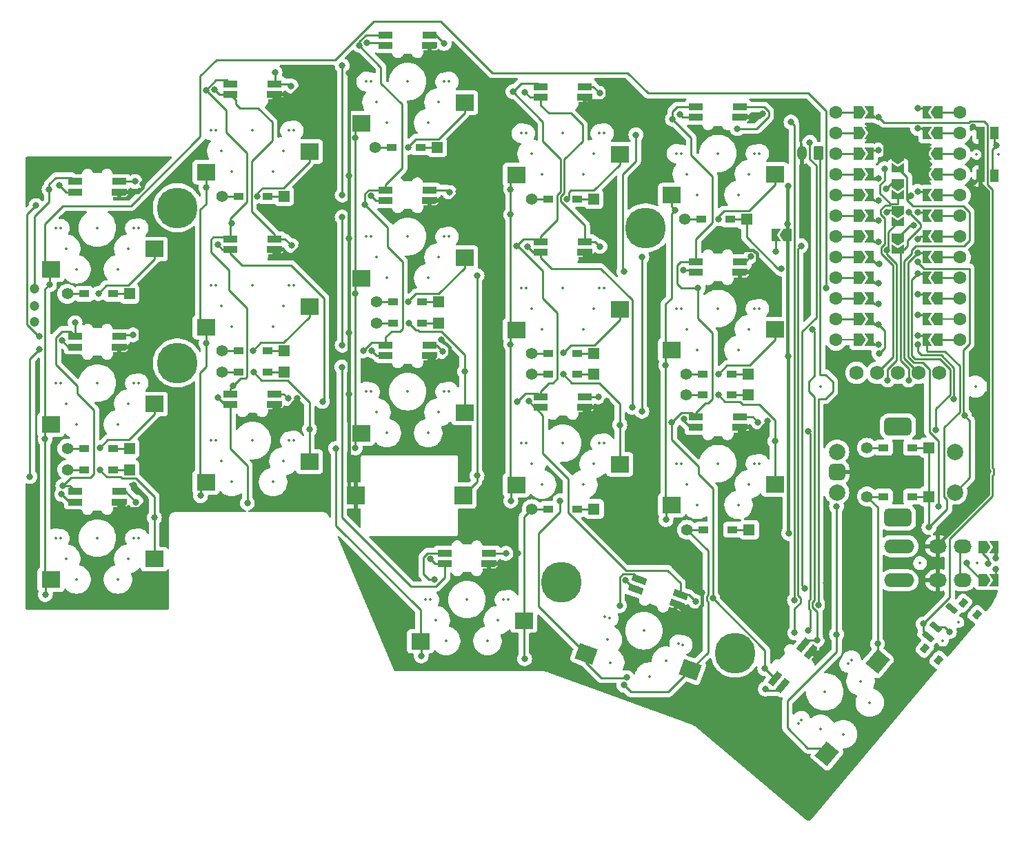
<source format=gbl>
%TF.GenerationSoftware,KiCad,Pcbnew,7.0.9*%
%TF.CreationDate,2024-05-06T02:44:53+05:30*%
%TF.ProjectId,UniFi,556e6946-692e-46b6-9963-61645f706362,rev?*%
%TF.SameCoordinates,Original*%
%TF.FileFunction,Copper,L2,Bot*%
%TF.FilePolarity,Positive*%
%FSLAX46Y46*%
G04 Gerber Fmt 4.6, Leading zero omitted, Abs format (unit mm)*
G04 Created by KiCad (PCBNEW 7.0.9) date 2024-05-06 02:44:53*
%MOMM*%
%LPD*%
G01*
G04 APERTURE LIST*
G04 Aperture macros list*
%AMRoundRect*
0 Rectangle with rounded corners*
0 $1 Rounding radius*
0 $2 $3 $4 $5 $6 $7 $8 $9 X,Y pos of 4 corners*
0 Add a 4 corners polygon primitive as box body*
4,1,4,$2,$3,$4,$5,$6,$7,$8,$9,$2,$3,0*
0 Add four circle primitives for the rounded corners*
1,1,$1+$1,$2,$3*
1,1,$1+$1,$4,$5*
1,1,$1+$1,$6,$7*
1,1,$1+$1,$8,$9*
0 Add four rect primitives between the rounded corners*
20,1,$1+$1,$2,$3,$4,$5,0*
20,1,$1+$1,$4,$5,$6,$7,0*
20,1,$1+$1,$6,$7,$8,$9,0*
20,1,$1+$1,$8,$9,$2,$3,0*%
%AMRotRect*
0 Rectangle, with rotation*
0 The origin of the aperture is its center*
0 $1 length*
0 $2 width*
0 $3 Rotation angle, in degrees counterclockwise*
0 Add horizontal line*
21,1,$1,$2,0,0,$3*%
%AMOutline5P*
0 Free polygon, 5 corners , with rotation*
0 The origin of the aperture is its center*
0 number of corners: always 5*
0 $1 to $10 corner X, Y*
0 $11 Rotation angle, in degrees counterclockwise*
0 create outline with 5 corners*
4,1,5,$1,$2,$3,$4,$5,$6,$7,$8,$9,$10,$1,$2,$11*%
%AMOutline6P*
0 Free polygon, 6 corners , with rotation*
0 The origin of the aperture is its center*
0 number of corners: always 6*
0 $1 to $12 corner X, Y*
0 $13 Rotation angle, in degrees counterclockwise*
0 create outline with 6 corners*
4,1,6,$1,$2,$3,$4,$5,$6,$7,$8,$9,$10,$11,$12,$1,$2,$13*%
%AMOutline7P*
0 Free polygon, 7 corners , with rotation*
0 The origin of the aperture is its center*
0 number of corners: always 7*
0 $1 to $14 corner X, Y*
0 $15 Rotation angle, in degrees counterclockwise*
0 create outline with 7 corners*
4,1,7,$1,$2,$3,$4,$5,$6,$7,$8,$9,$10,$11,$12,$13,$14,$1,$2,$15*%
%AMOutline8P*
0 Free polygon, 8 corners , with rotation*
0 The origin of the aperture is its center*
0 number of corners: always 8*
0 $1 to $16 corner X, Y*
0 $17 Rotation angle, in degrees counterclockwise*
0 create outline with 8 corners*
4,1,8,$1,$2,$3,$4,$5,$6,$7,$8,$9,$10,$11,$12,$13,$14,$15,$16,$1,$2,$17*%
%AMFreePoly0*
4,1,6,0.500000,-0.750000,-0.650000,-0.750000,-0.150000,0.000000,-0.650000,0.750000,0.500000,0.750000,0.500000,-0.750000,0.500000,-0.750000,$1*%
%AMFreePoly1*
4,1,6,1.000000,0.000000,0.500000,-0.750000,-0.500000,-0.750000,-0.500000,0.750000,0.500000,0.750000,1.000000,0.000000,1.000000,0.000000,$1*%
%AMFreePoly2*
4,1,6,0.150000,0.000000,0.650000,-0.750000,-0.500000,-0.750000,-0.500000,0.750000,0.650000,0.750000,0.150000,0.000000,0.150000,0.000000,$1*%
%AMFreePoly3*
4,1,6,0.500000,-0.750000,-0.500000,-0.750000,-1.000000,0.000000,-0.500000,0.750000,0.500000,0.750000,0.500000,-0.750000,0.500000,-0.750000,$1*%
G04 Aperture macros list end*
%TA.AperFunction,ComponentPad*%
%ADD10C,1.200000*%
%TD*%
%TA.AperFunction,ComponentPad*%
%ADD11R,1.397000X1.397000*%
%TD*%
%TA.AperFunction,SMDPad,CuDef*%
%ADD12R,1.300000X0.950000*%
%TD*%
%TA.AperFunction,ComponentPad*%
%ADD13C,1.397000*%
%TD*%
%TA.AperFunction,SMDPad,CuDef*%
%ADD14R,1.800000X0.820000*%
%TD*%
%TA.AperFunction,SMDPad,CuDef*%
%ADD15Outline5P,-0.900000X0.246000X-0.736000X0.410000X0.900000X0.410000X0.900000X-0.410000X-0.900000X-0.410000X180.000000*%
%TD*%
%TA.AperFunction,SMDPad,CuDef*%
%ADD16R,2.300000X2.000000*%
%TD*%
%TA.AperFunction,ComponentPad*%
%ADD17C,5.000000*%
%TD*%
%TA.AperFunction,SMDPad,CuDef*%
%ADD18FreePoly0,180.000000*%
%TD*%
%TA.AperFunction,SMDPad,CuDef*%
%ADD19FreePoly0,0.000000*%
%TD*%
%TA.AperFunction,SMDPad,CuDef*%
%ADD20FreePoly1,0.000000*%
%TD*%
%TA.AperFunction,ComponentPad*%
%ADD21C,1.600000*%
%TD*%
%TA.AperFunction,SMDPad,CuDef*%
%ADD22FreePoly1,180.000000*%
%TD*%
%TA.AperFunction,SMDPad,CuDef*%
%ADD23RotRect,1.800000X0.820000X230.000000*%
%TD*%
%TA.AperFunction,SMDPad,CuDef*%
%ADD24Outline5P,-0.900000X0.246000X-0.736000X0.410000X0.900000X0.410000X0.900000X-0.410000X-0.900000X-0.410000X230.000000*%
%TD*%
%TA.AperFunction,SMDPad,CuDef*%
%ADD25RotRect,2.300000X2.000000X50.000000*%
%TD*%
%TA.AperFunction,ComponentPad*%
%ADD26RoundRect,0.250000X0.350000X0.625000X-0.350000X0.625000X-0.350000X-0.625000X0.350000X-0.625000X0*%
%TD*%
%TA.AperFunction,ComponentPad*%
%ADD27O,1.200000X1.750000*%
%TD*%
%TA.AperFunction,SMDPad,CuDef*%
%ADD28FreePoly2,180.000000*%
%TD*%
%TA.AperFunction,ComponentPad*%
%ADD29O,2.200000X1.700000*%
%TD*%
%TA.AperFunction,ComponentPad*%
%ADD30O,3.700000X1.700000*%
%TD*%
%TA.AperFunction,SMDPad,CuDef*%
%ADD31FreePoly3,180.000000*%
%TD*%
%TA.AperFunction,ComponentPad*%
%ADD32C,1.752600*%
%TD*%
%TA.AperFunction,SMDPad,CuDef*%
%ADD33R,2.200000X2.200000*%
%TD*%
%TA.AperFunction,SMDPad,CuDef*%
%ADD34RotRect,1.800000X0.820000X160.000000*%
%TD*%
%TA.AperFunction,SMDPad,CuDef*%
%ADD35Outline5P,-0.900000X0.246000X-0.736000X0.410000X0.900000X0.410000X0.900000X-0.410000X-0.900000X-0.410000X160.000000*%
%TD*%
%TA.AperFunction,SMDPad,CuDef*%
%ADD36RotRect,2.300000X2.000000X340.000000*%
%TD*%
%TA.AperFunction,ComponentPad*%
%ADD37C,2.000000*%
%TD*%
%TA.AperFunction,ComponentPad*%
%ADD38RoundRect,0.500000X-0.500000X-0.500000X0.500000X-0.500000X0.500000X0.500000X-0.500000X0.500000X0*%
%TD*%
%TA.AperFunction,ComponentPad*%
%ADD39RoundRect,0.550000X-1.150000X-0.550000X1.150000X-0.550000X1.150000X0.550000X-1.150000X0.550000X0*%
%TD*%
%TA.AperFunction,SMDPad,CuDef*%
%ADD40RotRect,1.000000X0.800000X230.000000*%
%TD*%
%TA.AperFunction,SMDPad,CuDef*%
%ADD41RotRect,0.700000X1.500000X230.000000*%
%TD*%
%TA.AperFunction,SMDPad,CuDef*%
%ADD42FreePoly1,270.000000*%
%TD*%
%TA.AperFunction,SMDPad,CuDef*%
%ADD43FreePoly0,270.000000*%
%TD*%
%TA.AperFunction,SMDPad,CuDef*%
%ADD44R,1.000000X1.550000*%
%TD*%
%TA.AperFunction,ViaPad*%
%ADD45C,0.800000*%
%TD*%
%TA.AperFunction,Conductor*%
%ADD46C,0.254000*%
%TD*%
%TA.AperFunction,Conductor*%
%ADD47C,0.200000*%
%TD*%
%TA.AperFunction,Conductor*%
%ADD48C,0.381000*%
%TD*%
%ADD49C,0.350000*%
%ADD50O,1.500000X1.000000*%
%ADD51O,3.000000X1.000000*%
%ADD52O,2.800000X1.500000*%
G04 APERTURE END LIST*
D10*
%TO.P,TP3,1,1*%
%TO.N,GND*%
X65000000Y-88000000D03*
%TD*%
D11*
%TO.P,D14,1,K*%
%TO.N,ROW3*%
X133610000Y-94485000D03*
D12*
X131575000Y-94485000D03*
%TO.P,D14,2,A*%
%TO.N,Net-(D14-A)*%
X128025000Y-94485000D03*
D13*
X125990000Y-94485000D03*
%TD*%
D14*
%TO.P,SW5,1,VDD*%
%TO.N,Net-(SW10B-VDD)*%
X146178600Y-61640000D03*
%TO.P,SW5,2,DOUT*%
%TO.N,Net-(SW4B-DIN)*%
X146178600Y-62920000D03*
D15*
%TO.P,SW5,3,GND*%
%TO.N,GND*%
X151578600Y-62920000D03*
D14*
%TO.P,SW5,4,DIN*%
%TO.N,Net-(SW10B-DOUT)*%
X151578600Y-61640000D03*
D16*
%TO.P,SW5,5*%
%TO.N,Net-(D5-A)*%
X155878600Y-69940000D03*
%TO.P,SW5,6*%
%TO.N,COL5*%
X143178600Y-72480000D03*
%TD*%
D17*
%TO.P,H3,*%
%TO.N,*%
X140000000Y-76503600D03*
%TD*%
D18*
%TO.P,U1,1,TX*%
%TO.N,TX*%
X174500000Y-62330000D03*
%TO.P,U1,2,RX*%
%TO.N,RX*%
X174500000Y-64870000D03*
%TO.P,U1,3,GND*%
%TO.N,GND*%
X174500000Y-67410000D03*
%TO.P,U1,4,GND*%
X174500000Y-69950000D03*
%TO.P,U1,5,SCL*%
%TO.N,SCL*%
X174500000Y-72490000D03*
%TO.P,U1,6,SDA*%
%TO.N,SDA*%
X174500000Y-75030000D03*
%TO.P,U1,7,D4*%
%TO.N,CS*%
X174500000Y-77570000D03*
%TO.P,U1,8,C6*%
%TO.N,ECB*%
X174500000Y-80110000D03*
%TO.P,U1,9,D7*%
%TO.N,ECA*%
X174500000Y-82650000D03*
%TO.P,U1,10,E6*%
%TO.N,AUDIO*%
X174500000Y-85190000D03*
%TO.P,U1,11,B4*%
%TO.N,LED*%
X174500000Y-87730000D03*
%TO.P,U1,12,B5*%
%TO.N,ROW4*%
X174500000Y-90270000D03*
D19*
%TO.P,U1,13,B6*%
%TO.N,ROW3*%
X167500000Y-90270000D03*
%TO.P,U1,14,B2*%
%TO.N,ROW2*%
X167500000Y-87730000D03*
%TO.P,U1,15,B3*%
%TO.N,ROW1*%
X167500000Y-85190000D03*
%TO.P,U1,16,B1*%
%TO.N,COL1*%
X167500000Y-82650000D03*
%TO.P,U1,17,F7*%
%TO.N,COL2*%
X167500000Y-80110000D03*
%TO.P,U1,18,F6*%
%TO.N,COL3*%
X167500000Y-77570000D03*
%TO.P,U1,19,F5*%
%TO.N,COL4*%
X167500000Y-75030000D03*
%TO.P,U1,20,F4*%
%TO.N,COL5*%
X167500000Y-72490000D03*
%TO.P,U1,21,VCC*%
%TO.N,VCC*%
X167500000Y-69950000D03*
%TO.P,U1,22,RST*%
%TO.N,RESET*%
X167500000Y-67410000D03*
%TO.P,U1,23,GND*%
%TO.N,GND*%
X167500000Y-64870000D03*
%TO.P,U1,24,B0/VBUS*%
%TO.N,BAT+*%
X167500000Y-62330000D03*
D20*
%TO.P,U1,P1*%
%TO.N,N/C*%
X166050000Y-62330000D03*
D21*
X163380000Y-62330000D03*
D20*
%TO.P,U1,P2*%
X166050000Y-64870000D03*
D21*
X163380000Y-64870000D03*
D20*
%TO.P,U1,P3*%
X166050000Y-67410000D03*
D21*
X163380000Y-67410000D03*
D20*
%TO.P,U1,P4*%
X166050000Y-69950000D03*
D21*
X163380000Y-69950000D03*
D20*
%TO.P,U1,P5*%
X166050000Y-72490000D03*
D21*
X163380000Y-72490000D03*
D20*
%TO.P,U1,P6*%
X166050000Y-75030000D03*
D21*
X163380000Y-75030000D03*
D20*
%TO.P,U1,P7*%
X166050000Y-77570000D03*
D21*
X163380000Y-77570000D03*
D20*
%TO.P,U1,P8*%
X166050000Y-80110000D03*
D21*
X163380000Y-80110000D03*
D20*
%TO.P,U1,P9*%
X166050000Y-82650000D03*
D21*
X163380000Y-82650000D03*
D20*
%TO.P,U1,P10*%
X166050000Y-85190000D03*
D21*
X163380000Y-85190000D03*
D20*
%TO.P,U1,P11*%
X166050000Y-87730000D03*
D21*
X163380000Y-87730000D03*
D20*
%TO.P,U1,P12*%
X166050000Y-90270000D03*
D21*
X163380000Y-90270000D03*
%TO.P,U1,P13*%
X178620000Y-90270000D03*
D22*
X175950000Y-90270000D03*
D21*
%TO.P,U1,P14*%
X178620000Y-87730000D03*
D22*
X175950000Y-87730000D03*
D21*
%TO.P,U1,P15*%
X178620000Y-85190000D03*
D22*
X175950000Y-85190000D03*
D21*
%TO.P,U1,P16*%
X178620000Y-82650000D03*
D22*
X175950000Y-82650000D03*
D21*
%TO.P,U1,P17*%
X178620000Y-80110000D03*
D22*
X175950000Y-80110000D03*
D21*
%TO.P,U1,P18*%
X178620000Y-77570000D03*
D22*
X175950000Y-77570000D03*
D21*
%TO.P,U1,P19*%
X178620000Y-75030000D03*
D22*
X175950000Y-75030000D03*
D21*
%TO.P,U1,P20*%
X178620000Y-72490000D03*
D22*
X175950000Y-72490000D03*
D21*
%TO.P,U1,P21*%
X178620000Y-69950000D03*
D22*
X175950000Y-69950000D03*
D21*
%TO.P,U1,P22*%
X178620000Y-67410000D03*
D22*
X175950000Y-67410000D03*
D21*
%TO.P,U1,P23*%
X178620000Y-64870000D03*
D22*
X175950000Y-64870000D03*
D21*
%TO.P,U1,P24*%
X178620000Y-62330000D03*
D22*
X175950000Y-62330000D03*
%TD*%
D17*
%TO.P,H1,*%
%TO.N,*%
X82500000Y-74025000D03*
%TD*%
%TO.P,H2,*%
%TO.N,*%
X82500000Y-93100000D03*
%TD*%
D11*
%TO.P,D10,1,K*%
%TO.N,ROW2*%
X152610000Y-94435000D03*
D12*
X150575000Y-94435000D03*
%TO.P,D10,2,A*%
%TO.N,Net-(D10-A)*%
X147025000Y-94435000D03*
D13*
X144990000Y-94435000D03*
%TD*%
D10*
%TO.P,TP1,1,1*%
%TO.N,Net-(SW10B-VDD)*%
X65000000Y-84000000D03*
%TD*%
D11*
%TO.P,D6,1,K*%
%TO.N,ROW2*%
X76610000Y-103600000D03*
D12*
X74575000Y-103600000D03*
%TO.P,D6,2,A*%
%TO.N,Net-(D6-A)*%
X71025000Y-103600000D03*
D13*
X68990000Y-103600000D03*
%TD*%
D10*
%TO.P,TP2,1,1*%
%TO.N,Net-(SW1B-DOUT)*%
X65000000Y-86100000D03*
%TD*%
D14*
%TO.P,SW14,1,VDD*%
%TO.N,Net-(SW10B-VDD)*%
X127128600Y-97240000D03*
%TO.P,SW14,2,DOUT*%
%TO.N,Net-(SW14B-DOUT)*%
X127128600Y-98520000D03*
D15*
%TO.P,SW14,3,GND*%
%TO.N,GND*%
X132528600Y-98520000D03*
D14*
%TO.P,SW14,4,DIN*%
%TO.N,Net-(SW14B-DIN)*%
X132528600Y-97240000D03*
D16*
%TO.P,SW14,5*%
%TO.N,Net-(D14-A)*%
X136828600Y-105540000D03*
%TO.P,SW14,6*%
%TO.N,COL4*%
X124128600Y-108080000D03*
%TD*%
D17*
%TO.P,H5,*%
%TO.N,*%
X151000000Y-128750000D03*
%TD*%
D11*
%TO.P,D5,1,K*%
%TO.N,ROW1*%
X152410000Y-75438600D03*
D12*
X150375000Y-75438600D03*
%TO.P,D5,2,A*%
%TO.N,Net-(D5-A)*%
X146825000Y-75438600D03*
D13*
X144790000Y-75438600D03*
%TD*%
D17*
%TO.P,H4,*%
%TO.N,*%
X129650000Y-120050000D03*
%TD*%
D11*
%TO.P,D9,1,K*%
%TO.N,ROW2*%
X133610000Y-91935000D03*
D12*
X131575000Y-91935000D03*
%TO.P,D9,2,A*%
%TO.N,Net-(D9-A)*%
X128025000Y-91935000D03*
D13*
X125990000Y-91935000D03*
%TD*%
D11*
%TO.P,D2,1,K*%
%TO.N,ROW1*%
X95610000Y-72600000D03*
D12*
X93575000Y-72600000D03*
%TO.P,D2,2,A*%
%TO.N,Net-(D2-A)*%
X90025000Y-72600000D03*
D13*
X87990000Y-72600000D03*
%TD*%
D23*
%TO.P,SW18,1,VDD*%
%TO.N,Net-(SW10B-VDD)*%
X155882699Y-131891575D03*
%TO.P,SW18,2,DOUT*%
%TO.N,Net-(SW15B-DIN)*%
X156863236Y-132714343D03*
D24*
%TO.P,SW18,3,GND*%
%TO.N,GND*%
X160334289Y-128577703D03*
D23*
%TO.P,SW18,4,DIN*%
%TO.N,LED*%
X159353752Y-127754935D03*
D25*
%TO.P,SW18,5*%
%TO.N,Net-(D18-A)*%
X168475908Y-129796081D03*
%TO.P,SW18,6*%
%TO.N,COL5*%
X162258258Y-141157526D03*
%TD*%
D26*
%TO.P,BT1,1,+*%
%TO.N,Net-(BT1-+)*%
X161200000Y-67300000D03*
D27*
%TO.P,BT1,2,-*%
%TO.N,GND*%
X159200000Y-67300000D03*
%TD*%
D11*
%TO.P,D18,1,K*%
%TO.N,ROW4*%
X174810000Y-109500000D03*
D12*
X172775000Y-109500000D03*
%TO.P,D18,2,A*%
%TO.N,Net-(D18-A)*%
X169225000Y-109500000D03*
D13*
X167190000Y-109500000D03*
%TD*%
D11*
%TO.P,D17,1,K*%
%TO.N,ROW4*%
X152710000Y-113585000D03*
D12*
X150675000Y-113585000D03*
%TO.P,D17,2,A*%
%TO.N,Net-(D17-A)*%
X147125000Y-113585000D03*
D13*
X145090000Y-113585000D03*
%TD*%
D11*
%TO.P,D4,1,K*%
%TO.N,ROW1*%
X133610000Y-72938600D03*
D12*
X131575000Y-72938600D03*
%TO.P,D4,2,A*%
%TO.N,Net-(D4-A)*%
X128025000Y-72938600D03*
D13*
X125990000Y-72938600D03*
%TD*%
D11*
%TO.P,D12,1,K*%
%TO.N,ROW3*%
X95610000Y-94200000D03*
D12*
X93575000Y-94200000D03*
%TO.P,D12,2,A*%
%TO.N,Net-(D12-A)*%
X90025000Y-94200000D03*
D13*
X87990000Y-94200000D03*
%TD*%
D11*
%TO.P,D8,1,K*%
%TO.N,ROW2*%
X114610000Y-85600000D03*
D12*
X112575000Y-85600000D03*
%TO.P,D8,2,A*%
%TO.N,Net-(D8-A)*%
X109025000Y-85600000D03*
D13*
X106990000Y-85600000D03*
%TD*%
D11*
%TO.P,D15,1,K*%
%TO.N,ROW3*%
X152620000Y-97038600D03*
D12*
X150585000Y-97038600D03*
%TO.P,D15,2,A*%
%TO.N,Net-(D15-A)*%
X147035000Y-97038600D03*
D13*
X145000000Y-97038600D03*
%TD*%
D28*
%TO.P,J2,1*%
%TO.N,TX*%
X182850000Y-119750000D03*
D29*
%TO.P,J2,2*%
%TO.N,RX*%
X178900000Y-115600000D03*
X178900000Y-119800000D03*
D28*
%TO.P,J2,3*%
%TO.N,VCC*%
X182850000Y-115700000D03*
D29*
%TO.P,J2,4*%
%TO.N,GND*%
X175900000Y-115600000D03*
X175900000Y-119800000D03*
D30*
%TO.P,J2,A*%
%TO.N,N/C*%
X171150000Y-115600000D03*
D31*
X181400000Y-119750000D03*
%TO.P,J2,B*%
X181400000Y-115700000D03*
D30*
X171150000Y-119800000D03*
%TD*%
D11*
%TO.P,D7,1,K*%
%TO.N,ROW2*%
X95610000Y-91600000D03*
D12*
X93575000Y-91600000D03*
%TO.P,D7,2,A*%
%TO.N,Net-(D7-A)*%
X90025000Y-91600000D03*
D13*
X87990000Y-91600000D03*
%TD*%
D11*
%TO.P,D1,1,K*%
%TO.N,ROW1*%
X76610000Y-84600000D03*
D12*
X74575000Y-84600000D03*
%TO.P,D1,2,A*%
%TO.N,Net-(D1-A)*%
X71025000Y-84600000D03*
D13*
X68990000Y-84600000D03*
%TD*%
D11*
%TO.P,D16,1,K*%
%TO.N,ROW4*%
X133660000Y-111035000D03*
D12*
X131625000Y-111035000D03*
%TO.P,D16,2,A*%
%TO.N,Net-(D16-A)*%
X128075000Y-111035000D03*
D13*
X126040000Y-111035000D03*
%TD*%
D32*
%TO.P,J1,1,Pin_1*%
%TO.N,Net-(J1-Pin_1)*%
X165920000Y-94300000D03*
%TO.P,J1,2,Pin_2*%
%TO.N,Net-(J1-Pin_2)*%
X168460000Y-94300000D03*
%TO.P,J1,3,Pin_3*%
%TO.N,VCC*%
X171000000Y-94300000D03*
%TO.P,J1,4,Pin_4*%
%TO.N,Net-(J1-Pin_4)*%
X173540000Y-94300000D03*
%TO.P,J1,5,Pin_5*%
%TO.N,Net-(J1-Pin_5)*%
X176080000Y-94300000D03*
%TD*%
D14*
%TO.P,SW16,1,VDD*%
%TO.N,Net-(SW10B-VDD)*%
X115364600Y-116451400D03*
%TO.P,SW16,2,DOUT*%
%TO.N,Net-(SW13B-DIN)*%
X115364600Y-117731400D03*
D15*
%TO.P,SW16,3,GND*%
%TO.N,GND*%
X120764600Y-117731400D03*
D14*
%TO.P,SW16,4,DIN*%
%TO.N,Net-(SW16B-DIN)*%
X120764600Y-116451400D03*
D16*
%TO.P,SW16,5*%
%TO.N,Net-(D16-A)*%
X125064600Y-124751400D03*
%TO.P,SW16,6*%
%TO.N,COL3*%
X112364600Y-127291400D03*
%TD*%
D14*
%TO.P,SW11,1,VDD*%
%TO.N,Net-(SW10B-VDD)*%
X69978600Y-108901400D03*
%TO.P,SW11,2,DOUT*%
%TO.N,Net-(SW11B-DOUT)*%
X69978600Y-110181400D03*
D15*
%TO.P,SW11,3,GND*%
%TO.N,GND*%
X75378600Y-110181400D03*
D14*
%TO.P,SW11,4,DIN*%
%TO.N,Net-(SW11B-DIN)*%
X75378600Y-108901400D03*
D16*
%TO.P,SW11,5*%
%TO.N,Net-(D11-A)*%
X79678600Y-117201400D03*
%TO.P,SW11,6*%
%TO.N,COL1*%
X66978600Y-119741400D03*
%TD*%
D14*
%TO.P,SW8,1,VDD*%
%TO.N,Net-(SW10B-VDD)*%
X108078600Y-71851400D03*
%TO.P,SW8,2,DOUT*%
%TO.N,Net-(SW3B-DIN)*%
X108078600Y-73131400D03*
D15*
%TO.P,SW8,3,GND*%
%TO.N,GND*%
X113478600Y-73131400D03*
D14*
%TO.P,SW8,4,DIN*%
%TO.N,Net-(SW13B-DOUT)*%
X113478600Y-71851400D03*
D16*
%TO.P,SW8,5*%
%TO.N,Net-(D8-A)*%
X117778600Y-80151400D03*
%TO.P,SW8,6*%
%TO.N,COL3*%
X105078600Y-82691400D03*
%TD*%
D33*
%TO.P,BZ1,1,-*%
%TO.N,AUDIO*%
X117600000Y-109400000D03*
%TO.P,BZ1,2,+*%
%TO.N,GND*%
X104400000Y-109400000D03*
%TD*%
D11*
%TO.P,D13,1,K*%
%TO.N,ROW3*%
X114610000Y-88200000D03*
D12*
X112575000Y-88200000D03*
%TO.P,D13,2,A*%
%TO.N,Net-(D13-A)*%
X109025000Y-88200000D03*
D13*
X106990000Y-88200000D03*
%TD*%
D11*
%TO.P,D3,1,K*%
%TO.N,ROW1*%
X114410000Y-66600000D03*
D12*
X112375000Y-66600000D03*
%TO.P,D3,2,A*%
%TO.N,Net-(D3-A)*%
X108825000Y-66600000D03*
D13*
X106790000Y-66600000D03*
%TD*%
D14*
%TO.P,SW1,1,VDD*%
%TO.N,Net-(SW10B-VDD)*%
X69978600Y-70801400D03*
%TO.P,SW1,2,DOUT*%
%TO.N,Net-(SW1B-DOUT)*%
X69978600Y-72081400D03*
D15*
%TO.P,SW1,3,GND*%
%TO.N,GND*%
X75378600Y-72081400D03*
D14*
%TO.P,SW1,4,DIN*%
%TO.N,Net-(SW1B-DIN)*%
X75378600Y-70801400D03*
D16*
%TO.P,SW1,5*%
%TO.N,Net-(D1-A)*%
X79678600Y-79101400D03*
%TO.P,SW1,6*%
%TO.N,COL1*%
X66978600Y-81641400D03*
%TD*%
D11*
%TO.P,D19,1,K*%
%TO.N,ROW4*%
X174810000Y-103500000D03*
D12*
X172775000Y-103500000D03*
%TO.P,D19,2,A*%
%TO.N,ECR*%
X169225000Y-103500000D03*
D13*
X167190000Y-103500000D03*
%TD*%
D14*
%TO.P,SW10,1,VDD*%
%TO.N,Net-(SW10B-VDD)*%
X146178600Y-80690000D03*
%TO.P,SW10,2,DOUT*%
%TO.N,Net-(SW10B-DOUT)*%
X146178600Y-81970000D03*
D15*
%TO.P,SW10,3,GND*%
%TO.N,GND*%
X151578600Y-81970000D03*
D14*
%TO.P,SW10,4,DIN*%
%TO.N,Net-(SW10B-DIN)*%
X151578600Y-80690000D03*
D16*
%TO.P,SW10,5*%
%TO.N,Net-(D10-A)*%
X155878600Y-88990000D03*
%TO.P,SW10,6*%
%TO.N,COL5*%
X143178600Y-91530000D03*
%TD*%
D14*
%TO.P,SW6,1,VDD*%
%TO.N,Net-(SW10B-VDD)*%
X69978600Y-89851400D03*
%TO.P,SW6,2,DOUT*%
%TO.N,Net-(SW1B-DIN)*%
X69978600Y-91131400D03*
D15*
%TO.P,SW6,3,GND*%
%TO.N,GND*%
X75378600Y-91131400D03*
D14*
%TO.P,SW6,4,DIN*%
%TO.N,Net-(SW11B-DOUT)*%
X75378600Y-89851400D03*
D16*
%TO.P,SW6,5*%
%TO.N,Net-(D6-A)*%
X79678600Y-98151400D03*
%TO.P,SW6,6*%
%TO.N,COL1*%
X66978600Y-100691400D03*
%TD*%
D14*
%TO.P,SW12,1,VDD*%
%TO.N,Net-(SW10B-VDD)*%
X89028600Y-96911400D03*
%TO.P,SW12,2,DOUT*%
%TO.N,Net-(SW11B-DIN)*%
X89028600Y-98191400D03*
D15*
%TO.P,SW12,3,GND*%
%TO.N,GND*%
X94428600Y-98191400D03*
D14*
%TO.P,SW12,4,DIN*%
%TO.N,Net-(SW12B-DIN)*%
X94428600Y-96911400D03*
D16*
%TO.P,SW12,5*%
%TO.N,Net-(D12-A)*%
X98728600Y-105211400D03*
%TO.P,SW12,6*%
%TO.N,COL2*%
X86028600Y-107751400D03*
%TD*%
D11*
%TO.P,D11,1,K*%
%TO.N,ROW3*%
X76610000Y-106200000D03*
D12*
X74575000Y-106200000D03*
%TO.P,D11,2,A*%
%TO.N,Net-(D11-A)*%
X71025000Y-106200000D03*
D13*
X68990000Y-106200000D03*
%TD*%
D14*
%TO.P,SW13,1,VDD*%
%TO.N,Net-(SW10B-VDD)*%
X108078600Y-90901400D03*
%TO.P,SW13,2,DOUT*%
%TO.N,Net-(SW13B-DOUT)*%
X108078600Y-92181400D03*
D15*
%TO.P,SW13,3,GND*%
%TO.N,GND*%
X113478600Y-92181400D03*
D14*
%TO.P,SW13,4,DIN*%
%TO.N,Net-(SW13B-DIN)*%
X113478600Y-90901400D03*
D16*
%TO.P,SW13,5*%
%TO.N,Net-(D13-A)*%
X117778600Y-99201400D03*
%TO.P,SW13,6*%
%TO.N,COL3*%
X105078600Y-101741400D03*
%TD*%
D14*
%TO.P,SW2,1,VDD*%
%TO.N,Net-(SW10B-VDD)*%
X89028600Y-58801400D03*
%TO.P,SW2,2,DOUT*%
%TO.N,Net-(SW2B-DOUT)*%
X89028600Y-60081400D03*
D15*
%TO.P,SW2,3,GND*%
%TO.N,GND*%
X94428600Y-60081400D03*
D14*
%TO.P,SW2,4,DIN*%
%TO.N,Net-(SW2B-DIN)*%
X94428600Y-58801400D03*
D16*
%TO.P,SW2,5*%
%TO.N,Net-(D2-A)*%
X98728600Y-67101400D03*
%TO.P,SW2,6*%
%TO.N,COL2*%
X86028600Y-69641400D03*
%TD*%
D14*
%TO.P,SW15,1,VDD*%
%TO.N,Net-(SW10B-VDD)*%
X146178600Y-99740000D03*
%TO.P,SW15,2,DOUT*%
%TO.N,Net-(SW10B-DIN)*%
X146178600Y-101020000D03*
D15*
%TO.P,SW15,3,GND*%
%TO.N,GND*%
X151578600Y-101020000D03*
D14*
%TO.P,SW15,4,DIN*%
%TO.N,Net-(SW15B-DIN)*%
X151578600Y-99740000D03*
D16*
%TO.P,SW15,5*%
%TO.N,Net-(D15-A)*%
X155878600Y-108040000D03*
%TO.P,SW15,6*%
%TO.N,COL5*%
X143178600Y-110580000D03*
%TD*%
D14*
%TO.P,SW9,1,VDD*%
%TO.N,Net-(SW10B-VDD)*%
X127128600Y-78190000D03*
%TO.P,SW9,2,DOUT*%
%TO.N,Net-(SW14B-DIN)*%
X127128600Y-79470000D03*
D15*
%TO.P,SW9,3,GND*%
%TO.N,GND*%
X132528600Y-79470000D03*
D14*
%TO.P,SW9,4,DIN*%
%TO.N,Net-(SW4B-DOUT)*%
X132528600Y-78190000D03*
D16*
%TO.P,SW9,5*%
%TO.N,Net-(D9-A)*%
X136828600Y-86490000D03*
%TO.P,SW9,6*%
%TO.N,COL4*%
X124128600Y-89030000D03*
%TD*%
D14*
%TO.P,SW4,1,VDD*%
%TO.N,Net-(SW10B-VDD)*%
X127128600Y-59140000D03*
%TO.P,SW4,2,DOUT*%
%TO.N,Net-(SW4B-DOUT)*%
X127128600Y-60420000D03*
D15*
%TO.P,SW4,3,GND*%
%TO.N,GND*%
X132528600Y-60420000D03*
D14*
%TO.P,SW4,4,DIN*%
%TO.N,Net-(SW4B-DIN)*%
X132528600Y-59140000D03*
D16*
%TO.P,SW4,5*%
%TO.N,Net-(D4-A)*%
X136828600Y-67440000D03*
%TO.P,SW4,6*%
%TO.N,COL4*%
X124128600Y-69980000D03*
%TD*%
D34*
%TO.P,SW17,1,VDD*%
%TO.N,Net-(SW10B-VDD)*%
X139219185Y-119701504D03*
%TO.P,SW17,2,DOUT*%
%TO.N,Net-(SW16B-DIN)*%
X138781399Y-120904310D03*
D35*
%TO.P,SW17,3,GND*%
%TO.N,GND*%
X143855740Y-122751219D03*
D34*
%TO.P,SW17,4,DIN*%
%TO.N,Net-(SW14B-DOUT)*%
X144293525Y-121548413D03*
D36*
%TO.P,SW17,5*%
%TO.N,Net-(D17-A)*%
X145495436Y-130818548D03*
%TO.P,SW17,6*%
%TO.N,COL4*%
X132692609Y-128861711D03*
%TD*%
D14*
%TO.P,SW3,1,VDD*%
%TO.N,Net-(SW10B-VDD)*%
X108078600Y-52801400D03*
%TO.P,SW3,2,DOUT*%
%TO.N,Net-(SW2B-DIN)*%
X108078600Y-54081400D03*
D15*
%TO.P,SW3,3,GND*%
%TO.N,GND*%
X113478600Y-54081400D03*
D14*
%TO.P,SW3,4,DIN*%
%TO.N,Net-(SW3B-DIN)*%
X113478600Y-52801400D03*
D16*
%TO.P,SW3,5*%
%TO.N,Net-(D3-A)*%
X117778600Y-61101400D03*
%TO.P,SW3,6*%
%TO.N,COL3*%
X105078600Y-63641400D03*
%TD*%
D14*
%TO.P,SW7,1,VDD*%
%TO.N,Net-(SW10B-VDD)*%
X89028600Y-77851400D03*
%TO.P,SW7,2,DOUT*%
%TO.N,Net-(SW12B-DIN)*%
X89028600Y-79131400D03*
D15*
%TO.P,SW7,3,GND*%
%TO.N,GND*%
X94428600Y-79131400D03*
D14*
%TO.P,SW7,4,DIN*%
%TO.N,Net-(SW2B-DOUT)*%
X94428600Y-77851400D03*
D16*
%TO.P,SW7,5*%
%TO.N,Net-(D7-A)*%
X98728600Y-86151400D03*
%TO.P,SW7,6*%
%TO.N,COL2*%
X86028600Y-88691400D03*
%TD*%
D37*
%TO.P,SW19,A,A*%
%TO.N,ECA*%
X163500000Y-104000000D03*
%TO.P,SW19,B,B*%
%TO.N,ECB*%
X163500000Y-109000000D03*
D38*
%TO.P,SW19,C,C*%
%TO.N,GND*%
X163500000Y-106500000D03*
D39*
%TO.P,SW19,MP*%
%TO.N,N/C*%
X171000000Y-100900000D03*
X171000000Y-112100000D03*
D37*
%TO.P,SW19,S1,S1*%
%TO.N,COL2*%
X178000000Y-109000000D03*
%TO.P,SW19,S2,S2*%
%TO.N,ECR*%
X178000000Y-104000000D03*
%TD*%
D40*
%TO.P,SW23,*%
%TO.N,*%
X180662818Y-124007824D03*
X178969860Y-122587263D03*
X175970469Y-129599948D03*
X174277511Y-128179388D03*
D41*
%TO.P,SW23,1,A*%
%TO.N,unconnected-(SW23-A-Pad1)*%
X177572029Y-123241914D03*
%TO.P,SW23,2,B*%
%TO.N,Net-(BT1-+)*%
X175643666Y-125540047D03*
%TO.P,SW23,3,C*%
%TO.N,BAT+*%
X174679484Y-126689114D03*
%TD*%
D42*
%TO.P,JP1,1,1*%
%TO.N,CS*%
X171000000Y-77675000D03*
D43*
%TO.P,JP1,2,2*%
%TO.N,Net-(J1-Pin_5)*%
X171000000Y-79125000D03*
%TD*%
D42*
%TO.P,JP3,1,1*%
%TO.N,SCL*%
X171000000Y-71025000D03*
D43*
%TO.P,JP3,2,2*%
%TO.N,Net-(J1-Pin_2)*%
X171000000Y-72475000D03*
%TD*%
D44*
%TO.P,SW21,1*%
%TO.N,RESET*%
X182825000Y-70125000D03*
X182825000Y-64875000D03*
%TO.P,SW21,2*%
%TO.N,GND*%
X181125000Y-70125000D03*
X181125000Y-64875000D03*
%TD*%
D22*
%TO.P,JP10,1,1*%
%TO.N,VCC*%
X157425000Y-77400000D03*
D18*
%TO.P,JP10,2,2*%
%TO.N,Net-(SW10B-VDD)*%
X155975000Y-77400000D03*
%TD*%
D42*
%TO.P,JP2,1,1*%
%TO.N,GND*%
X171000000Y-67700000D03*
D43*
%TO.P,JP2,2,2*%
%TO.N,Net-(J1-Pin_4)*%
X171000000Y-69150000D03*
%TD*%
D42*
%TO.P,JP4,1,1*%
%TO.N,SDA*%
X171000000Y-74350000D03*
D43*
%TO.P,JP4,2,2*%
%TO.N,Net-(J1-Pin_1)*%
X171000000Y-75800000D03*
%TD*%
D45*
%TO.N,*%
X179400000Y-117700000D03*
X182100000Y-117750000D03*
%TO.N,Net-(BT1-+)*%
X161200000Y-122800000D03*
X177300000Y-126100000D03*
%TO.N,GND*%
X97750000Y-78650000D03*
X78261286Y-71111286D03*
X103538100Y-89400000D03*
X103538100Y-77800000D03*
X173400000Y-68000000D03*
X104400000Y-111950000D03*
X154400000Y-62500000D03*
X135228349Y-97793500D03*
X168599500Y-65480093D03*
X154968143Y-100245571D03*
X77115000Y-108065000D03*
X113807462Y-55843538D03*
X77900000Y-88550000D03*
X135861286Y-78838714D03*
X103538100Y-57450000D03*
X151400000Y-79200000D03*
X135250000Y-59140000D03*
X97204593Y-97465287D03*
X124300000Y-116496500D03*
X180200000Y-64100000D03*
X117050000Y-72000000D03*
X103538100Y-70050000D03*
X103538100Y-96950000D03*
X97700000Y-58500000D03*
X146923500Y-121268042D03*
X114916916Y-90227549D03*
X162200000Y-126711992D03*
X182040500Y-106450000D03*
X180200000Y-70900000D03*
X169580156Y-67700000D03*
X162200000Y-120150000D03*
%TO.N,ROW1*%
X156629100Y-81515572D03*
X168600000Y-85800000D03*
%TO.N,ROW2*%
X168650000Y-91910000D03*
X168599500Y-88385285D03*
%TO.N,ROW3*%
X173400000Y-90847735D03*
X168599500Y-90847735D03*
X177842500Y-97550000D03*
%TO.N,ROW4*%
X173400500Y-89766014D03*
X174800000Y-113300000D03*
%TO.N,Net-(J1-Pin_1)*%
X169730000Y-95210000D03*
X169629783Y-79225779D03*
%TO.N,Net-(J1-Pin_2)*%
X169322822Y-69250500D03*
%TO.N,VCC*%
X183000000Y-117100000D03*
X157550000Y-114030000D03*
X157440000Y-76000000D03*
X157464851Y-71351202D03*
X168599500Y-70397569D03*
X157500000Y-92300000D03*
%TO.N,Net-(J1-Pin_4)*%
X172583113Y-72575934D03*
%TO.N,Net-(J1-Pin_5)*%
X172300000Y-95200000D03*
X172349500Y-74580500D03*
%TO.N,CS*%
X173400500Y-77900000D03*
X172932454Y-76202332D03*
%TO.N,SCL*%
X173400000Y-72000000D03*
X169526500Y-71700000D03*
%TO.N,SDA*%
X169608695Y-74553134D03*
X173400500Y-74568911D03*
%TO.N,Net-(SW1B-DIN)*%
X77298145Y-70790000D03*
X65150000Y-73750000D03*
X68326500Y-90350000D03*
X65545100Y-89800000D03*
%TO.N,COL1*%
X162150000Y-83850000D03*
X66271600Y-102450000D03*
X66800000Y-83478400D03*
X66300000Y-121550000D03*
X168600000Y-83300000D03*
%TO.N,Net-(SW2B-DOUT)*%
X96555497Y-78677273D03*
X87091688Y-59512239D03*
%TO.N,Net-(SW2B-DIN)*%
X96493865Y-59089612D03*
X105803109Y-53749018D03*
X94500000Y-57400000D03*
%TO.N,COL2*%
X86028600Y-71550000D03*
X168648539Y-80942149D03*
X173400000Y-80669149D03*
X179150000Y-99550000D03*
X85350000Y-109400000D03*
X86028600Y-90650000D03*
%TO.N,Net-(SW3B-DIN)*%
X115260000Y-53850000D03*
X106301964Y-72577900D03*
X102748100Y-72450000D03*
X102750000Y-56576500D03*
%TO.N,COL3*%
X104371600Y-84600000D03*
X104371600Y-65450000D03*
X158300000Y-126250000D03*
X101950000Y-103596500D03*
X112450000Y-129100000D03*
X159073500Y-78700000D03*
X168600000Y-78200000D03*
X104350000Y-103550000D03*
%TO.N,Net-(SW4B-DOUT)*%
X134400000Y-78800000D03*
X125200000Y-59800000D03*
%TO.N,Net-(SW4B-DIN)*%
X144200000Y-62550000D03*
X134350000Y-59950000D03*
%TO.N,COL4*%
X123421600Y-71750000D03*
X123421600Y-74850000D03*
X129500000Y-110009500D03*
X137700000Y-131750000D03*
X168600000Y-75600000D03*
X123421600Y-90800000D03*
X123450000Y-110050000D03*
%TO.N,Net-(SW10B-DOUT)*%
X137350000Y-81850000D03*
X138800000Y-65050000D03*
X151250000Y-64300000D03*
X144650000Y-81700000D03*
%TO.N,COL5*%
X163450000Y-126450000D03*
X168600000Y-73100000D03*
X143600000Y-74350000D03*
X142471600Y-93400000D03*
X142500000Y-112350000D03*
X163450000Y-110700000D03*
%TO.N,Net-(SW11B-DOUT)*%
X77060000Y-89650000D03*
X65545100Y-91450000D03*
X64400000Y-107050000D03*
X68301964Y-109224536D03*
%TO.N,Net-(SW12B-DIN)*%
X100322085Y-97822085D03*
X87454884Y-78577457D03*
X96087056Y-97464980D03*
%TO.N,Net-(SW13B-DOUT)*%
X102748100Y-90900000D03*
X102748100Y-75176500D03*
X115950000Y-72150000D03*
X106377427Y-91600000D03*
%TO.N,Net-(SW14B-DIN)*%
X138350000Y-98550000D03*
X134191385Y-97258615D03*
X125500000Y-78800000D03*
%TO.N,Net-(SW10B-DIN)*%
X139550000Y-99050000D03*
X144679098Y-99976500D03*
X152900000Y-80000000D03*
X139550000Y-80057100D03*
%TO.N,Net-(SW11B-DIN)*%
X77450000Y-110181400D03*
X87463714Y-97336286D03*
X91100000Y-110314900D03*
%TO.N,Net-(SW13B-DIN)*%
X102700000Y-93600000D03*
X115110000Y-91716385D03*
X113563714Y-117177900D03*
%TO.N,Net-(SW14B-DOUT)*%
X146133500Y-122400000D03*
X125651869Y-97813658D03*
%TO.N,Net-(SW15B-DIN)*%
X153816385Y-100366385D03*
X159979103Y-125990630D03*
X159950000Y-101500000D03*
X154700000Y-133150000D03*
%TO.N,Net-(SW16B-DIN)*%
X137535209Y-119813714D03*
X122850000Y-116500000D03*
%TO.N,LED*%
X161087958Y-127137958D03*
X173400500Y-87152265D03*
X160473500Y-89000000D03*
%TO.N,ECA*%
X175637897Y-101338603D03*
X173400500Y-82122649D03*
%TO.N,ECB*%
X175950000Y-110750000D03*
X173400500Y-79558046D03*
%TO.N,RESET*%
X183100000Y-66400000D03*
X168599500Y-66919423D03*
%TO.N,BAT+*%
X168599500Y-62876937D03*
X174100000Y-125151730D03*
%TO.N,TX*%
X183000000Y-118400000D03*
X158275794Y-122248088D03*
X157850000Y-63500000D03*
X173400500Y-61752265D03*
%TO.N,RX*%
X159500000Y-120773500D03*
X173400500Y-64274469D03*
X160150000Y-66000000D03*
%TO.N,AUDIO*%
X173400500Y-84622713D03*
X119300000Y-106950000D03*
X119300000Y-82350000D03*
%TO.N,Net-(D1-A)*%
X72800000Y-84550000D03*
%TO.N,Net-(D2-A)*%
X92325498Y-72600000D03*
%TO.N,Net-(D3-A)*%
X110842100Y-66600000D03*
%TO.N,Net-(D4-A)*%
X130325498Y-72950000D03*
%TO.N,Net-(D5-A)*%
X148942100Y-75400000D03*
%TO.N,Net-(D6-A)*%
X72976500Y-103550000D03*
%TO.N,Net-(D7-A)*%
X91792100Y-91550000D03*
%TO.N,Net-(D8-A)*%
X110876500Y-85550000D03*
%TO.N,Net-(D9-A)*%
X129892100Y-91850000D03*
%TO.N,Net-(D10-A)*%
X148942100Y-94450000D03*
%TO.N,Net-(D11-A)*%
X79678600Y-112100000D03*
X73050000Y-106200000D03*
%TO.N,Net-(D12-A)*%
X98728600Y-101250000D03*
X91850000Y-94250000D03*
%TO.N,Net-(D13-A)*%
X110900000Y-88200000D03*
X117778600Y-94150000D03*
%TO.N,Net-(D14-A)*%
X129892100Y-94500000D03*
X136828600Y-100700000D03*
%TO.N,Net-(D15-A)*%
X148942100Y-97050000D03*
X155878600Y-102700000D03*
%TO.N,Net-(D16-A)*%
X125150000Y-129450000D03*
%TO.N,Net-(D17-A)*%
X137337734Y-132681541D03*
%TO.N,Net-(D18-A)*%
X168475908Y-127600000D03*
%TO.N,Net-(SW1B-DOUT)*%
X68000000Y-71250000D03*
%TO.N,Net-(SW10B-VDD)*%
X136808709Y-122900000D03*
X86026500Y-59550000D03*
X146451600Y-83900000D03*
X143300000Y-63150000D03*
X148250000Y-122002018D03*
X154650000Y-130658876D03*
X124200000Y-97850000D03*
X124148100Y-78700000D03*
X104850000Y-54050000D03*
X105350000Y-91600000D03*
X114100000Y-119700000D03*
X123700000Y-59750000D03*
X66763714Y-71763714D03*
X89388000Y-95888000D03*
X105550000Y-73625500D03*
X68449134Y-108196531D03*
X155975000Y-79400000D03*
X69950000Y-88153415D03*
X143198100Y-100400000D03*
X89175000Y-75925000D03*
%TD*%
D46*
%TO.N,*%
X166050000Y-85190000D02*
X163380000Y-85190000D01*
X166050000Y-77570000D02*
X163380000Y-77570000D01*
X181250000Y-119750000D02*
X179400000Y-117900000D01*
X175950000Y-85190000D02*
X178620000Y-85190000D01*
X166050000Y-69950000D02*
X163380000Y-69950000D01*
D47*
X166050000Y-90270000D02*
X163380000Y-90270000D01*
D46*
X179400000Y-117900000D02*
X179400000Y-117700000D01*
X181400000Y-116450000D02*
X182100000Y-117150000D01*
X175950000Y-69950000D02*
X178620000Y-69950000D01*
X166050000Y-75030000D02*
X163380000Y-75030000D01*
X166050000Y-64870000D02*
X163380000Y-64870000D01*
X166050000Y-62330000D02*
X163380000Y-62330000D01*
X175950000Y-75030000D02*
X178620000Y-75030000D01*
X166050000Y-72490000D02*
X163380000Y-72490000D01*
X175950000Y-80110000D02*
X178620000Y-80110000D01*
X175950000Y-62330000D02*
X178620000Y-62330000D01*
X166050000Y-80110000D02*
X163380000Y-80110000D01*
X166050000Y-82650000D02*
X163380000Y-82650000D01*
X175950000Y-72490000D02*
X178620000Y-72490000D01*
X181400000Y-115700000D02*
X181400000Y-116450000D01*
X181400000Y-119750000D02*
X181250000Y-119750000D01*
D47*
X175950000Y-87730000D02*
X178620000Y-87730000D01*
D46*
X175950000Y-90270000D02*
X178620000Y-90270000D01*
X175950000Y-67410000D02*
X178620000Y-67410000D01*
X175950000Y-64870000D02*
X178620000Y-64870000D01*
X175950000Y-77570000D02*
X178620000Y-77570000D01*
X166050000Y-67410000D02*
X163380000Y-67410000D01*
X182100000Y-117150000D02*
X182100000Y-117750000D01*
X175950000Y-82650000D02*
X178620000Y-82650000D01*
X166050000Y-87730000D02*
X163380000Y-87730000D01*
%TO.N,Net-(BT1-+)*%
X162111793Y-94523000D02*
X161400000Y-94523000D01*
X161200000Y-97500000D02*
X162088793Y-97500000D01*
X176740047Y-125540047D02*
X175643666Y-125540047D01*
X177300000Y-126100000D02*
X176740047Y-125540047D01*
X161400000Y-67500000D02*
X161200000Y-67300000D01*
X162977000Y-95388207D02*
X162111793Y-94523000D01*
X161200000Y-122800000D02*
X161200000Y-97500000D01*
X161400000Y-94523000D02*
X161400000Y-67500000D01*
X162977000Y-96611793D02*
X162977000Y-95388207D01*
X162088793Y-97500000D02*
X162977000Y-96611793D01*
D48*
%TO.N,GND*%
X123065100Y-117731400D02*
X120764600Y-117731400D01*
X97750000Y-78650000D02*
X96450000Y-79950000D01*
X169468370Y-67588214D02*
X169390000Y-67588214D01*
X103538100Y-77800000D02*
X103538100Y-70050000D01*
X168599500Y-65480093D02*
X169390000Y-66270593D01*
X146923500Y-122876500D02*
X146400000Y-123400000D01*
X104400000Y-109400000D02*
X103538100Y-108538100D01*
X144504521Y-123400000D02*
X143855740Y-122751219D01*
X95919880Y-98750000D02*
X94987200Y-98750000D01*
X168110093Y-65480093D02*
X167500000Y-64870000D01*
X135250000Y-60350000D02*
X134700000Y-60900000D01*
X77668600Y-72081400D02*
X75378600Y-72081400D01*
X115900000Y-91210633D02*
X115900000Y-92100000D01*
X180350000Y-64100000D02*
X181125000Y-64875000D01*
X154400000Y-62500000D02*
X153980000Y-62920000D01*
X103538100Y-57450000D02*
X103538100Y-70050000D01*
X95247200Y-79950000D02*
X94428600Y-79131400D01*
X78261286Y-71111286D02*
X78261286Y-71488714D01*
X154968143Y-100245571D02*
X154968143Y-100331857D01*
X146400000Y-123400000D02*
X144504521Y-123400000D01*
X96100706Y-60600000D02*
X94947200Y-60600000D01*
X153980000Y-62920000D02*
X151578600Y-62920000D01*
X180200000Y-64100000D02*
X180350000Y-64100000D01*
X104400000Y-109400000D02*
X104400000Y-111950000D01*
X146923500Y-121268042D02*
X146923500Y-122876500D01*
X161372297Y-128577703D02*
X160334289Y-128577703D01*
X135228349Y-99271651D02*
X134750000Y-99750000D01*
X151578600Y-81970000D02*
X153330000Y-81970000D01*
X77777436Y-110971900D02*
X78684072Y-110065264D01*
X78684072Y-109634072D02*
X77115000Y-108065000D01*
X94947200Y-60600000D02*
X94428600Y-60081400D01*
X115900000Y-92100000D02*
X115150000Y-92850000D01*
X135228349Y-97793500D02*
X135228349Y-99271651D01*
X117050000Y-72167936D02*
X116086536Y-73131400D01*
X133758600Y-99750000D02*
X132528600Y-98520000D01*
X153700000Y-81600000D02*
X153700000Y-79681856D01*
X94987200Y-98750000D02*
X94428600Y-98191400D01*
X78684072Y-110065264D02*
X78684072Y-109634072D01*
X181125000Y-70125000D02*
X181125000Y-71085856D01*
X97700000Y-59000706D02*
X96100706Y-60600000D01*
X114916916Y-90227549D02*
X115900000Y-91210633D01*
X181125000Y-70125000D02*
X181415500Y-69834500D01*
X180350000Y-70900000D02*
X181125000Y-70125000D01*
X103538100Y-108538100D02*
X103538100Y-96950000D01*
X77318600Y-91131400D02*
X75378600Y-91131400D01*
X173910000Y-68000000D02*
X174500000Y-67410000D01*
X154968143Y-100331857D02*
X153750000Y-101550000D01*
X77900000Y-90550000D02*
X77318600Y-91131400D01*
X114147200Y-92850000D02*
X113478600Y-92181400D01*
X76169100Y-110971900D02*
X77777436Y-110971900D01*
X115150000Y-92850000D02*
X114147200Y-92850000D01*
X162200000Y-120150000D02*
X162200000Y-126711992D01*
X116086536Y-73131400D02*
X113478600Y-73131400D01*
X153330000Y-81970000D02*
X153700000Y-81600000D01*
X181415500Y-65165500D02*
X181125000Y-64875000D01*
X175900000Y-115600000D02*
X175900000Y-119800000D01*
X162200000Y-127750000D02*
X161372297Y-128577703D01*
X168599500Y-65480093D02*
X168110093Y-65480093D01*
X173400000Y-68000000D02*
X173910000Y-68000000D01*
X181415500Y-69834500D02*
X181415500Y-65165500D01*
X169390000Y-67588214D02*
X169501786Y-67700000D01*
X117050000Y-72000000D02*
X117050000Y-72167936D01*
X132908600Y-79850000D02*
X132528600Y-79470000D01*
X97204593Y-97465287D02*
X95919880Y-98750000D01*
X181125000Y-71085856D02*
X182040500Y-72001356D01*
X134750000Y-99750000D02*
X133758600Y-99750000D01*
X153218144Y-79200000D02*
X151400000Y-79200000D01*
X152108600Y-101550000D02*
X151578600Y-101020000D01*
X180200000Y-70900000D02*
X180350000Y-70900000D01*
X103538100Y-89400000D02*
X103538100Y-77800000D01*
X134700000Y-60900000D02*
X133008600Y-60900000D01*
X135861286Y-78838714D02*
X134850000Y-79850000D01*
X113478600Y-55514676D02*
X113807462Y-55843538D01*
X94400000Y-98220000D02*
X94428600Y-98191400D01*
X182040500Y-106450000D02*
X182040500Y-109227645D01*
X75378600Y-110181400D02*
X76169100Y-110971900D01*
X133008600Y-60900000D02*
X132528600Y-60420000D01*
X169390000Y-66270593D02*
X169390000Y-67588214D01*
X77900000Y-88550000D02*
X77900000Y-90550000D01*
X153750000Y-101550000D02*
X152108600Y-101550000D01*
X169580156Y-67700000D02*
X169468370Y-67588214D01*
X182040500Y-109227645D02*
X175900000Y-115368145D01*
X162200000Y-126711992D02*
X162200000Y-127750000D01*
X97700000Y-58500000D02*
X97700000Y-59000706D01*
X96450000Y-79950000D02*
X95247200Y-79950000D01*
X78261286Y-71488714D02*
X77668600Y-72081400D01*
X169501786Y-67700000D02*
X171000000Y-67700000D01*
X113478600Y-54081400D02*
X113478600Y-55514676D01*
X135250000Y-59140000D02*
X135250000Y-60350000D01*
X182040500Y-72001356D02*
X182040500Y-106450000D01*
X153700000Y-79681856D02*
X153218144Y-79200000D01*
X103538100Y-96950000D02*
X103538100Y-89400000D01*
X134850000Y-79850000D02*
X132908600Y-79850000D01*
X175900000Y-115368145D02*
X175900000Y-115600000D01*
X124300000Y-116496500D02*
X123065100Y-117731400D01*
X174500000Y-67410000D02*
X174500000Y-69950000D01*
D46*
%TO.N,ROW1*%
X156265572Y-81515572D02*
X152410000Y-77660000D01*
X152410000Y-77660000D02*
X152410000Y-75438600D01*
X93575000Y-72600000D02*
X95610000Y-72600000D01*
X112375000Y-66600000D02*
X114410000Y-66600000D01*
X168600000Y-85800000D02*
X168110000Y-85800000D01*
X131575000Y-72938600D02*
X133610000Y-72938600D01*
X156629100Y-81515572D02*
X156265572Y-81515572D01*
X150375000Y-75438600D02*
X152410000Y-75438600D01*
X74575000Y-84600000D02*
X76610000Y-84600000D01*
X168110000Y-85800000D02*
X167500000Y-85190000D01*
%TO.N,ROW2*%
X168650000Y-91910000D02*
X169326500Y-91233500D01*
X74575000Y-103600000D02*
X76610000Y-103600000D01*
X168599500Y-88385285D02*
X168155285Y-88385285D01*
X112575000Y-85600000D02*
X114610000Y-85600000D01*
X131575000Y-91935000D02*
X133610000Y-91935000D01*
X169326500Y-89112285D02*
X168599500Y-88385285D01*
X169326500Y-91233500D02*
X169326500Y-89112285D01*
X93575000Y-91600000D02*
X95610000Y-91600000D01*
X168155285Y-88385285D02*
X167500000Y-87730000D01*
X150575000Y-94435000D02*
X152610000Y-94435000D01*
%TO.N,ROW3*%
X168077735Y-90847735D02*
X167500000Y-90270000D01*
X112575000Y-88200000D02*
X114610000Y-88200000D01*
X177842500Y-93700448D02*
X176284053Y-92142000D01*
X168599500Y-90847735D02*
X168077735Y-90847735D01*
X177842500Y-97550000D02*
X177842500Y-93700448D01*
X173842000Y-92142000D02*
X173400000Y-91700000D01*
X173400000Y-91700000D02*
X173400000Y-90847735D01*
X74575000Y-106200000D02*
X76610000Y-106200000D01*
X150585000Y-97038600D02*
X152620000Y-97038600D01*
X93575000Y-94200000D02*
X95610000Y-94200000D01*
X131575000Y-94485000D02*
X133610000Y-94485000D01*
X176284053Y-92142000D02*
X173842000Y-92142000D01*
%TO.N,ROW4*%
X178569000Y-93469000D02*
X176750000Y-91650000D01*
X177000000Y-109876662D02*
X176650000Y-109526662D01*
X172775000Y-109500000D02*
X174810000Y-109500000D01*
X178569000Y-99102866D02*
X178569000Y-93469000D01*
X176750000Y-91650000D02*
X174600000Y-91650000D01*
X173996014Y-89766014D02*
X174500000Y-90270000D01*
X174600000Y-91650000D02*
X174500000Y-91550000D01*
X150675000Y-113585000D02*
X152710000Y-113585000D01*
X174500000Y-91550000D02*
X174500000Y-90270000D01*
X176650000Y-101021866D02*
X178569000Y-99102866D01*
X131625000Y-111035000D02*
X133660000Y-111035000D01*
X177000000Y-111100000D02*
X177000000Y-109876662D01*
X176650000Y-109526662D02*
X176650000Y-101021866D01*
X174800000Y-113300000D02*
X177000000Y-111100000D01*
X174810000Y-113290000D02*
X174810000Y-103500000D01*
X173400500Y-89766014D02*
X173996014Y-89766014D01*
X174800000Y-113300000D02*
X174810000Y-113290000D01*
X172775000Y-103500000D02*
X174810000Y-103500000D01*
%TO.N,ECR*%
X169225000Y-103500000D02*
X167190000Y-103500000D01*
%TO.N,Net-(J1-Pin_1)*%
X169629783Y-79225779D02*
X169629783Y-79729783D01*
X169629783Y-79225779D02*
X169781000Y-79074562D01*
X169781000Y-77019000D02*
X171000000Y-75800000D01*
X169629783Y-79729783D02*
X170820000Y-80920000D01*
X169781000Y-79074562D02*
X169781000Y-77019000D01*
X170820000Y-80920000D02*
X170820000Y-92778276D01*
X170820000Y-92778276D02*
X169730000Y-93868276D01*
X169730000Y-93868276D02*
X169730000Y-95210000D01*
%TO.N,Net-(J1-Pin_2)*%
X168800000Y-71225203D02*
X168800000Y-72271866D01*
X168881695Y-74252000D02*
X169419145Y-73714550D01*
X168902783Y-78924645D02*
X169327000Y-78500428D01*
X170960000Y-73523000D02*
X170960000Y-72515000D01*
X169327000Y-78500428D02*
X169327000Y-75299573D01*
X169322822Y-69250500D02*
X169322822Y-70092757D01*
X169419145Y-73714550D02*
X169923000Y-73714550D01*
X170366000Y-81108052D02*
X168902783Y-79644835D01*
X169923000Y-73394866D02*
X169923000Y-73714550D01*
X168800000Y-72271866D02*
X169923000Y-73394866D01*
X169923000Y-73714550D02*
X170114550Y-73523000D01*
X170366000Y-92394000D02*
X170366000Y-81108052D01*
X169322822Y-70092757D02*
X169326500Y-70096435D01*
X169326500Y-70698703D02*
X168800000Y-71225203D01*
X168902783Y-79644835D02*
X168902783Y-78924645D01*
X169326500Y-70096435D02*
X169326500Y-70698703D01*
X170960000Y-72515000D02*
X171000000Y-72475000D01*
X168881695Y-74854268D02*
X168881695Y-74252000D01*
X169327000Y-75299573D02*
X168881695Y-74854268D01*
X170114550Y-73523000D02*
X170960000Y-73523000D01*
X168460000Y-94300000D02*
X170366000Y-92394000D01*
D48*
%TO.N,VCC*%
X157419100Y-77405900D02*
X157419100Y-92219100D01*
X157425000Y-76015000D02*
X157425000Y-77400000D01*
X157419100Y-92219100D02*
X157500000Y-92300000D01*
X157500000Y-92300000D02*
X157500000Y-113980000D01*
X167947569Y-70397569D02*
X167500000Y-69950000D01*
X183000000Y-115850000D02*
X183000000Y-117100000D01*
X157440000Y-76000000D02*
X157425000Y-76015000D01*
X157440000Y-71376053D02*
X157464851Y-71351202D01*
X157425000Y-77400000D02*
X157419100Y-77405900D01*
X182850000Y-115700000D02*
X183000000Y-115850000D01*
X157440000Y-76000000D02*
X157440000Y-71376053D01*
X168599500Y-70397569D02*
X167947569Y-70397569D01*
X157500000Y-113980000D02*
X157550000Y-114030000D01*
D46*
%TO.N,Net-(J1-Pin_4)*%
X179086819Y-78697000D02*
X173153000Y-78697000D01*
X172636714Y-79679780D02*
X171728000Y-80588494D01*
X171728000Y-92488000D02*
X173540000Y-94300000D01*
X179747000Y-78036819D02*
X179086819Y-78697000D01*
X172077000Y-70227000D02*
X171000000Y-69150000D01*
X172077000Y-73050000D02*
X172827000Y-73800000D01*
X171728000Y-80588494D02*
X171728000Y-92488000D01*
X172636714Y-79213286D02*
X172636714Y-79679780D01*
X172077000Y-73050000D02*
X172077000Y-70227000D01*
X172583113Y-72575934D02*
X172551066Y-72575934D01*
X178983819Y-73800000D02*
X179747000Y-74563181D01*
X172551066Y-72575934D02*
X172077000Y-73050000D01*
X172827000Y-73800000D02*
X178983819Y-73800000D01*
X179747000Y-74563181D02*
X179747000Y-78036819D01*
X173153000Y-78697000D02*
X172636714Y-79213286D01*
%TO.N,Net-(J1-Pin_5)*%
X171750000Y-79125000D02*
X171000000Y-79125000D01*
X171274000Y-79399000D02*
X171274000Y-92738876D01*
X172300000Y-93764876D02*
X172300000Y-95200000D01*
X172349500Y-74580500D02*
X172349500Y-74591950D01*
X172182714Y-78017286D02*
X172182714Y-78692286D01*
X171274000Y-92738876D02*
X172300000Y-93764876D01*
X173750000Y-75992450D02*
X173750000Y-76450000D01*
X173750000Y-76450000D02*
X172182714Y-78017286D01*
X171000000Y-79125000D02*
X171274000Y-79399000D01*
X172349500Y-74591950D02*
X173750000Y-75992450D01*
X172182714Y-78692286D02*
X171750000Y-79125000D01*
%TO.N,CS*%
X171000000Y-77675000D02*
X172472668Y-76202332D01*
X173400500Y-77900000D02*
X173730500Y-77570000D01*
X172472668Y-76202332D02*
X172932454Y-76202332D01*
X173730500Y-77570000D02*
X174500000Y-77570000D01*
%TO.N,SCL*%
X174010000Y-72000000D02*
X174500000Y-72490000D01*
X170201500Y-71025000D02*
X169526500Y-71700000D01*
X173400000Y-72000000D02*
X174010000Y-72000000D01*
X171000000Y-71025000D02*
X170201500Y-71025000D01*
%TO.N,SDA*%
X174038911Y-74568911D02*
X174500000Y-75030000D01*
X173400500Y-74568911D02*
X174038911Y-74568911D01*
X169608695Y-74553134D02*
X169811829Y-74350000D01*
X169811829Y-74350000D02*
X171000000Y-74350000D01*
%TO.N,Net-(SW1B-DIN)*%
X64073000Y-74827000D02*
X64073000Y-88383976D01*
X65489024Y-89800000D02*
X65545100Y-89800000D01*
X69107900Y-91131400D02*
X69978600Y-91131400D01*
X65150000Y-73750000D02*
X64073000Y-74827000D01*
X64073000Y-88383976D02*
X65489024Y-89800000D01*
X68326500Y-90350000D02*
X69107900Y-91131400D01*
X77298145Y-70790000D02*
X77286745Y-70801400D01*
X77286745Y-70801400D02*
X75378600Y-70801400D01*
%TO.N,COL1*%
X162150000Y-62100000D02*
X162150000Y-83850000D01*
X106646585Y-51103415D02*
X114803415Y-51103415D01*
X140286949Y-59942015D02*
X159992015Y-59942015D01*
X159992015Y-59942015D02*
X162150000Y-62100000D01*
X137794934Y-57450000D02*
X140286949Y-59942015D01*
X101900000Y-55850000D02*
X106646585Y-51103415D01*
X66271600Y-119034400D02*
X66978600Y-119741400D01*
X85300000Y-57850000D02*
X87300000Y-55850000D01*
X66800000Y-81820000D02*
X66978600Y-81641400D01*
X114803415Y-51103415D02*
X121150000Y-57450000D01*
X66300000Y-121550000D02*
X66300000Y-120420000D01*
X85300000Y-65300000D02*
X85300000Y-57850000D01*
X87300000Y-55850000D02*
X101900000Y-55850000D01*
X66800000Y-83478400D02*
X66271600Y-84006800D01*
X66271600Y-84006800D02*
X66271600Y-99984400D01*
X66978600Y-100691400D02*
X66271600Y-101398400D01*
X168600000Y-83300000D02*
X168150000Y-83300000D01*
X68463954Y-73779385D02*
X76820615Y-73779385D01*
X76820615Y-73779385D02*
X85300000Y-65300000D01*
X66300000Y-120420000D02*
X66978600Y-119741400D01*
X66800000Y-83478400D02*
X66800000Y-81820000D01*
X66271600Y-101398400D02*
X66271600Y-102450000D01*
X66271600Y-102450000D02*
X66271600Y-119034400D01*
X66978600Y-81641400D02*
X66271600Y-80934400D01*
X66271600Y-75971739D02*
X68463954Y-73779385D01*
X66271600Y-99984400D02*
X66978600Y-100691400D01*
X121150000Y-57450000D02*
X137794934Y-57450000D01*
X168150000Y-83300000D02*
X167500000Y-82650000D01*
X66271600Y-80934400D02*
X66271600Y-75971739D01*
%TO.N,Net-(SW2B-DOUT)*%
X89700837Y-60753637D02*
X89700837Y-61295708D01*
X87660849Y-60081400D02*
X89028600Y-60081400D01*
X91598498Y-74479227D02*
X94428600Y-77309329D01*
X90184514Y-61779385D02*
X92418881Y-61779385D01*
X94155600Y-63516104D02*
X94155600Y-65789921D01*
X94155600Y-65789921D02*
X91598498Y-68347023D01*
X89700837Y-61295708D02*
X90184514Y-61779385D01*
X91598498Y-68347023D02*
X91598498Y-74479227D01*
X95729624Y-77851400D02*
X96555497Y-78677273D01*
X87091688Y-59512239D02*
X87660849Y-60081400D01*
X89028600Y-60081400D02*
X89700837Y-60753637D01*
X92418881Y-61779385D02*
X94155600Y-63516104D01*
X94428600Y-77309329D02*
X94428600Y-77851400D01*
X94428600Y-77851400D02*
X95729624Y-77851400D01*
%TO.N,Net-(SW2B-DIN)*%
X96205653Y-58801400D02*
X94428600Y-58801400D01*
X96493865Y-59089612D02*
X96205653Y-58801400D01*
X105803109Y-53749018D02*
X107746218Y-53749018D01*
X94500000Y-58730000D02*
X94428600Y-58801400D01*
X107746218Y-53749018D02*
X108078600Y-54081400D01*
X94500000Y-57400000D02*
X94500000Y-58730000D01*
%TO.N,COL2*%
X168648539Y-80942149D02*
X168332149Y-80942149D01*
X86028600Y-90650000D02*
X86028600Y-88691400D01*
X168332149Y-80942149D02*
X167500000Y-80110000D01*
X179150000Y-99550000D02*
X179800000Y-100200000D01*
X85321600Y-94276382D02*
X86028600Y-93569382D01*
X179747000Y-81497000D02*
X179747000Y-90753000D01*
X85321600Y-87984400D02*
X85321600Y-74228400D01*
X174174550Y-81497000D02*
X179747000Y-81497000D01*
X179023000Y-99423000D02*
X179150000Y-99550000D01*
X86028600Y-93569382D02*
X86028600Y-90650000D01*
X179800000Y-100200000D02*
X179800000Y-107200000D01*
X86028600Y-71550000D02*
X86028600Y-69641400D01*
X173400000Y-80669149D02*
X173400000Y-80722450D01*
X85350000Y-109400000D02*
X85350000Y-108430000D01*
X86028600Y-107751400D02*
X85321600Y-107044400D01*
X85350000Y-108430000D02*
X86028600Y-107751400D01*
X86028600Y-73521400D02*
X86028600Y-71550000D01*
X179747000Y-90753000D02*
X179023000Y-91477000D01*
X179023000Y-91477000D02*
X179023000Y-99423000D01*
X85321600Y-74228400D02*
X86028600Y-73521400D01*
X85321600Y-107044400D02*
X85321600Y-94276382D01*
X173400000Y-80722450D02*
X174174550Y-81497000D01*
X179800000Y-107200000D02*
X178000000Y-109000000D01*
X86028600Y-88691400D02*
X85321600Y-87984400D01*
%TO.N,Net-(SW3B-DIN)*%
X102748100Y-56578400D02*
X102748100Y-72450000D01*
X114211400Y-52801400D02*
X113478600Y-52801400D01*
X102750000Y-56576500D02*
X102748100Y-56578400D01*
X115260000Y-53850000D02*
X114211400Y-52801400D01*
X106855464Y-73131400D02*
X108078600Y-73131400D01*
X106301964Y-72577900D02*
X106855464Y-73131400D01*
%TO.N,COL3*%
X102000000Y-103646500D02*
X102000000Y-113100000D01*
X168600000Y-78200000D02*
X168130000Y-78200000D01*
X168130000Y-78200000D02*
X167500000Y-77570000D01*
X104350000Y-103550000D02*
X104350000Y-102470000D01*
X104371600Y-64348400D02*
X104371600Y-65450000D01*
X158731000Y-121675866D02*
X159004000Y-121948866D01*
X159073500Y-78700000D02*
X158731000Y-79042500D01*
X159004000Y-122551134D02*
X158300000Y-123255134D01*
X112450000Y-129100000D02*
X112450000Y-127376800D01*
X104350000Y-102470000D02*
X105078600Y-101741400D01*
X104371600Y-83398400D02*
X104371600Y-84600000D01*
X105078600Y-63641400D02*
X104371600Y-64348400D01*
X101950000Y-103596500D02*
X102000000Y-103646500D01*
X112364600Y-123464600D02*
X112364600Y-127291400D01*
X158300000Y-123255134D02*
X158300000Y-126250000D01*
X104371600Y-84600000D02*
X104371600Y-101034400D01*
X104371600Y-101034400D02*
X105078600Y-101741400D01*
X159004000Y-121948866D02*
X159004000Y-122551134D01*
X105078600Y-82691400D02*
X104371600Y-83398400D01*
X104371600Y-65450000D02*
X104371600Y-81984400D01*
X102000000Y-113100000D02*
X112364600Y-123464600D01*
X104371600Y-81984400D02*
X105078600Y-82691400D01*
X112450000Y-127376800D02*
X112364600Y-127291400D01*
X158731000Y-79042500D02*
X158731000Y-121675866D01*
%TO.N,Net-(SW4B-DOUT)*%
X128100000Y-62400000D02*
X127128600Y-61428600D01*
X132528600Y-76181236D02*
X129598498Y-73251134D01*
X125820000Y-60420000D02*
X125200000Y-59800000D01*
X132255600Y-63854704D02*
X130800896Y-62400000D01*
X130800896Y-62400000D02*
X128100000Y-62400000D01*
X132528600Y-78190000D02*
X133790000Y-78190000D01*
X132528600Y-78190000D02*
X132528600Y-76181236D01*
X127128600Y-61428600D02*
X127128600Y-60420000D01*
X129598498Y-73251134D02*
X129598498Y-72648866D01*
X127128600Y-60420000D02*
X125820000Y-60420000D01*
X130024364Y-72223000D02*
X130024364Y-68096532D01*
X133790000Y-78190000D02*
X134400000Y-78800000D01*
X132255600Y-65865296D02*
X132255600Y-63854704D01*
X130024364Y-68096532D02*
X132255600Y-65865296D01*
X129598498Y-72648866D02*
X130024364Y-72223000D01*
%TO.N,Net-(SW4B-DIN)*%
X132528600Y-59140000D02*
X133540000Y-59140000D01*
X146178600Y-62920000D02*
X144570000Y-62920000D01*
X144570000Y-62920000D02*
X144200000Y-62550000D01*
X133540000Y-59140000D02*
X134350000Y-59950000D01*
%TO.N,COL4*%
X168600000Y-75600000D02*
X168070000Y-75600000D01*
X124128600Y-108080000D02*
X123421600Y-107373000D01*
X126850000Y-114039000D02*
X129500000Y-111389000D01*
X123421600Y-74850000D02*
X123421600Y-71750000D01*
X129500000Y-111389000D02*
X129500000Y-110009500D01*
X123421600Y-70687000D02*
X124128600Y-69980000D01*
X123421600Y-89737000D02*
X124128600Y-89030000D01*
X124128600Y-89030000D02*
X123421600Y-88323000D01*
X126850000Y-121247982D02*
X126823000Y-121220982D01*
X132692609Y-128861711D02*
X132692609Y-129925889D01*
X168070000Y-75600000D02*
X167500000Y-75030000D01*
X126823000Y-118879018D02*
X126850000Y-118852018D01*
X123421600Y-71750000D02*
X123421600Y-70687000D01*
X126850000Y-123019102D02*
X126850000Y-121247982D01*
X134548627Y-131781907D02*
X137668093Y-131781907D01*
X123450000Y-108758600D02*
X124128600Y-108080000D01*
X126850000Y-118852018D02*
X126850000Y-114039000D01*
X126823000Y-121220982D02*
X126823000Y-118879018D01*
X123421600Y-90800000D02*
X123421600Y-89737000D01*
X132692609Y-128861711D02*
X126850000Y-123019102D01*
X123421600Y-107373000D02*
X123421600Y-90800000D01*
X123421600Y-88323000D02*
X123421600Y-74850000D01*
X132692609Y-129925889D02*
X134548627Y-131781907D01*
X123450000Y-110050000D02*
X123450000Y-108758600D01*
X137668093Y-131781907D02*
X137700000Y-131750000D01*
%TO.N,Net-(SW10B-DOUT)*%
X137173000Y-81673000D02*
X137173000Y-69899600D01*
X138800000Y-68272600D02*
X138800000Y-65050000D01*
X151578600Y-61640000D02*
X154568134Y-61640000D01*
X154568134Y-61640000D02*
X155127000Y-62198866D01*
X137350000Y-81850000D02*
X137173000Y-81673000D01*
X145908600Y-81700000D02*
X146178600Y-81970000D01*
X137173000Y-69899600D02*
X138800000Y-68272600D01*
X155127000Y-62198866D02*
X155127000Y-62801134D01*
X144650000Y-81700000D02*
X145908600Y-81700000D01*
X155127000Y-62801134D02*
X153628134Y-64300000D01*
X153628134Y-64300000D02*
X151250000Y-64300000D01*
%TO.N,COL5*%
X142500000Y-112350000D02*
X142500000Y-111258600D01*
X163450000Y-126450000D02*
X163450000Y-110700000D01*
X143600000Y-74350000D02*
X143178600Y-74771400D01*
X143178600Y-91530000D02*
X142471600Y-92237000D01*
X159914190Y-140447718D02*
X157407639Y-137941167D01*
X157407639Y-134642361D02*
X163450000Y-128600000D01*
X142471600Y-109873000D02*
X143178600Y-110580000D01*
X168600000Y-73100000D02*
X168110000Y-73100000D01*
X142500000Y-111258600D02*
X143178600Y-110580000D01*
X163450000Y-128600000D02*
X163450000Y-126450000D01*
X162258258Y-141157526D02*
X161548450Y-140447718D01*
X143178600Y-72480000D02*
X143178600Y-73928600D01*
X142471600Y-93400000D02*
X142471600Y-109873000D01*
X143178600Y-85153339D02*
X142471600Y-85860339D01*
X142471600Y-92237000D02*
X142471600Y-93400000D01*
X168110000Y-73100000D02*
X167500000Y-72490000D01*
X143178600Y-73928600D02*
X143600000Y-74350000D01*
X157407639Y-137941167D02*
X157407639Y-134642361D01*
X161548450Y-140447718D02*
X159914190Y-140447718D01*
X142471600Y-85860339D02*
X142471600Y-90823000D01*
X143178600Y-74771400D02*
X143178600Y-85153339D01*
X142471600Y-90823000D02*
X143178600Y-91530000D01*
%TO.N,Net-(SW11B-DOUT)*%
X69258828Y-110181400D02*
X69978600Y-110181400D01*
X75580000Y-89650000D02*
X75378600Y-89851400D01*
X64400000Y-92595100D02*
X64400000Y-107050000D01*
X68301964Y-109224536D02*
X69258828Y-110181400D01*
X77060000Y-89650000D02*
X75580000Y-89650000D01*
X65545100Y-91450000D02*
X64400000Y-92595100D01*
%TO.N,Net-(SW12B-DIN)*%
X96087056Y-97464980D02*
X95533476Y-96911400D01*
X95533476Y-96911400D02*
X94428600Y-96911400D01*
X89028600Y-79673471D02*
X90455129Y-81100000D01*
X89028600Y-79131400D02*
X89028600Y-79673471D01*
X88008827Y-79131400D02*
X89028600Y-79131400D01*
X100500000Y-97644170D02*
X100500000Y-85118800D01*
X96481200Y-81100000D02*
X100500000Y-85118800D01*
X100322085Y-97822085D02*
X100500000Y-97644170D01*
X90455129Y-81100000D02*
X96481200Y-81100000D01*
X87454884Y-78577457D02*
X88008827Y-79131400D01*
%TO.N,Net-(SW13B-DOUT)*%
X106377427Y-91600000D02*
X106958827Y-92181400D01*
X115651400Y-71851400D02*
X113478600Y-71851400D01*
X102748100Y-90900000D02*
X102748100Y-75176500D01*
X115950000Y-72150000D02*
X115651400Y-71851400D01*
X106958827Y-92181400D02*
X108078600Y-92181400D01*
%TO.N,Net-(SW14B-DIN)*%
X134479000Y-81483000D02*
X138350000Y-85354000D01*
X127128600Y-79470000D02*
X127128600Y-80134000D01*
X134172770Y-97240000D02*
X132528600Y-97240000D01*
X138350000Y-85354000D02*
X138350000Y-98550000D01*
X127128600Y-80134000D02*
X128477600Y-81483000D01*
X128477600Y-81483000D02*
X134479000Y-81483000D01*
X127128600Y-79470000D02*
X126170000Y-79470000D01*
X134191385Y-97258615D02*
X134172770Y-97240000D01*
X126170000Y-79470000D02*
X125500000Y-78800000D01*
%TO.N,Net-(SW10B-DIN)*%
X139550000Y-82850000D02*
X139550000Y-80057100D01*
X144679098Y-99976500D02*
X144679098Y-100204498D01*
X151578600Y-80690000D02*
X152210000Y-80690000D01*
X145494600Y-101020000D02*
X146178600Y-101020000D01*
X152210000Y-80690000D02*
X152900000Y-80000000D01*
X139550000Y-99050000D02*
X139550000Y-82850000D01*
X144679098Y-100204498D02*
X145494600Y-101020000D01*
%TO.N,Net-(SW11B-DIN)*%
X76170000Y-108901400D02*
X77450000Y-110181400D01*
X75378600Y-108901400D02*
X76170000Y-108901400D01*
X88318828Y-98191400D02*
X89028600Y-98191400D01*
X89028600Y-98191400D02*
X89028600Y-103626922D01*
X87463714Y-97336286D02*
X88318828Y-98191400D01*
X91100000Y-105698322D02*
X91100000Y-110314900D01*
X89028600Y-103626922D02*
X91100000Y-105698322D01*
%TO.N,Net-(SW13B-DIN)*%
X113563714Y-117177900D02*
X114117214Y-117731400D01*
X115364600Y-117731400D02*
X115364600Y-119463534D01*
X115364600Y-119463534D02*
X114278134Y-120550000D01*
X102700000Y-112062448D02*
X102700000Y-93600000D01*
X114278134Y-120550000D02*
X111187552Y-120550000D01*
X111187552Y-120550000D02*
X102700000Y-112062448D01*
X114295015Y-90901400D02*
X113478600Y-90901400D01*
X114117214Y-117731400D02*
X115364600Y-117731400D01*
X115110000Y-91716385D02*
X114295015Y-90901400D01*
%TO.N,Net-(SW14B-DOUT)*%
X130491600Y-111491600D02*
X137569812Y-118569812D01*
X127401600Y-104228522D02*
X130491600Y-107318522D01*
X130491600Y-107318522D02*
X130491600Y-111491600D01*
X127401600Y-99563389D02*
X127401600Y-104228522D01*
X144293525Y-121548413D02*
X145281913Y-121548413D01*
X145281913Y-121548413D02*
X146133500Y-122400000D01*
X144293525Y-120143525D02*
X144293525Y-121548413D01*
X137569812Y-118569812D02*
X142719812Y-118569812D01*
X125651869Y-97813658D02*
X127401600Y-99563389D01*
X142719812Y-118569812D02*
X144293525Y-120143525D01*
X125651869Y-97813658D02*
X126358211Y-98520000D01*
X126358211Y-98520000D02*
X127128600Y-98520000D01*
%TO.N,Net-(SW15B-DIN)*%
X154903170Y-133353170D02*
X154700000Y-133150000D01*
X160250000Y-123520187D02*
X160250000Y-125719733D01*
X159950000Y-101500000D02*
X160250000Y-101800000D01*
X160250000Y-125719733D02*
X159979103Y-125990630D01*
X156224409Y-133353170D02*
X154903170Y-133353170D01*
X156863236Y-132714343D02*
X156224409Y-133353170D01*
X160019000Y-123289187D02*
X160250000Y-123520187D01*
X153190000Y-99740000D02*
X151578600Y-99740000D01*
X160019000Y-122310813D02*
X160019000Y-123289187D01*
X160250000Y-122079813D02*
X160019000Y-122310813D01*
X160250000Y-101800000D02*
X160250000Y-122079813D01*
X153816385Y-100366385D02*
X153190000Y-99740000D01*
%TO.N,Net-(SW16B-DIN)*%
X138781399Y-120904310D02*
X138625805Y-120904310D01*
X120813200Y-116500000D02*
X120764600Y-116451400D01*
X138625805Y-120904310D02*
X137535209Y-119813714D01*
X122850000Y-116500000D02*
X120813200Y-116500000D01*
%TO.N,LED*%
X160473000Y-123101134D02*
X160473000Y-122498866D01*
X161087958Y-127137958D02*
X161087958Y-123716092D01*
X160705603Y-97294396D02*
X160023000Y-96611793D01*
X160746000Y-94665207D02*
X160746000Y-89272500D01*
X160023000Y-96611793D02*
X160023000Y-95388207D01*
X160473000Y-122498866D02*
X160705603Y-122266263D01*
X160746000Y-89272500D02*
X160473500Y-89000000D01*
X159353752Y-127754935D02*
X159970729Y-127137958D01*
X160705603Y-122266263D02*
X160705603Y-97294396D01*
X161087958Y-123716092D02*
X160473000Y-123101134D01*
X173922265Y-87152265D02*
X174500000Y-87730000D01*
X173400500Y-87152265D02*
X173922265Y-87152265D01*
X159970729Y-127137958D02*
X161087958Y-127137958D01*
X160023000Y-95388207D02*
X160746000Y-94665207D01*
%TO.N,ECA*%
X173120104Y-92596000D02*
X172673500Y-92149396D01*
X173972649Y-82122649D02*
X174500000Y-82650000D01*
X172673500Y-82849649D02*
X173400500Y-82122649D01*
X175637897Y-98726469D02*
X177388500Y-96975866D01*
X175637897Y-101338603D02*
X175637897Y-98726469D01*
X176096000Y-92596000D02*
X173120104Y-92596000D01*
X172673500Y-92149396D02*
X172673500Y-82849649D01*
X177388500Y-93888500D02*
X176096000Y-92596000D01*
X177388500Y-96975866D02*
X177388500Y-93888500D01*
X173400500Y-82122649D02*
X173972649Y-82122649D01*
%TO.N,ECB*%
X173400500Y-79558046D02*
X172219500Y-80739046D01*
X172932052Y-93050000D02*
X173991724Y-93050000D01*
X174850000Y-93908276D02*
X174850000Y-101578134D01*
X174850000Y-101578134D02*
X175950000Y-102678134D01*
X172219500Y-80739046D02*
X172219500Y-92337448D01*
X173991724Y-93050000D02*
X174850000Y-93908276D01*
X173948046Y-79558046D02*
X174500000Y-80110000D01*
X175950000Y-102678134D02*
X175950000Y-110750000D01*
X173400500Y-79558046D02*
X173948046Y-79558046D01*
X172219500Y-92337448D02*
X172932052Y-93050000D01*
%TO.N,RESET*%
X183100000Y-66400000D02*
X182825000Y-66125000D01*
X182598000Y-69898000D02*
X182825000Y-70125000D01*
X182825000Y-66125000D02*
X182825000Y-64875000D01*
X167990577Y-66919423D02*
X167500000Y-67410000D01*
X183100000Y-66400000D02*
X182598000Y-66902000D01*
X168599500Y-66919423D02*
X167990577Y-66919423D01*
X182598000Y-66902000D02*
X182598000Y-69898000D01*
%TO.N,BAT+*%
X182558000Y-109442001D02*
X177327000Y-114673001D01*
X168046937Y-62876937D02*
X167500000Y-62330000D01*
X168599500Y-62876937D02*
X168046937Y-62876937D01*
X177327000Y-114673001D02*
X177327000Y-121924730D01*
X181552000Y-63373000D02*
X181998000Y-63819000D01*
X182558000Y-106960634D02*
X182558000Y-109442001D01*
X179724397Y-63547469D02*
X179898866Y-63373000D01*
X168599500Y-62876937D02*
X169270032Y-63547469D01*
X174100000Y-126109630D02*
X174679484Y-126689114D01*
X181998000Y-63819000D02*
X181998000Y-71227000D01*
X182558000Y-71787000D02*
X182558000Y-105939366D01*
X179898866Y-63373000D02*
X181552000Y-63373000D01*
X182767500Y-106751134D02*
X182558000Y-106960634D01*
X177327000Y-121924730D02*
X174100000Y-125151730D01*
X182558000Y-105939366D02*
X182767500Y-106148866D01*
X182767500Y-106148866D02*
X182767500Y-106751134D01*
X181998000Y-71227000D02*
X182558000Y-71787000D01*
X169270032Y-63547469D02*
X179724397Y-63547469D01*
X174100000Y-125151730D02*
X174100000Y-126109630D01*
%TO.N,TX*%
X183000000Y-118400000D02*
X183000000Y-119600000D01*
X158252000Y-63902000D02*
X157850000Y-63500000D01*
X173922265Y-61752265D02*
X174500000Y-62330000D01*
X183000000Y-119600000D02*
X182850000Y-119750000D01*
X173400500Y-61752265D02*
X173922265Y-61752265D01*
X158252000Y-113703866D02*
X158252000Y-63902000D01*
X158277000Y-122246882D02*
X158277000Y-113728866D01*
X158277000Y-113728866D02*
X158252000Y-113703866D01*
X158275794Y-122248088D02*
X158277000Y-122246882D01*
%TO.N,RX*%
X178600000Y-115900000D02*
X178600000Y-119500000D01*
X178600000Y-119500000D02*
X178900000Y-119800000D01*
X159185000Y-120458500D02*
X159185000Y-89260366D01*
X173400500Y-64274469D02*
X173904469Y-64274469D01*
X160946000Y-68843928D02*
X160150000Y-68047928D01*
X173904469Y-64274469D02*
X174500000Y-64870000D01*
X160946000Y-87499366D02*
X160946000Y-68843928D01*
X160150000Y-68047928D02*
X160150000Y-66000000D01*
X159500000Y-120773500D02*
X159185000Y-120458500D01*
X159185000Y-89260366D02*
X160946000Y-87499366D01*
X178900000Y-115600000D02*
X178600000Y-115900000D01*
%TO.N,AUDIO*%
X173932713Y-84622713D02*
X174500000Y-85190000D01*
X119300000Y-107700000D02*
X117600000Y-109400000D01*
X173400500Y-84622713D02*
X173932713Y-84622713D01*
X119300000Y-106950000D02*
X119300000Y-107700000D01*
X119300000Y-82350000D02*
X119300000Y-106950000D01*
%TO.N,Net-(D1-A)*%
X76459500Y-83574500D02*
X73775500Y-83574500D01*
X79678600Y-79101400D02*
X79678600Y-80355400D01*
X71025000Y-84600000D02*
X68990000Y-84600000D01*
X73775500Y-83574500D02*
X72800000Y-84550000D01*
X79678600Y-80355400D02*
X76459500Y-83574500D01*
%TO.N,Net-(D2-A)*%
X98728600Y-68355400D02*
X98728600Y-67101400D01*
X92975500Y-71574500D02*
X95509500Y-71574500D01*
X92325498Y-72600000D02*
X92325498Y-72224502D01*
X95509500Y-71574500D02*
X98728600Y-68355400D01*
X92325498Y-72224502D02*
X92975500Y-71574500D01*
X90025000Y-72600000D02*
X87990000Y-72600000D01*
%TO.N,Net-(D3-A)*%
X111775500Y-65574500D02*
X110842100Y-66507900D01*
X108825000Y-66600000D02*
X106790000Y-66600000D01*
X117778600Y-62355400D02*
X114559500Y-65574500D01*
X110842100Y-66507900D02*
X110842100Y-66600000D01*
X117778600Y-61101400D02*
X117778600Y-62355400D01*
X114559500Y-65574500D02*
X111775500Y-65574500D01*
%TO.N,Net-(D4-A)*%
X130325498Y-72950000D02*
X130598000Y-72677498D01*
X130834600Y-71900000D02*
X133622600Y-71900000D01*
X133622600Y-71900000D02*
X136828600Y-68694000D01*
X136828600Y-68694000D02*
X136828600Y-67440000D01*
X130598000Y-72136600D02*
X130834600Y-71900000D01*
X130598000Y-72677498D02*
X130598000Y-72136600D01*
X128025000Y-72938600D02*
X125990000Y-72938600D01*
%TO.N,Net-(D5-A)*%
X155878600Y-71194000D02*
X152659500Y-74413100D01*
X149621500Y-74413100D02*
X148942100Y-75092500D01*
X148942100Y-75092500D02*
X148942100Y-75400000D01*
X155878600Y-69940000D02*
X155878600Y-71194000D01*
X152659500Y-74413100D02*
X149621500Y-74413100D01*
X146825000Y-75438600D02*
X144790000Y-75438600D01*
%TO.N,Net-(D6-A)*%
X71025000Y-103600000D02*
X68990000Y-103600000D01*
X79678600Y-99405400D02*
X76534000Y-102550000D01*
X76534000Y-102550000D02*
X73976500Y-102550000D01*
X73976500Y-102550000D02*
X72976500Y-103550000D01*
X79678600Y-98151400D02*
X79678600Y-99405400D01*
%TO.N,Net-(D7-A)*%
X95559500Y-90574500D02*
X92767600Y-90574500D01*
X90025000Y-91600000D02*
X87990000Y-91600000D01*
X98728600Y-87405400D02*
X95559500Y-90574500D01*
X92767600Y-90574500D02*
X91792100Y-91550000D01*
X98728600Y-86151400D02*
X98728600Y-87405400D01*
%TO.N,Net-(D8-A)*%
X110876500Y-85519500D02*
X110876500Y-85550000D01*
X117778600Y-81405400D02*
X114609500Y-84574500D01*
X114609500Y-84574500D02*
X111821500Y-84574500D01*
X109025000Y-85600000D02*
X106990000Y-85600000D01*
X111821500Y-84574500D02*
X110876500Y-85519500D01*
X117778600Y-80151400D02*
X117778600Y-81405400D01*
%TO.N,Net-(D9-A)*%
X133672600Y-90900000D02*
X130831000Y-90900000D01*
X136828600Y-86490000D02*
X136828600Y-87744000D01*
X129892100Y-91838900D02*
X129892100Y-91850000D01*
X136828600Y-87744000D02*
X133672600Y-90900000D01*
X130831000Y-90900000D02*
X129892100Y-91838900D01*
X128025000Y-91935000D02*
X125990000Y-91935000D01*
%TO.N,Net-(D10-A)*%
X155878600Y-88990000D02*
X155878600Y-90244000D01*
X147025000Y-94435000D02*
X144990000Y-94435000D01*
X152722600Y-93400000D02*
X149992100Y-93400000D01*
X155878600Y-90244000D02*
X152722600Y-93400000D01*
X149992100Y-93400000D02*
X148942100Y-94450000D01*
%TO.N,Net-(D11-A)*%
X75741846Y-107225500D02*
X75584500Y-107068154D01*
X77375500Y-107225500D02*
X75741846Y-107225500D01*
X79678600Y-117201400D02*
X79678600Y-112100000D01*
X79678600Y-109528600D02*
X77375500Y-107225500D01*
X75584500Y-107068154D02*
X73818154Y-107068154D01*
X73818154Y-107068154D02*
X73050000Y-106300000D01*
X73050000Y-106300000D02*
X73050000Y-106200000D01*
X79678600Y-112100000D02*
X79678600Y-109528600D01*
X71025000Y-106200000D02*
X68990000Y-106200000D01*
%TO.N,Net-(D12-A)*%
X98728600Y-105211400D02*
X98728600Y-101250000D01*
X93164686Y-95247359D02*
X92928600Y-95213415D01*
X92813415Y-95213415D02*
X91850000Y-94250000D01*
X98728600Y-101250000D02*
X98728600Y-97961866D01*
X92928600Y-95213415D02*
X92813415Y-95213415D01*
X98728600Y-97961866D02*
X96014093Y-95247359D01*
X96014093Y-95247359D02*
X93164686Y-95247359D01*
X90025000Y-94200000D02*
X87990000Y-94200000D01*
%TO.N,Net-(D13-A)*%
X112214686Y-89237359D02*
X112027327Y-89050000D01*
X117778600Y-94150000D02*
X117778600Y-92061099D01*
X112027327Y-89050000D02*
X111750000Y-89050000D01*
X109025000Y-88200000D02*
X106990000Y-88200000D01*
X117778600Y-99201400D02*
X117778600Y-94150000D01*
X114954860Y-89237359D02*
X112214686Y-89237359D01*
X111750000Y-89050000D02*
X110900000Y-88200000D01*
X117778600Y-92061099D02*
X114954860Y-89237359D01*
%TO.N,Net-(D14-A)*%
X136828600Y-100700000D02*
X136828600Y-98078600D01*
X134300000Y-95550000D02*
X130942100Y-95550000D01*
X136828600Y-105540000D02*
X136828600Y-100700000D01*
X136828600Y-98078600D02*
X134300000Y-95550000D01*
X128025000Y-94485000D02*
X125990000Y-94485000D01*
X130942100Y-95550000D02*
X129892100Y-94500000D01*
%TO.N,Net-(D15-A)*%
X151900488Y-98179088D02*
X151562000Y-97840600D01*
X155878600Y-100128600D02*
X153929088Y-98179088D01*
X153929088Y-98179088D02*
X151900488Y-98179088D01*
X151562000Y-97840600D02*
X149732700Y-97840600D01*
X155878600Y-108040000D02*
X155878600Y-102700000D01*
X149732700Y-97840600D02*
X148942100Y-97050000D01*
X155878600Y-102700000D02*
X155878600Y-100128600D01*
X147035000Y-97038600D02*
X145000000Y-97038600D01*
%TO.N,Net-(D16-A)*%
X128075000Y-111035000D02*
X126040000Y-111035000D01*
X125064600Y-124751400D02*
X125064600Y-112010400D01*
X125064600Y-112010400D02*
X126040000Y-111035000D01*
X125150000Y-129450000D02*
X125064600Y-129364600D01*
X125064600Y-129364600D02*
X125064600Y-124751400D01*
%TO.N,Net-(D17-A)*%
X147523000Y-122303152D02*
X147523000Y-121700884D01*
X137337734Y-132681541D02*
X138175563Y-133519370D01*
X142794614Y-133519370D02*
X145495436Y-130818548D01*
X145495436Y-130818548D02*
X147650000Y-128663984D01*
X147650000Y-128663984D02*
X147650000Y-122430152D01*
X138175563Y-133519370D02*
X142794614Y-133519370D01*
X147125000Y-113585000D02*
X145090000Y-113585000D01*
X147650000Y-122430152D02*
X147523000Y-122303152D01*
X147650000Y-121573884D02*
X147650000Y-116145000D01*
X147650000Y-116145000D02*
X145090000Y-113585000D01*
X147523000Y-121700884D02*
X147650000Y-121573884D01*
%TO.N,Net-(D18-A)*%
X169225000Y-109500000D02*
X167190000Y-109500000D01*
X168475908Y-129796081D02*
X168475908Y-127600000D01*
X168475908Y-127600000D02*
X168475908Y-110785908D01*
X168475908Y-110785908D02*
X167190000Y-109500000D01*
%TO.N,Net-(SW1B-DOUT)*%
X69978600Y-72081400D02*
X68831400Y-72081400D01*
X68831400Y-72081400D02*
X68000000Y-71250000D01*
%TO.N,Net-(SW10B-VDD)*%
X107505600Y-58705600D02*
X110115600Y-61315600D01*
X126788600Y-77850000D02*
X127128600Y-78190000D01*
X86026500Y-59550000D02*
X87226500Y-58350000D01*
X146451600Y-83900000D02*
X146451600Y-87651600D01*
X72250000Y-98838322D02*
X70251600Y-96839922D01*
X125250000Y-96800000D02*
X126688600Y-96800000D01*
X67600000Y-70300000D02*
X69477200Y-70300000D01*
X107505600Y-56755600D02*
X107505600Y-58705600D01*
X68449134Y-108196531D02*
X68449134Y-108191143D01*
X155975000Y-77400000D02*
X155975000Y-79400000D01*
X146451600Y-87651600D02*
X148215600Y-89415600D01*
X126688600Y-58700000D02*
X127128600Y-59140000D01*
X89028600Y-76071400D02*
X89175000Y-75925000D01*
X124330000Y-78700000D02*
X127401600Y-81771600D01*
X68449134Y-108196531D02*
X69273731Y-108196531D01*
X146461539Y-105807699D02*
X146461539Y-106738461D01*
X110115600Y-69150400D02*
X108078600Y-71187400D01*
X91065600Y-94784400D02*
X91065600Y-86340696D01*
X136808709Y-122900000D02*
X136808709Y-119441291D01*
X105550000Y-72300000D02*
X105550000Y-73625500D01*
X105550000Y-73625500D02*
X108351600Y-76427100D01*
X66763714Y-71136286D02*
X67600000Y-70300000D01*
X127401600Y-65865296D02*
X129570364Y-68034060D01*
X70251600Y-95909160D02*
X67600000Y-93257560D01*
X104850000Y-54050000D02*
X104850000Y-53600000D01*
X143198100Y-100400000D02*
X143198100Y-102544260D01*
X147334514Y-98042015D02*
X146178600Y-99197929D01*
X67600000Y-89950000D02*
X68350000Y-89200000D01*
X108351600Y-76427100D02*
X108351600Y-78839922D01*
X88500000Y-62050000D02*
X88500000Y-64725096D01*
X90274000Y-95002000D02*
X90848000Y-95002000D01*
X146451600Y-83900000D02*
X144350000Y-83900000D01*
X124200000Y-97850000D02*
X125250000Y-96800000D01*
X143198100Y-100400000D02*
X144348100Y-99250000D01*
X146461539Y-106738461D02*
X148250000Y-108526922D01*
X143300000Y-63150000D02*
X145605600Y-65455600D01*
X124148100Y-78700000D02*
X124330000Y-78700000D01*
X88827200Y-77650000D02*
X89028600Y-77851400D01*
X127401600Y-85178522D02*
X129165600Y-86942522D01*
X129165600Y-86942522D02*
X129165600Y-95005015D01*
X148215600Y-75827000D02*
X146178600Y-77864000D01*
X88850000Y-81700000D02*
X86600000Y-79450000D01*
X86600000Y-77950000D02*
X86900000Y-77650000D01*
X137226188Y-119023812D02*
X138541493Y-119023812D01*
X69436862Y-107203415D02*
X71822686Y-107203415D01*
X112750000Y-119050000D02*
X112750000Y-116950000D01*
X86600000Y-79450000D02*
X86600000Y-77950000D01*
X86900000Y-77650000D02*
X88827200Y-77650000D01*
X68449134Y-108191143D02*
X69436862Y-107203415D01*
X145688600Y-99250000D02*
X146178600Y-99740000D01*
X110150000Y-80638322D02*
X110150000Y-88854000D01*
X108351600Y-78839922D02*
X110150000Y-80638322D01*
X127128600Y-77506000D02*
X127128600Y-78190000D01*
X104850000Y-54100000D02*
X107505600Y-56755600D01*
X113400000Y-119700000D02*
X112750000Y-119050000D01*
X90848000Y-95002000D02*
X91065600Y-94784400D01*
X138541493Y-119023812D02*
X139219185Y-119701504D01*
X143198100Y-102544260D02*
X146461539Y-105807699D01*
X109800585Y-89203415D02*
X108796585Y-89203415D01*
X144348100Y-99250000D02*
X145688600Y-99250000D01*
X91065600Y-67290696D02*
X91065600Y-73338400D01*
X106400000Y-90550000D02*
X107727200Y-90550000D01*
X144350000Y-83900000D02*
X143850000Y-83400000D01*
X88577200Y-58350000D02*
X89028600Y-58801400D01*
X87226500Y-58350000D02*
X88577200Y-58350000D01*
X107727200Y-90550000D02*
X108078600Y-90901400D01*
X143300000Y-63150000D02*
X143300000Y-62200000D01*
X69273731Y-108196531D02*
X69978600Y-108901400D01*
X108078600Y-71851400D02*
X105998600Y-71851400D01*
X110150000Y-88854000D02*
X109800585Y-89203415D01*
X127128600Y-96576000D02*
X127128600Y-97240000D01*
X88850000Y-84125096D02*
X88850000Y-81700000D01*
X126688600Y-96800000D02*
X127128600Y-97240000D01*
X148215600Y-97505015D02*
X147678600Y-98042015D01*
X146178600Y-77864000D02*
X146178600Y-80690000D01*
X70251600Y-96839922D02*
X70251600Y-95909160D01*
X88500000Y-64725096D02*
X91065600Y-67290696D01*
X143850000Y-83400000D02*
X143850000Y-81100000D01*
X86026500Y-59550000D02*
X86026500Y-59576500D01*
X146178600Y-99197929D02*
X146178600Y-99740000D01*
X89028600Y-96911400D02*
X89028600Y-96247400D01*
X148215600Y-70129296D02*
X148215600Y-75827000D01*
X113248600Y-116451400D02*
X115364600Y-116451400D01*
X91065600Y-73338400D02*
X89028600Y-75375400D01*
X143300000Y-62200000D02*
X143860000Y-61640000D01*
X108100000Y-89900000D02*
X108100000Y-90880000D01*
X86026500Y-59576500D02*
X88500000Y-62050000D01*
X89028600Y-75375400D02*
X89028600Y-77851400D01*
X129570364Y-68034060D02*
X129570364Y-72034948D01*
X129144498Y-72460814D02*
X129144498Y-75490102D01*
X67600000Y-93257560D02*
X67600000Y-89950000D01*
X114100000Y-119700000D02*
X113400000Y-119700000D01*
X129144498Y-75490102D02*
X127128600Y-77506000D01*
X105350000Y-91600000D02*
X106400000Y-90550000D01*
X68350000Y-89200000D02*
X69327200Y-89200000D01*
X69327200Y-89200000D02*
X69978600Y-89851400D01*
X124148100Y-78700000D02*
X124998100Y-77850000D01*
X123700000Y-59750000D02*
X127401600Y-63451600D01*
X145605600Y-67519296D02*
X148215600Y-70129296D01*
X69978600Y-88182015D02*
X69950000Y-88153415D01*
X104850000Y-54050000D02*
X104850000Y-54100000D01*
X124750000Y-58700000D02*
X126688600Y-58700000D01*
X154650000Y-130658876D02*
X155882699Y-131891575D01*
X89028600Y-77851400D02*
X89028600Y-76071400D01*
X105648600Y-52801400D02*
X108078600Y-52801400D01*
X144260000Y-80690000D02*
X146178600Y-80690000D01*
X112750000Y-116950000D02*
X113248600Y-116451400D01*
X65000000Y-75096000D02*
X65000000Y-84000000D01*
X108078600Y-71187400D02*
X108078600Y-71851400D01*
X128628600Y-95542015D02*
X128162585Y-95542015D01*
X145605600Y-65455600D02*
X145605600Y-67519296D01*
X147678600Y-98042015D02*
X147334514Y-98042015D01*
X89388000Y-95888000D02*
X90274000Y-95002000D01*
X91065600Y-86340696D02*
X88850000Y-84125096D01*
X66763714Y-71763714D02*
X66763714Y-71136286D01*
X66763714Y-71763714D02*
X66763714Y-73332286D01*
X148250000Y-108526922D02*
X148250000Y-122002018D01*
X127401600Y-81771600D02*
X127401600Y-85178522D01*
X143850000Y-81100000D02*
X144260000Y-80690000D01*
X69477200Y-70300000D02*
X69978600Y-70801400D01*
X148250000Y-122002018D02*
X154650000Y-128402018D01*
X127401600Y-63451600D02*
X127401600Y-65865296D01*
X136808709Y-119441291D02*
X137226188Y-119023812D01*
X104850000Y-53600000D02*
X105648600Y-52801400D01*
X108100000Y-90880000D02*
X108078600Y-90901400D01*
X89028600Y-96247400D02*
X89388000Y-95888000D01*
X72250000Y-106776101D02*
X72250000Y-98838322D01*
X110115600Y-61315600D02*
X110115600Y-69150400D01*
X148215600Y-89415600D02*
X148215600Y-97505015D01*
X129570364Y-72034948D02*
X129144498Y-72460814D01*
X129165600Y-95005015D02*
X128628600Y-95542015D01*
X71822686Y-107203415D02*
X72250000Y-106776101D01*
X123700000Y-59750000D02*
X124750000Y-58700000D01*
X128162585Y-95542015D02*
X127128600Y-96576000D01*
X66763714Y-73332286D02*
X65000000Y-75096000D01*
X108796585Y-89203415D02*
X108100000Y-89900000D01*
X105998600Y-71851400D02*
X105550000Y-72300000D01*
X143860000Y-61640000D02*
X146178600Y-61640000D01*
X124998100Y-77850000D02*
X126788600Y-77850000D01*
X154650000Y-128402018D02*
X154650000Y-130658876D01*
X69978600Y-89851400D02*
X69978600Y-88182015D01*
%TD*%
%TA.AperFunction,Conductor*%
%TO.N,GND*%
G36*
X116348275Y-53549720D02*
G01*
X116364994Y-53563727D01*
X120641342Y-57840075D01*
X120651267Y-57852463D01*
X120651474Y-57852292D01*
X120656445Y-57858301D01*
X120707692Y-57906426D01*
X120728907Y-57927640D01*
X120734501Y-57931979D01*
X120738949Y-57935777D01*
X120773495Y-57968218D01*
X120791463Y-57978096D01*
X120807720Y-57988774D01*
X120811646Y-57991819D01*
X120823934Y-58001350D01*
X120867436Y-58020174D01*
X120872654Y-58022730D01*
X120914197Y-58045569D01*
X120934066Y-58050670D01*
X120952462Y-58056968D01*
X120971292Y-58065117D01*
X120999751Y-58069624D01*
X121018098Y-58072530D01*
X121023817Y-58073714D01*
X121069718Y-58085500D01*
X121090227Y-58085500D01*
X121109624Y-58087026D01*
X121129880Y-58090235D01*
X121173342Y-58086126D01*
X121177061Y-58085775D01*
X121182899Y-58085500D01*
X124166404Y-58085500D01*
X124233443Y-58105185D01*
X124279198Y-58157989D01*
X124289142Y-58227147D01*
X124260117Y-58290703D01*
X124254084Y-58297181D01*
X123998598Y-58552669D01*
X123746086Y-58805181D01*
X123684763Y-58838666D01*
X123658405Y-58841500D01*
X123604513Y-58841500D01*
X123417714Y-58881205D01*
X123243246Y-58958883D01*
X123088745Y-59071135D01*
X122960959Y-59213057D01*
X122865473Y-59378443D01*
X122865470Y-59378450D01*
X122809805Y-59549771D01*
X122806458Y-59560072D01*
X122786496Y-59750000D01*
X122806458Y-59939928D01*
X122806459Y-59939931D01*
X122865470Y-60121549D01*
X122865473Y-60121556D01*
X122960960Y-60286944D01*
X123061366Y-60398456D01*
X123080451Y-60419653D01*
X123088747Y-60428866D01*
X123243248Y-60541118D01*
X123417712Y-60618794D01*
X123604513Y-60658500D01*
X123658406Y-60658500D01*
X123725445Y-60678185D01*
X123746087Y-60694819D01*
X126729781Y-63678513D01*
X126763266Y-63739836D01*
X126766100Y-63766194D01*
X126766100Y-65631008D01*
X126746415Y-65698047D01*
X126693611Y-65743802D01*
X126624453Y-65753746D01*
X126596804Y-65746438D01*
X126536016Y-65722581D01*
X126536011Y-65722579D01*
X126536009Y-65722579D01*
X126536004Y-65722578D01*
X126315749Y-65672306D01*
X126254771Y-65638197D01*
X126221913Y-65576536D01*
X126227608Y-65506899D01*
X126235950Y-65489424D01*
X126334204Y-65319244D01*
X126402944Y-65120633D01*
X126432854Y-64912602D01*
X126422854Y-64702670D01*
X126373304Y-64498424D01*
X126373301Y-64498417D01*
X126286001Y-64307256D01*
X126285998Y-64307251D01*
X126285997Y-64307250D01*
X126285996Y-64307247D01*
X126164086Y-64136048D01*
X126164084Y-64136046D01*
X126164079Y-64136040D01*
X126011979Y-63991014D01*
X125835174Y-63877388D01*
X125820606Y-63871556D01*
X125678642Y-63814722D01*
X125640055Y-63799274D01*
X125433686Y-63759500D01*
X125433685Y-63759500D01*
X125276175Y-63759500D01*
X125276166Y-63759500D01*
X125274205Y-63759687D01*
X125273804Y-63759612D01*
X125273233Y-63759640D01*
X125273226Y-63759505D01*
X125207179Y-63747248D01*
X125184133Y-63735773D01*
X125184116Y-63735766D01*
X124970138Y-63674885D01*
X124970135Y-63674884D01*
X124852253Y-63663961D01*
X124804103Y-63659500D01*
X124693097Y-63659500D01*
X124648201Y-63663660D01*
X124527064Y-63674884D01*
X124527062Y-63674885D01*
X124313076Y-63735769D01*
X124313061Y-63735775D01*
X124113916Y-63834938D01*
X124113908Y-63834943D01*
X123936361Y-63969020D01*
X123786476Y-64133437D01*
X123786474Y-64133439D01*
X123669354Y-64322595D01*
X123669352Y-64322601D01*
X123639807Y-64398864D01*
X123588982Y-64530060D01*
X123548100Y-64748757D01*
X123548100Y-64971243D01*
X123588982Y-65189940D01*
X123664153Y-65383977D01*
X123669352Y-65397398D01*
X123669354Y-65397404D01*
X123786474Y-65586560D01*
X123786476Y-65586562D01*
X123936361Y-65750979D01*
X124113908Y-65885056D01*
X124113916Y-65885061D01*
X124313061Y-65984224D01*
X124313065Y-65984225D01*
X124313072Y-65984229D01*
X124527064Y-66045115D01*
X124608509Y-66052661D01*
X124673444Y-66078446D01*
X124714133Y-66135246D01*
X124717653Y-66205027D01*
X124687966Y-66260472D01*
X124646170Y-66305517D01*
X124498368Y-66522303D01*
X124498367Y-66522304D01*
X124384538Y-66758674D01*
X124307206Y-67009377D01*
X124307205Y-67009382D01*
X124307204Y-67009386D01*
X124299714Y-67059080D01*
X124268100Y-67268813D01*
X124268100Y-67531188D01*
X124286912Y-67655989D01*
X124307204Y-67790616D01*
X124307205Y-67790618D01*
X124307206Y-67790624D01*
X124384538Y-68041327D01*
X124498367Y-68277697D01*
X124500690Y-68281719D01*
X124499814Y-68282224D01*
X124519834Y-68344130D01*
X124501979Y-68411680D01*
X124450438Y-68458853D01*
X124395880Y-68471500D01*
X122929945Y-68471500D01*
X122869397Y-68478011D01*
X122869395Y-68478011D01*
X122732395Y-68529111D01*
X122615339Y-68616739D01*
X122527711Y-68733795D01*
X122476611Y-68870795D01*
X122476611Y-68870797D01*
X122470100Y-68931345D01*
X122470100Y-71028654D01*
X122476611Y-71089202D01*
X122476611Y-71089204D01*
X122521971Y-71210814D01*
X122527711Y-71226204D01*
X122562514Y-71272696D01*
X122565065Y-71276103D01*
X122589482Y-71341568D01*
X122583729Y-71388732D01*
X122529143Y-71556732D01*
X122528058Y-71560072D01*
X122508096Y-71750000D01*
X122528058Y-71939928D01*
X122528059Y-71939931D01*
X122587070Y-72121549D01*
X122587073Y-72121556D01*
X122668106Y-72261910D01*
X122682560Y-72286944D01*
X122754251Y-72366564D01*
X122784480Y-72429554D01*
X122786100Y-72449535D01*
X122786100Y-74150464D01*
X122766415Y-74217503D01*
X122754250Y-74233436D01*
X122682559Y-74313057D01*
X122587073Y-74478443D01*
X122587070Y-74478450D01*
X122528149Y-74659791D01*
X122528058Y-74660072D01*
X122508096Y-74850000D01*
X122528058Y-75039928D01*
X122528059Y-75039931D01*
X122587070Y-75221549D01*
X122587073Y-75221556D01*
X122682560Y-75386944D01*
X122754251Y-75466564D01*
X122784480Y-75529554D01*
X122786100Y-75549535D01*
X122786100Y-87476838D01*
X122766415Y-87543877D01*
X122736411Y-87576105D01*
X122615339Y-87666739D01*
X122527711Y-87783795D01*
X122476611Y-87920795D01*
X122476611Y-87920797D01*
X122470100Y-87981345D01*
X122470100Y-90078654D01*
X122476611Y-90139202D01*
X122476611Y-90139204D01*
X122523677Y-90265388D01*
X122527711Y-90276204D01*
X122530234Y-90279575D01*
X122565065Y-90326103D01*
X122589482Y-90391568D01*
X122583729Y-90438732D01*
X122528059Y-90610068D01*
X122528058Y-90610072D01*
X122508096Y-90800000D01*
X122528058Y-90989928D01*
X122528059Y-90989931D01*
X122587070Y-91171549D01*
X122587073Y-91171556D01*
X122678085Y-91329194D01*
X122682560Y-91336944D01*
X122754251Y-91416564D01*
X122784480Y-91479554D01*
X122786100Y-91499535D01*
X122786100Y-106526838D01*
X122766415Y-106593877D01*
X122736411Y-106626105D01*
X122615339Y-106716739D01*
X122527711Y-106833795D01*
X122476611Y-106970795D01*
X122476611Y-106970797D01*
X122470100Y-107031345D01*
X122470100Y-109128654D01*
X122476611Y-109189202D01*
X122476611Y-109189204D01*
X122514062Y-109289611D01*
X122527711Y-109326204D01*
X122615339Y-109443261D01*
X122622135Y-109448348D01*
X122664005Y-109504281D01*
X122668989Y-109573973D01*
X122655211Y-109609613D01*
X122615472Y-109678443D01*
X122558740Y-109853048D01*
X122556458Y-109860072D01*
X122536496Y-110050000D01*
X122556458Y-110239928D01*
X122556459Y-110239931D01*
X122615470Y-110421549D01*
X122615473Y-110421556D01*
X122710960Y-110586944D01*
X122799884Y-110685704D01*
X122836219Y-110726059D01*
X122838747Y-110728866D01*
X122993248Y-110841118D01*
X123167712Y-110918794D01*
X123354513Y-110958500D01*
X123545487Y-110958500D01*
X123732288Y-110918794D01*
X123906752Y-110841118D01*
X124061253Y-110728866D01*
X124189040Y-110586944D01*
X124284527Y-110421556D01*
X124343542Y-110239928D01*
X124363504Y-110050000D01*
X124343542Y-109860072D01*
X124308043Y-109750818D01*
X124306048Y-109680977D01*
X124342128Y-109621144D01*
X124404829Y-109590316D01*
X124425974Y-109588500D01*
X125327238Y-109588500D01*
X125327254Y-109588499D01*
X125354292Y-109585591D01*
X125387801Y-109581989D01*
X125388933Y-109581567D01*
X125402368Y-109576555D01*
X125524804Y-109530889D01*
X125641861Y-109443261D01*
X125729489Y-109326204D01*
X125744409Y-109286203D01*
X125763737Y-109234384D01*
X125805608Y-109178450D01*
X125871073Y-109154034D01*
X125939346Y-109168886D01*
X125970814Y-109193374D01*
X126008865Y-109234384D01*
X126094614Y-109326801D01*
X126094618Y-109326804D01*
X126094619Y-109326805D01*
X126299743Y-109490386D01*
X126526957Y-109621568D01*
X126771184Y-109717420D01*
X127026970Y-109775802D01*
X127026976Y-109775802D01*
X127026979Y-109775803D01*
X127223100Y-109790500D01*
X127223106Y-109790500D01*
X127354100Y-109790500D01*
X127550220Y-109775803D01*
X127550222Y-109775802D01*
X127550230Y-109775802D01*
X127806016Y-109717420D01*
X128050243Y-109621568D01*
X128277457Y-109490386D01*
X128482581Y-109326805D01*
X128484031Y-109325243D01*
X128528694Y-109277107D01*
X128661033Y-109134479D01*
X128808828Y-108917704D01*
X128809746Y-108915799D01*
X128839363Y-108854297D01*
X128922663Y-108681323D01*
X128999996Y-108430615D01*
X129039100Y-108171182D01*
X129039100Y-107908818D01*
X128999996Y-107649385D01*
X128922663Y-107398677D01*
X128903398Y-107358673D01*
X128808832Y-107162303D01*
X128808831Y-107162302D01*
X128808830Y-107162301D01*
X128808828Y-107162296D01*
X128661033Y-106945521D01*
X128641948Y-106924952D01*
X128482585Y-106753198D01*
X128432423Y-106713195D01*
X128277457Y-106589614D01*
X128050243Y-106458432D01*
X127806016Y-106362580D01*
X127806014Y-106362579D01*
X127806004Y-106362576D01*
X127723442Y-106343732D01*
X127662463Y-106309623D01*
X127629606Y-106247961D01*
X127635302Y-106178324D01*
X127639303Y-106169065D01*
X127652663Y-106141324D01*
X127729996Y-105890616D01*
X127750360Y-105755507D01*
X127779817Y-105692153D01*
X127838850Y-105654779D01*
X127908718Y-105655254D01*
X127960656Y-105686310D01*
X129819781Y-107545435D01*
X129853266Y-107606758D01*
X129856100Y-107633116D01*
X129856100Y-109003268D01*
X129836415Y-109070307D01*
X129783611Y-109116062D01*
X129714453Y-109126006D01*
X129706319Y-109124558D01*
X129595487Y-109101000D01*
X129404513Y-109101000D01*
X129217714Y-109140705D01*
X129170365Y-109161786D01*
X129061929Y-109210065D01*
X129043246Y-109218383D01*
X128888745Y-109330635D01*
X128760959Y-109472557D01*
X128665473Y-109637943D01*
X128665470Y-109637950D01*
X128609619Y-109809843D01*
X128606458Y-109819572D01*
X128593751Y-109940463D01*
X128567169Y-110005076D01*
X128509871Y-110045061D01*
X128470432Y-110051500D01*
X127376345Y-110051500D01*
X127315797Y-110058011D01*
X127315795Y-110058011D01*
X127178795Y-110109111D01*
X127082229Y-110181400D01*
X127069251Y-110191116D01*
X127060231Y-110197868D01*
X126994766Y-110222285D01*
X126926493Y-110207433D01*
X126898239Y-110186282D01*
X126818810Y-110106853D01*
X126818804Y-110106848D01*
X126645810Y-109985716D01*
X126645806Y-109985714D01*
X126619053Y-109973239D01*
X126454395Y-109896458D01*
X126454391Y-109896457D01*
X126454387Y-109896455D01*
X126250399Y-109841797D01*
X126250395Y-109841796D01*
X126250394Y-109841796D01*
X126250393Y-109841795D01*
X126250388Y-109841795D01*
X126040002Y-109823389D01*
X126039998Y-109823389D01*
X125829611Y-109841795D01*
X125829600Y-109841797D01*
X125625612Y-109896455D01*
X125625605Y-109896457D01*
X125625605Y-109896458D01*
X125620846Y-109898677D01*
X125434196Y-109985713D01*
X125434194Y-109985714D01*
X125261188Y-110106853D01*
X125111853Y-110256188D01*
X124990714Y-110429194D01*
X124990713Y-110429196D01*
X124901459Y-110620603D01*
X124901455Y-110620612D01*
X124846797Y-110824600D01*
X124846795Y-110824611D01*
X124828389Y-111034998D01*
X124828389Y-111035001D01*
X124846795Y-111245387D01*
X124847737Y-111250727D01*
X124845837Y-111251061D01*
X124844362Y-111312428D01*
X124813940Y-111362325D01*
X124674521Y-111501744D01*
X124662131Y-111511672D01*
X124662302Y-111511879D01*
X124656296Y-111516847D01*
X124634685Y-111539861D01*
X124608173Y-111568093D01*
X124601103Y-111575163D01*
X124586965Y-111589300D01*
X124586963Y-111589302D01*
X124582608Y-111594916D01*
X124578818Y-111599353D01*
X124546382Y-111633894D01*
X124546381Y-111633896D01*
X124536500Y-111651868D01*
X124525825Y-111668119D01*
X124513252Y-111684329D01*
X124513249Y-111684333D01*
X124494427Y-111727828D01*
X124491857Y-111733074D01*
X124469030Y-111774597D01*
X124463929Y-111794464D01*
X124457630Y-111812862D01*
X124449484Y-111831687D01*
X124449481Y-111831696D01*
X124442069Y-111878498D01*
X124440884Y-111884220D01*
X124429100Y-111930111D01*
X124429100Y-111950625D01*
X124427573Y-111970024D01*
X124427520Y-111970362D01*
X124424365Y-111990279D01*
X124426417Y-112011988D01*
X124428825Y-112037459D01*
X124429100Y-112043297D01*
X124429100Y-121529679D01*
X124409415Y-121596718D01*
X124356611Y-121642473D01*
X124287453Y-121652417D01*
X124223897Y-121623392D01*
X124199673Y-121594956D01*
X124106725Y-121444839D01*
X124106723Y-121444837D01*
X123956838Y-121280420D01*
X123779291Y-121146343D01*
X123779283Y-121146338D01*
X123580138Y-121047175D01*
X123580123Y-121047169D01*
X123366137Y-120986285D01*
X123366135Y-120986284D01*
X123248253Y-120975361D01*
X123200103Y-120970900D01*
X123089097Y-120970900D01*
X123044201Y-120975060D01*
X122923064Y-120986284D01*
X122923062Y-120986285D01*
X122709076Y-121047169D01*
X122709066Y-121047173D01*
X122692660Y-121055342D01*
X122687524Y-121057900D01*
X122632253Y-121070900D01*
X122512175Y-121070900D01*
X122358974Y-121085529D01*
X122355382Y-121085872D01*
X122355378Y-121085873D01*
X122153727Y-121145083D01*
X121966913Y-121241391D01*
X121801716Y-121371305D01*
X121801712Y-121371309D01*
X121664078Y-121530146D01*
X121558998Y-121712150D01*
X121490256Y-121910765D01*
X121490256Y-121910767D01*
X121462555Y-122103438D01*
X121460346Y-122118801D01*
X121470345Y-122328727D01*
X121519896Y-122532978D01*
X121519898Y-122532982D01*
X121607198Y-122724143D01*
X121607205Y-122724155D01*
X121654185Y-122790129D01*
X121677038Y-122856156D01*
X121660565Y-122924056D01*
X121609998Y-122972272D01*
X121580771Y-122982947D01*
X121357195Y-123033977D01*
X121357187Y-123033979D01*
X121357184Y-123033980D01*
X121357181Y-123033980D01*
X121357178Y-123033982D01*
X121112956Y-123129832D01*
X120885743Y-123261014D01*
X120680614Y-123424598D01*
X120502167Y-123616920D01*
X120354368Y-123833702D01*
X120354367Y-123833703D01*
X120240538Y-124070073D01*
X120163206Y-124320776D01*
X120163206Y-124320777D01*
X120163204Y-124320785D01*
X120155216Y-124373781D01*
X120124100Y-124580212D01*
X120124100Y-124842587D01*
X120139459Y-124944479D01*
X120163204Y-125102015D01*
X120163205Y-125102017D01*
X120163206Y-125102023D01*
X120220447Y-125287594D01*
X120240537Y-125352723D01*
X120253885Y-125380441D01*
X120265237Y-125449380D01*
X120237515Y-125513515D01*
X120179520Y-125552481D01*
X120169760Y-125555132D01*
X120087179Y-125573981D01*
X119842956Y-125669832D01*
X119615743Y-125801014D01*
X119410614Y-125964598D01*
X119232167Y-126156920D01*
X119084368Y-126373702D01*
X119084367Y-126373703D01*
X118970538Y-126610073D01*
X118893206Y-126860776D01*
X118893205Y-126860781D01*
X118893204Y-126860785D01*
X118884212Y-126920444D01*
X118854100Y-127120212D01*
X118854100Y-127382587D01*
X118871247Y-127496341D01*
X118893204Y-127642015D01*
X118893205Y-127642017D01*
X118893206Y-127642023D01*
X118970538Y-127892726D01*
X119084367Y-128129096D01*
X119084368Y-128129097D01*
X119084370Y-128129100D01*
X119084372Y-128129104D01*
X119209515Y-128312655D01*
X119232167Y-128345879D01*
X119410614Y-128538201D01*
X119410618Y-128538204D01*
X119410619Y-128538205D01*
X119615743Y-128701786D01*
X119842957Y-128832968D01*
X120087184Y-128928820D01*
X120342970Y-128987202D01*
X120342976Y-128987202D01*
X120342979Y-128987203D01*
X120539100Y-129001900D01*
X120539106Y-129001900D01*
X120670100Y-129001900D01*
X120866220Y-128987203D01*
X120866222Y-128987202D01*
X120866230Y-128987202D01*
X121122016Y-128928820D01*
X121366243Y-128832968D01*
X121593457Y-128701786D01*
X121798581Y-128538205D01*
X121977033Y-128345879D01*
X122124828Y-128129104D01*
X122238663Y-127892723D01*
X122315996Y-127642015D01*
X122355100Y-127382582D01*
X122355100Y-127120218D01*
X122315996Y-126860785D01*
X122238663Y-126610077D01*
X122225314Y-126582358D01*
X122213961Y-126513421D01*
X122241683Y-126449286D01*
X122299677Y-126410319D01*
X122309442Y-126407667D01*
X122392016Y-126388820D01*
X122636243Y-126292968D01*
X122863457Y-126161786D01*
X123068581Y-125998205D01*
X123076897Y-125989243D01*
X123099766Y-125964595D01*
X123213783Y-125841713D01*
X123273809Y-125805960D01*
X123343638Y-125808335D01*
X123401099Y-125848085D01*
X123420861Y-125882722D01*
X123463710Y-125997603D01*
X123484804Y-126025781D01*
X123551339Y-126114661D01*
X123668396Y-126202289D01*
X123805399Y-126253389D01*
X123832650Y-126256318D01*
X123865945Y-126259899D01*
X123865962Y-126259900D01*
X124305100Y-126259900D01*
X124372139Y-126279585D01*
X124417894Y-126332389D01*
X124429100Y-126383900D01*
X124429100Y-128848410D01*
X124412487Y-128910410D01*
X124315473Y-129078443D01*
X124315470Y-129078450D01*
X124256459Y-129260068D01*
X124256458Y-129260072D01*
X124236496Y-129450000D01*
X124256458Y-129639928D01*
X124256459Y-129639931D01*
X124315470Y-129821549D01*
X124315473Y-129821556D01*
X124410960Y-129986944D01*
X124479810Y-130063410D01*
X124532503Y-130121932D01*
X124538747Y-130128866D01*
X124693248Y-130241118D01*
X124867712Y-130318794D01*
X125054513Y-130358500D01*
X125245487Y-130358500D01*
X125432288Y-130318794D01*
X125606752Y-130241118D01*
X125761253Y-130128866D01*
X125889040Y-129986944D01*
X125984527Y-129821556D01*
X126043542Y-129639928D01*
X126063504Y-129450000D01*
X126043542Y-129260072D01*
X125984527Y-129078444D01*
X125889040Y-128913056D01*
X125761253Y-128771134D01*
X125751210Y-128763837D01*
X125708547Y-128708506D01*
X125700100Y-128663522D01*
X125700100Y-126383900D01*
X125719785Y-126316861D01*
X125772589Y-126271106D01*
X125824100Y-126259900D01*
X126263238Y-126259900D01*
X126263254Y-126259899D01*
X126290292Y-126256991D01*
X126323801Y-126253389D01*
X126460804Y-126202289D01*
X126577861Y-126114661D01*
X126665489Y-125997604D01*
X126716589Y-125860601D01*
X126720191Y-125827092D01*
X126723099Y-125800054D01*
X126723100Y-125800037D01*
X126723100Y-124090296D01*
X126742785Y-124023257D01*
X126795589Y-123977502D01*
X126864747Y-123967558D01*
X126928303Y-123996583D01*
X126934780Y-124002614D01*
X129032165Y-126100000D01*
X131102953Y-128170788D01*
X131136438Y-128232111D01*
X131131794Y-128300879D01*
X130775476Y-129279858D01*
X130775472Y-129279869D01*
X130760877Y-129339008D01*
X130762038Y-129485222D01*
X130804344Y-129625188D01*
X130804345Y-129625190D01*
X130804346Y-129625192D01*
X130884373Y-129747571D01*
X130995637Y-129842447D01*
X131050320Y-129869279D01*
X132117864Y-130257833D01*
X132174127Y-130299258D01*
X132182184Y-130311232D01*
X132186475Y-130318487D01*
X132186479Y-130318491D01*
X132200973Y-130332985D01*
X132213605Y-130347774D01*
X132225667Y-130364376D01*
X132262184Y-130394585D01*
X132266495Y-130398507D01*
X133599579Y-131731592D01*
X134039969Y-132171982D01*
X134049894Y-132184370D01*
X134050101Y-132184199D01*
X134055072Y-132190208D01*
X134106319Y-132238333D01*
X134127534Y-132259547D01*
X134133128Y-132263886D01*
X134137576Y-132267684D01*
X134172114Y-132300118D01*
X134172117Y-132300120D01*
X134172121Y-132300124D01*
X134172124Y-132300126D01*
X134172126Y-132300127D01*
X134190089Y-132310002D01*
X134206353Y-132320685D01*
X134222560Y-132333257D01*
X134266049Y-132352076D01*
X134271292Y-132354643D01*
X134312824Y-132377476D01*
X134312828Y-132377477D01*
X134332681Y-132382574D01*
X134351096Y-132388879D01*
X134369913Y-132397022D01*
X134369915Y-132397022D01*
X134369919Y-132397024D01*
X134402985Y-132402260D01*
X134416725Y-132404437D01*
X134422444Y-132405621D01*
X134468345Y-132417407D01*
X134488853Y-132417407D01*
X134508250Y-132418933D01*
X134528504Y-132422141D01*
X134528505Y-132422142D01*
X134528505Y-132422141D01*
X134528506Y-132422142D01*
X134550614Y-132420052D01*
X134575688Y-132417682D01*
X134581526Y-132417407D01*
X136314276Y-132417407D01*
X136381315Y-132437092D01*
X136427070Y-132489896D01*
X136437596Y-132554365D01*
X136424230Y-132681541D01*
X136444192Y-132871469D01*
X136444193Y-132871472D01*
X136503204Y-133053090D01*
X136503207Y-133053097D01*
X136598694Y-133218485D01*
X136726481Y-133360407D01*
X136880982Y-133472659D01*
X137055446Y-133550335D01*
X137242247Y-133590041D01*
X137296139Y-133590041D01*
X137363178Y-133609726D01*
X137383820Y-133626360D01*
X137666905Y-133909445D01*
X137676830Y-133921833D01*
X137677037Y-133921662D01*
X137682008Y-133927671D01*
X137733255Y-133975796D01*
X137754470Y-133997011D01*
X137760062Y-134001347D01*
X137764512Y-134005147D01*
X137799053Y-134037584D01*
X137799060Y-134037589D01*
X137817022Y-134047463D01*
X137833286Y-134058145D01*
X137849496Y-134070719D01*
X137892994Y-134089542D01*
X137898223Y-134092104D01*
X137906769Y-134096802D01*
X137939755Y-134114937D01*
X137939757Y-134114937D01*
X137939760Y-134114939D01*
X137959629Y-134120040D01*
X137978025Y-134126338D01*
X137996855Y-134134487D01*
X138029359Y-134139634D01*
X138043661Y-134141900D01*
X138049380Y-134143084D01*
X138095281Y-134154870D01*
X138115789Y-134154870D01*
X138135186Y-134156396D01*
X138155440Y-134159604D01*
X138155441Y-134159605D01*
X138155441Y-134159604D01*
X138155442Y-134159605D01*
X138177550Y-134157515D01*
X138202624Y-134155145D01*
X138208462Y-134154870D01*
X142710767Y-134154870D01*
X142726546Y-134156611D01*
X142726572Y-134156344D01*
X142734325Y-134157076D01*
X142734333Y-134157078D01*
X142804599Y-134154870D01*
X142834597Y-134154870D01*
X142841627Y-134153981D01*
X142847450Y-134153523D01*
X142894819Y-134152035D01*
X142914520Y-134146310D01*
X142933565Y-134142367D01*
X142953913Y-134139797D01*
X142998007Y-134122338D01*
X143003470Y-134120468D01*
X143049007Y-134107239D01*
X143066668Y-134096793D01*
X143084126Y-134088241D01*
X143103202Y-134080689D01*
X143141542Y-134052832D01*
X143146414Y-134049631D01*
X143187212Y-134025504D01*
X143201708Y-134011007D01*
X143216506Y-133998368D01*
X143224473Y-133992580D01*
X143233101Y-133986312D01*
X143263322Y-133949779D01*
X143267223Y-133945492D01*
X144921546Y-132291169D01*
X144982867Y-132257686D01*
X145051635Y-132262329D01*
X146105850Y-132646033D01*
X146164987Y-132660628D01*
X146311205Y-132659468D01*
X146451173Y-132617160D01*
X146573553Y-132537133D01*
X146668429Y-132425870D01*
X146695261Y-132371186D01*
X147412572Y-130400391D01*
X147427167Y-130341254D01*
X147426006Y-130195036D01*
X147383699Y-130055067D01*
X147355720Y-130012281D01*
X147349457Y-130002703D01*
X147329242Y-129935822D01*
X147348395Y-129868628D01*
X147365553Y-129847162D01*
X147854246Y-129358469D01*
X147915567Y-129324986D01*
X147985259Y-129329970D01*
X148041192Y-129371842D01*
X148064041Y-129424617D01*
X148067632Y-129444982D01*
X148168143Y-129780713D01*
X148306946Y-130102492D01*
X148306952Y-130102505D01*
X148482175Y-130406001D01*
X148691445Y-130687100D01*
X148691450Y-130687106D01*
X148776034Y-130776759D01*
X148931943Y-130942012D01*
X148931949Y-130942017D01*
X148931951Y-130942019D01*
X149183744Y-131153300D01*
X149200403Y-131167278D01*
X149493200Y-131359853D01*
X149806374Y-131517135D01*
X150135690Y-131636996D01*
X150135696Y-131636997D01*
X150135698Y-131636998D01*
X150476678Y-131717813D01*
X150476685Y-131717814D01*
X150476694Y-131717816D01*
X150824775Y-131758500D01*
X150824782Y-131758500D01*
X151175218Y-131758500D01*
X151175225Y-131758500D01*
X151523306Y-131717816D01*
X151523315Y-131717813D01*
X151523321Y-131717813D01*
X151798371Y-131652623D01*
X151864310Y-131636996D01*
X152193626Y-131517135D01*
X152506800Y-131359853D01*
X152799597Y-131167278D01*
X153068057Y-130942012D01*
X153308551Y-130687104D01*
X153517825Y-130406000D01*
X153523578Y-130396034D01*
X153525971Y-130391891D01*
X153576538Y-130343676D01*
X153645145Y-130330452D01*
X153710009Y-130356420D01*
X153750538Y-130413334D01*
X153756679Y-130466853D01*
X153756459Y-130468944D01*
X153756458Y-130468948D01*
X153736496Y-130658876D01*
X153756458Y-130848804D01*
X153756459Y-130848807D01*
X153815470Y-131030425D01*
X153815473Y-131030432D01*
X153910960Y-131195820D01*
X154001020Y-131295842D01*
X154020444Y-131317415D01*
X154038747Y-131337742D01*
X154193248Y-131449994D01*
X154367712Y-131527670D01*
X154554513Y-131567376D01*
X154608406Y-131567376D01*
X154675445Y-131587061D01*
X154696087Y-131603695D01*
X154740343Y-131647951D01*
X154773828Y-131709274D01*
X154768844Y-131778966D01*
X154747652Y-131815337D01*
X154569309Y-132027878D01*
X154535372Y-132078453D01*
X154489773Y-132206899D01*
X154448794Y-132263490D01*
X154423354Y-132278693D01*
X154243248Y-132358881D01*
X154088745Y-132471135D01*
X153960959Y-132613057D01*
X153865473Y-132778443D01*
X153865470Y-132778450D01*
X153824899Y-132903316D01*
X153806458Y-132960072D01*
X153786496Y-133150000D01*
X153806458Y-133339928D01*
X153806459Y-133339931D01*
X153865470Y-133521549D01*
X153865473Y-133521556D01*
X153960960Y-133686944D01*
X154088747Y-133828866D01*
X154243248Y-133941118D01*
X154417712Y-134018794D01*
X154604513Y-134058500D01*
X154795487Y-134058500D01*
X154982288Y-134018794D01*
X155025870Y-133999389D01*
X155076305Y-133988670D01*
X156140559Y-133988670D01*
X156156297Y-133990407D01*
X156156323Y-133990141D01*
X156158531Y-133990349D01*
X156159588Y-133990770D01*
X156167607Y-133991656D01*
X156171741Y-133992580D01*
X156171117Y-133995369D01*
X156223428Y-134016234D01*
X156226607Y-134018813D01*
X156309203Y-134088120D01*
X156309204Y-134088121D01*
X156309207Y-134088123D01*
X156359786Y-134122065D01*
X156359787Y-134122065D01*
X156359788Y-134122066D01*
X156497583Y-134170984D01*
X156497582Y-134170984D01*
X156505270Y-134171411D01*
X156643580Y-134179100D01*
X156706389Y-134164389D01*
X156776148Y-134168266D01*
X156832739Y-134209244D01*
X156858193Y-134274312D01*
X156848467Y-134334367D01*
X156837466Y-134359787D01*
X156834896Y-134365034D01*
X156812069Y-134406558D01*
X156806968Y-134426425D01*
X156800669Y-134444823D01*
X156792523Y-134463648D01*
X156792520Y-134463657D01*
X156785108Y-134510459D01*
X156783923Y-134516181D01*
X156772139Y-134562072D01*
X156772139Y-134582586D01*
X156770612Y-134601985D01*
X156767404Y-134622238D01*
X156771864Y-134669420D01*
X156772139Y-134675258D01*
X156772139Y-137857318D01*
X156770397Y-137873094D01*
X156770665Y-137873120D01*
X156769931Y-137880885D01*
X156772139Y-137951152D01*
X156772139Y-137981150D01*
X156773026Y-137988180D01*
X156773484Y-137993999D01*
X156774973Y-138041370D01*
X156774974Y-138041374D01*
X156780696Y-138061072D01*
X156784639Y-138080113D01*
X156787210Y-138100455D01*
X156787213Y-138100470D01*
X156804655Y-138144526D01*
X156806546Y-138150050D01*
X156819769Y-138195558D01*
X156830209Y-138213211D01*
X156838767Y-138230681D01*
X156846318Y-138249752D01*
X156846321Y-138249758D01*
X156874181Y-138288103D01*
X156877389Y-138292988D01*
X156893657Y-138320496D01*
X156901505Y-138333765D01*
X156901509Y-138333769D01*
X156916002Y-138348262D01*
X156928640Y-138363059D01*
X156940696Y-138379654D01*
X156977215Y-138409864D01*
X156981527Y-138413787D01*
X158199138Y-139631398D01*
X159405529Y-140837789D01*
X159415459Y-140850183D01*
X159415666Y-140850013D01*
X159420634Y-140856018D01*
X159471899Y-140904159D01*
X159493093Y-140925354D01*
X159493096Y-140925356D01*
X159498694Y-140929699D01*
X159503126Y-140933484D01*
X159537684Y-140965935D01*
X159555660Y-140975817D01*
X159571906Y-140986488D01*
X159588123Y-140999067D01*
X159631621Y-141017890D01*
X159636850Y-141020452D01*
X159654579Y-141030199D01*
X159678382Y-141043285D01*
X159678384Y-141043285D01*
X159678387Y-141043287D01*
X159698256Y-141048388D01*
X159716652Y-141054686D01*
X159735482Y-141062835D01*
X159767986Y-141067982D01*
X159782288Y-141070248D01*
X159788007Y-141071432D01*
X159833908Y-141083218D01*
X159854416Y-141083218D01*
X159873813Y-141084744D01*
X159894067Y-141087952D01*
X159894068Y-141087953D01*
X159894068Y-141087952D01*
X159894069Y-141087953D01*
X159916177Y-141085863D01*
X159941251Y-141083493D01*
X159947089Y-141083218D01*
X160148742Y-141083218D01*
X160215781Y-141102903D01*
X160261536Y-141155707D01*
X160271480Y-141224865D01*
X160265597Y-141248703D01*
X160249349Y-141294468D01*
X160241234Y-141440463D01*
X160274579Y-141582835D01*
X160323576Y-141669277D01*
X160346683Y-141710042D01*
X160388891Y-141753959D01*
X161995498Y-143102062D01*
X162046077Y-143136004D01*
X162046078Y-143136004D01*
X162046079Y-143136005D01*
X162183874Y-143184923D01*
X162183873Y-143184923D01*
X162191560Y-143185350D01*
X162329871Y-143193038D01*
X162472241Y-143159694D01*
X162599450Y-143087590D01*
X162643366Y-143045381D01*
X164184306Y-141208961D01*
X164218247Y-141158382D01*
X164267166Y-141020585D01*
X164275282Y-140874588D01*
X164241937Y-140732218D01*
X164193498Y-140646760D01*
X164177565Y-140578731D01*
X164200941Y-140512888D01*
X164256203Y-140470134D01*
X164301374Y-140461614D01*
X164324325Y-140461614D01*
X164520445Y-140446917D01*
X164520447Y-140446916D01*
X164520455Y-140446916D01*
X164776241Y-140388534D01*
X165020468Y-140292682D01*
X165247682Y-140161500D01*
X165452806Y-139997919D01*
X165631258Y-139805593D01*
X165779053Y-139588818D01*
X165892888Y-139352437D01*
X165970221Y-139101729D01*
X166009325Y-138842296D01*
X166009325Y-138579932D01*
X165970221Y-138320499D01*
X165892888Y-138069791D01*
X165835755Y-137951152D01*
X165779057Y-137833417D01*
X165779056Y-137833416D01*
X165779055Y-137833415D01*
X165779053Y-137833410D01*
X165631258Y-137616635D01*
X165588593Y-137570653D01*
X165452810Y-137424312D01*
X165400170Y-137382333D01*
X165247682Y-137260728D01*
X165020468Y-137129546D01*
X164776241Y-137033694D01*
X164776236Y-137033692D01*
X164776227Y-137033690D01*
X164558643Y-136984028D01*
X164520455Y-136975312D01*
X164520454Y-136975311D01*
X164520450Y-136975311D01*
X164520445Y-136975310D01*
X164324325Y-136960614D01*
X164324319Y-136960614D01*
X164193331Y-136960614D01*
X164193325Y-136960614D01*
X163997204Y-136975310D01*
X163997199Y-136975311D01*
X163741422Y-137033690D01*
X163741403Y-137033696D01*
X163497181Y-137129546D01*
X163269965Y-137260729D01*
X163239045Y-137285387D01*
X163174358Y-137311795D01*
X163105663Y-137299038D01*
X163054770Y-137251166D01*
X163050014Y-137242241D01*
X163016963Y-137173610D01*
X163016962Y-137173609D01*
X163016961Y-137173606D01*
X162869166Y-136956831D01*
X162787971Y-136869323D01*
X162690718Y-136764508D01*
X162585638Y-136680710D01*
X162485590Y-136600924D01*
X162258376Y-136469742D01*
X162014149Y-136373890D01*
X162014144Y-136373888D01*
X162014135Y-136373886D01*
X161760917Y-136316091D01*
X161758363Y-136315508D01*
X161758362Y-136315507D01*
X161758358Y-136315507D01*
X161758353Y-136315506D01*
X161562233Y-136300810D01*
X161562227Y-136300810D01*
X161431239Y-136300810D01*
X161431233Y-136300810D01*
X161235112Y-136315506D01*
X161235107Y-136315507D01*
X160979330Y-136373886D01*
X160979311Y-136373892D01*
X160735089Y-136469742D01*
X160507872Y-136600926D01*
X160364918Y-136714928D01*
X160300232Y-136741337D01*
X160231536Y-136728580D01*
X160180643Y-136680710D01*
X160167102Y-136647218D01*
X160152160Y-136585624D01*
X160111701Y-136497031D01*
X160064857Y-136394456D01*
X160064854Y-136394451D01*
X160064853Y-136394450D01*
X160064852Y-136394447D01*
X159942942Y-136223248D01*
X159942940Y-136223246D01*
X159942935Y-136223240D01*
X159790835Y-136078214D01*
X159614030Y-135964588D01*
X159418911Y-135886474D01*
X159212542Y-135846700D01*
X159212541Y-135846700D01*
X159055031Y-135846700D01*
X158898238Y-135861672D01*
X158898234Y-135861673D01*
X158696583Y-135920883D01*
X158509769Y-136017191D01*
X158344572Y-136147105D01*
X158344568Y-136147109D01*
X158260852Y-136243723D01*
X158202073Y-136281497D01*
X158132204Y-136281497D01*
X158073426Y-136243722D01*
X158044401Y-136180167D01*
X158043139Y-136162520D01*
X158043139Y-134956954D01*
X158062824Y-134889915D01*
X158079453Y-134869278D01*
X159485927Y-133462803D01*
X159547248Y-133429320D01*
X159616940Y-133434304D01*
X159672873Y-133476176D01*
X159697290Y-133541640D01*
X159697340Y-133542376D01*
X159714285Y-133800903D01*
X159714288Y-133800930D01*
X159773118Y-134096683D01*
X159773122Y-134096698D01*
X159870053Y-134382247D01*
X159870062Y-134382268D01*
X160003431Y-134652713D01*
X160003435Y-134652720D01*
X160170973Y-134903459D01*
X160369810Y-135130189D01*
X160596540Y-135329026D01*
X160847279Y-135496564D01*
X160847286Y-135496568D01*
X161117731Y-135629937D01*
X161117736Y-135629939D01*
X161117748Y-135629945D01*
X161403309Y-135726880D01*
X161603251Y-135766651D01*
X161699069Y-135785711D01*
X161699070Y-135785711D01*
X161699080Y-135785713D01*
X161924690Y-135800500D01*
X161924693Y-135800500D01*
X162075307Y-135800500D01*
X162075310Y-135800500D01*
X162300920Y-135785713D01*
X162596691Y-135726880D01*
X162882252Y-135629945D01*
X163152718Y-135496566D01*
X163403461Y-135329025D01*
X163630189Y-135130189D01*
X163829025Y-134903461D01*
X163996566Y-134652718D01*
X164129945Y-134382252D01*
X164226880Y-134096691D01*
X164285713Y-133800920D01*
X164305436Y-133500000D01*
X164285713Y-133199080D01*
X164226880Y-132903309D01*
X164129945Y-132617748D01*
X164127631Y-132613056D01*
X163996568Y-132347286D01*
X163996564Y-132347279D01*
X163829026Y-132096540D01*
X163630189Y-131869810D01*
X163403459Y-131670973D01*
X163152720Y-131503435D01*
X163152713Y-131503431D01*
X162882268Y-131370062D01*
X162882247Y-131370053D01*
X162596698Y-131273122D01*
X162596692Y-131273120D01*
X162596691Y-131273120D01*
X162596689Y-131273119D01*
X162596683Y-131273118D01*
X162300930Y-131214288D01*
X162300921Y-131214287D01*
X162300920Y-131214287D01*
X162075310Y-131199500D01*
X162048594Y-131199500D01*
X161981555Y-131179815D01*
X161935800Y-131127011D01*
X161925856Y-131057853D01*
X161954881Y-130994297D01*
X161960913Y-130987819D01*
X162898589Y-130050143D01*
X163840075Y-129108656D01*
X163852458Y-129098738D01*
X163852286Y-129098530D01*
X163858292Y-129093559D01*
X163858303Y-129093553D01*
X163906426Y-129042306D01*
X163927639Y-129021094D01*
X163931993Y-129015479D01*
X163935767Y-129011060D01*
X163965298Y-128979614D01*
X164025537Y-128944221D01*
X164072632Y-128946105D01*
X164046458Y-128906843D01*
X164044726Y-128839085D01*
X164045567Y-128835804D01*
X164045569Y-128835803D01*
X164050669Y-128815934D01*
X164056969Y-128797534D01*
X164065117Y-128778708D01*
X164071615Y-128737678D01*
X164072530Y-128731902D01*
X164073715Y-128726178D01*
X164077550Y-128711242D01*
X164085500Y-128680282D01*
X164085500Y-128659774D01*
X164087027Y-128640374D01*
X164088662Y-128630050D01*
X164090235Y-128620121D01*
X164085775Y-128572939D01*
X164085500Y-128567101D01*
X164085500Y-127149535D01*
X164105185Y-127082496D01*
X164117343Y-127066570D01*
X164189040Y-126986944D01*
X164284527Y-126821556D01*
X164343542Y-126639928D01*
X164363504Y-126450000D01*
X164343542Y-126260072D01*
X164284527Y-126078444D01*
X164189040Y-125913056D01*
X164117350Y-125833436D01*
X164087120Y-125770444D01*
X164085500Y-125750464D01*
X164085500Y-111399535D01*
X164105185Y-111332496D01*
X164117343Y-111316570D01*
X164189040Y-111236944D01*
X164284527Y-111071556D01*
X164343542Y-110889928D01*
X164363504Y-110700000D01*
X164343542Y-110510072D01*
X164303898Y-110388061D01*
X164301903Y-110318220D01*
X164337983Y-110258387D01*
X164357034Y-110244019D01*
X164389416Y-110224176D01*
X164569969Y-110069969D01*
X164724176Y-109889416D01*
X164848240Y-109686963D01*
X164850720Y-109680977D01*
X164939104Y-109467597D01*
X164939104Y-109467596D01*
X164939105Y-109467594D01*
X164994535Y-109236711D01*
X165013165Y-109000000D01*
X164994535Y-108763289D01*
X164939105Y-108532406D01*
X164939104Y-108532403D01*
X164939104Y-108532402D01*
X164848242Y-108313040D01*
X164848240Y-108313037D01*
X164775020Y-108193553D01*
X164724176Y-108110584D01*
X164599752Y-107964903D01*
X164571183Y-107901145D01*
X164581620Y-107832059D01*
X164615684Y-107788272D01*
X164710751Y-107710755D01*
X164839278Y-107553129D01*
X164933442Y-107372861D01*
X164989390Y-107177328D01*
X164989391Y-107177325D01*
X165000000Y-107058002D01*
X165000000Y-106750000D01*
X163933686Y-106750000D01*
X163959493Y-106709844D01*
X164000000Y-106571889D01*
X164000000Y-106428111D01*
X163959493Y-106290156D01*
X163933686Y-106250000D01*
X165000000Y-106250000D01*
X165000000Y-105941998D01*
X164989391Y-105822674D01*
X164989390Y-105822671D01*
X164933442Y-105627138D01*
X164839278Y-105446870D01*
X164710752Y-105289246D01*
X164615683Y-105211726D01*
X164576167Y-105154105D01*
X164574076Y-105084267D01*
X164599753Y-105035095D01*
X164724176Y-104889416D01*
X164848240Y-104686963D01*
X164858680Y-104661760D01*
X164939104Y-104467597D01*
X164939104Y-104467596D01*
X164939105Y-104467594D01*
X164994535Y-104236711D01*
X165013165Y-104000000D01*
X164994535Y-103763289D01*
X164939105Y-103532406D01*
X164939104Y-103532403D01*
X164939104Y-103532402D01*
X164848242Y-103313040D01*
X164848240Y-103313037D01*
X164774245Y-103192289D01*
X164724178Y-103110588D01*
X164724178Y-103110586D01*
X164680594Y-103059556D01*
X164569969Y-102930031D01*
X164420849Y-102802670D01*
X164389413Y-102775821D01*
X164389410Y-102775820D01*
X164186962Y-102651759D01*
X164186959Y-102651757D01*
X163967596Y-102560895D01*
X163736714Y-102505465D01*
X163500000Y-102486835D01*
X163263285Y-102505465D01*
X163032404Y-102560895D01*
X163032402Y-102560895D01*
X162813040Y-102651757D01*
X162813037Y-102651759D01*
X162610589Y-102775820D01*
X162610586Y-102775821D01*
X162430031Y-102930031D01*
X162275821Y-103110586D01*
X162275820Y-103110589D01*
X162151759Y-103313036D01*
X162074061Y-103500619D01*
X162030220Y-103555022D01*
X161963926Y-103577087D01*
X161896227Y-103559808D01*
X161848616Y-103508671D01*
X161835500Y-103453166D01*
X161835500Y-98259500D01*
X161855185Y-98192461D01*
X161907989Y-98146706D01*
X161959500Y-98135500D01*
X162004946Y-98135500D01*
X162020725Y-98137241D01*
X162020751Y-98136974D01*
X162028504Y-98137706D01*
X162028512Y-98137708D01*
X162098778Y-98135500D01*
X162128776Y-98135500D01*
X162135806Y-98134611D01*
X162141629Y-98134153D01*
X162188998Y-98132665D01*
X162208699Y-98126940D01*
X162227744Y-98122997D01*
X162248092Y-98120427D01*
X162292186Y-98102968D01*
X162297649Y-98101098D01*
X162343186Y-98087869D01*
X162360847Y-98077423D01*
X162378305Y-98068871D01*
X162397381Y-98061319D01*
X162435721Y-98033462D01*
X162440593Y-98030261D01*
X162481391Y-98006134D01*
X162495887Y-97991637D01*
X162510685Y-97978998D01*
X162511804Y-97978185D01*
X162527280Y-97966942D01*
X162557500Y-97930410D01*
X162561414Y-97926109D01*
X163367072Y-97120451D01*
X163379461Y-97110528D01*
X163379289Y-97110321D01*
X163385298Y-97105348D01*
X163385303Y-97105346D01*
X163433441Y-97054083D01*
X163454638Y-97032887D01*
X163458979Y-97027290D01*
X163462774Y-97022847D01*
X163485022Y-96999155D01*
X163495217Y-96988299D01*
X163505102Y-96970317D01*
X163515773Y-96954071D01*
X163528349Y-96937860D01*
X163547172Y-96894360D01*
X163549740Y-96889121D01*
X163559481Y-96871402D01*
X163572569Y-96847596D01*
X163577670Y-96827724D01*
X163583973Y-96809319D01*
X163592117Y-96790501D01*
X163599533Y-96743668D01*
X163600708Y-96737994D01*
X163612500Y-96692075D01*
X163612500Y-96671567D01*
X163614027Y-96652167D01*
X163617235Y-96631914D01*
X163612775Y-96584732D01*
X163612500Y-96578894D01*
X163612500Y-95472057D01*
X163614241Y-95456283D01*
X163613974Y-95456258D01*
X163614708Y-95448490D01*
X163612500Y-95378235D01*
X163612500Y-95348230D01*
X163612500Y-95348224D01*
X163611611Y-95341187D01*
X163611152Y-95335359D01*
X163609664Y-95288002D01*
X163605381Y-95273261D01*
X163603942Y-95268307D01*
X163599999Y-95249274D01*
X163597427Y-95228908D01*
X163579976Y-95184834D01*
X163578087Y-95179314D01*
X163564867Y-95133811D01*
X163554431Y-95116167D01*
X163545870Y-95098692D01*
X163538319Y-95079619D01*
X163510445Y-95041253D01*
X163507254Y-95036394D01*
X163505835Y-95033995D01*
X163490285Y-95007699D01*
X163483136Y-94995611D01*
X163483129Y-94995602D01*
X163468633Y-94981106D01*
X163455995Y-94966310D01*
X163452392Y-94961351D01*
X163443942Y-94949720D01*
X163440840Y-94947154D01*
X163407422Y-94919508D01*
X163403100Y-94915574D01*
X162620451Y-94132925D01*
X162610525Y-94120535D01*
X162610318Y-94120707D01*
X162605345Y-94114696D01*
X162554099Y-94066573D01*
X162532890Y-94045363D01*
X162527285Y-94041015D01*
X162522839Y-94037218D01*
X162488302Y-94004785D01*
X162488294Y-94004780D01*
X162470333Y-93994906D01*
X162454067Y-93984222D01*
X162451928Y-93982563D01*
X162437860Y-93971650D01*
X162437859Y-93971649D01*
X162437857Y-93971648D01*
X162394364Y-93952827D01*
X162389116Y-93950256D01*
X162347598Y-93927432D01*
X162347597Y-93927431D01*
X162347596Y-93927431D01*
X162327730Y-93922330D01*
X162309331Y-93916030D01*
X162290502Y-93907883D01*
X162290501Y-93907882D01*
X162243695Y-93900469D01*
X162237974Y-93899284D01*
X162192076Y-93887500D01*
X162192075Y-93887500D01*
X162171567Y-93887500D01*
X162152162Y-93885972D01*
X162150120Y-93885648D01*
X162140094Y-93884060D01*
X162076962Y-93854127D01*
X162040034Y-93794813D01*
X162035500Y-93761588D01*
X162035500Y-91024432D01*
X162055185Y-90957393D01*
X162107989Y-90911638D01*
X162177147Y-90901694D01*
X162240703Y-90930719D01*
X162261069Y-90953302D01*
X162373802Y-91114300D01*
X162535700Y-91276198D01*
X162723251Y-91407523D01*
X162848091Y-91465736D01*
X162930750Y-91504281D01*
X162930752Y-91504281D01*
X162930757Y-91504284D01*
X163151913Y-91563543D01*
X163314832Y-91577796D01*
X163379998Y-91583498D01*
X163380000Y-91583498D01*
X163380002Y-91583498D01*
X163437021Y-91578509D01*
X163608087Y-91563543D01*
X163829243Y-91504284D01*
X164036749Y-91407523D01*
X164224300Y-91276198D01*
X164386198Y-91114300D01*
X164459852Y-91009111D01*
X164514284Y-90931376D01*
X164568861Y-90887751D01*
X164615858Y-90878500D01*
X164912271Y-90878500D01*
X164979310Y-90898185D01*
X165025065Y-90950989D01*
X165036271Y-91002500D01*
X165036271Y-91020000D01*
X165041499Y-91093111D01*
X165082697Y-91233413D01*
X165161748Y-91356419D01*
X165161749Y-91356420D01*
X165161750Y-91356421D01*
X165272257Y-91452176D01*
X165296760Y-91463366D01*
X165405265Y-91512919D01*
X165421427Y-91515242D01*
X165550000Y-91533729D01*
X165550001Y-91533729D01*
X166550000Y-91533729D01*
X166614557Y-91529657D01*
X166660631Y-91516964D01*
X166711206Y-91513773D01*
X166850000Y-91533729D01*
X167646333Y-91533729D01*
X167713372Y-91553414D01*
X167759127Y-91606218D01*
X167769071Y-91675376D01*
X167764264Y-91696046D01*
X167756459Y-91720066D01*
X167756458Y-91720070D01*
X167756458Y-91720072D01*
X167736496Y-91910000D01*
X167756458Y-92099928D01*
X167756459Y-92099931D01*
X167815470Y-92281549D01*
X167815473Y-92281556D01*
X167910960Y-92446944D01*
X168004279Y-92550585D01*
X168033914Y-92583499D01*
X168038747Y-92588866D01*
X168193248Y-92701118D01*
X168207737Y-92707568D01*
X168260974Y-92752817D01*
X168281296Y-92819666D01*
X168262252Y-92886890D01*
X168209886Y-92933146D01*
X168177713Y-92943157D01*
X168118883Y-92952974D01*
X167901830Y-93027489D01*
X167901819Y-93027494D01*
X167699992Y-93136717D01*
X167699987Y-93136720D01*
X167518888Y-93277676D01*
X167518886Y-93277677D01*
X167518886Y-93277678D01*
X167413372Y-93392297D01*
X167363453Y-93446523D01*
X167293809Y-93553121D01*
X167240662Y-93598477D01*
X167171431Y-93607901D01*
X167108095Y-93578399D01*
X167086191Y-93553121D01*
X167067466Y-93524460D01*
X167016547Y-93446523D01*
X166861114Y-93277678D01*
X166762366Y-93200819D01*
X166680012Y-93136720D01*
X166680007Y-93136717D01*
X166478180Y-93027494D01*
X166478177Y-93027492D01*
X166478174Y-93027491D01*
X166478171Y-93027490D01*
X166478169Y-93027489D01*
X166261115Y-92952974D01*
X166066886Y-92920563D01*
X166034748Y-92915200D01*
X165805252Y-92915200D01*
X165773114Y-92920563D01*
X165578884Y-92952974D01*
X165361830Y-93027489D01*
X165361819Y-93027494D01*
X165159992Y-93136717D01*
X165159987Y-93136720D01*
X164978888Y-93277676D01*
X164978886Y-93277677D01*
X164978886Y-93277678D01*
X164972781Y-93284310D01*
X164823450Y-93446525D01*
X164697930Y-93638649D01*
X164605743Y-93848814D01*
X164549405Y-94071291D01*
X164530454Y-94299994D01*
X164530454Y-94300005D01*
X164549405Y-94528708D01*
X164605743Y-94751185D01*
X164697930Y-94961350D01*
X164823450Y-95153474D01*
X164823453Y-95153477D01*
X164978886Y-95322322D01*
X165058161Y-95384024D01*
X165159979Y-95463273D01*
X165159990Y-95463281D01*
X165361826Y-95572509D01*
X165578887Y-95647026D01*
X165805252Y-95684800D01*
X165805253Y-95684800D01*
X166034747Y-95684800D01*
X166034748Y-95684800D01*
X166261113Y-95647026D01*
X166478174Y-95572509D01*
X166680010Y-95463281D01*
X166861114Y-95322322D01*
X167016547Y-95153477D01*
X167029020Y-95134385D01*
X167086191Y-95046879D01*
X167139337Y-95001522D01*
X167208569Y-94992098D01*
X167271905Y-95021600D01*
X167293809Y-95046879D01*
X167363450Y-95153474D01*
X167363453Y-95153477D01*
X167518886Y-95322322D01*
X167598161Y-95384024D01*
X167699979Y-95463273D01*
X167699990Y-95463281D01*
X167901826Y-95572509D01*
X168118887Y-95647026D01*
X168345252Y-95684800D01*
X168345253Y-95684800D01*
X168574747Y-95684800D01*
X168574748Y-95684800D01*
X168801113Y-95647026D01*
X168814818Y-95642320D01*
X168884614Y-95639168D01*
X168945037Y-95674251D01*
X168962471Y-95697600D01*
X168990960Y-95746944D01*
X169081497Y-95847496D01*
X169113579Y-95883127D01*
X169118747Y-95888866D01*
X169273248Y-96001118D01*
X169447712Y-96078794D01*
X169634513Y-96118500D01*
X169825487Y-96118500D01*
X170012288Y-96078794D01*
X170186752Y-96001118D01*
X170341253Y-95888866D01*
X170469040Y-95746944D01*
X170497529Y-95697600D01*
X170548093Y-95649385D01*
X170616700Y-95636161D01*
X170645169Y-95642316D01*
X170658887Y-95647026D01*
X170885252Y-95684800D01*
X170885253Y-95684800D01*
X171114747Y-95684800D01*
X171114748Y-95684800D01*
X171341113Y-95647026D01*
X171384678Y-95632069D01*
X171454473Y-95628919D01*
X171514895Y-95664004D01*
X171532327Y-95687351D01*
X171538246Y-95697602D01*
X171559093Y-95733711D01*
X171560959Y-95736942D01*
X171560958Y-95736942D01*
X171684935Y-95874632D01*
X171688747Y-95878866D01*
X171843248Y-95991118D01*
X172017712Y-96068794D01*
X172204513Y-96108500D01*
X172395487Y-96108500D01*
X172582288Y-96068794D01*
X172756752Y-95991118D01*
X172911253Y-95878866D01*
X173039040Y-95736944D01*
X173057822Y-95704411D01*
X173108387Y-95656197D01*
X173176994Y-95642973D01*
X173195652Y-95646207D01*
X173198885Y-95647026D01*
X173349797Y-95672208D01*
X173425252Y-95684800D01*
X173425253Y-95684800D01*
X173654747Y-95684800D01*
X173654748Y-95684800D01*
X173881113Y-95647026D01*
X173991413Y-95609160D01*
X174050237Y-95588966D01*
X174120036Y-95585816D01*
X174180457Y-95620902D01*
X174212318Y-95683085D01*
X174214500Y-95706247D01*
X174214500Y-101494285D01*
X174212758Y-101510061D01*
X174213026Y-101510087D01*
X174212292Y-101517852D01*
X174212292Y-101517853D01*
X174213508Y-101556539D01*
X174214500Y-101588119D01*
X174214500Y-101618117D01*
X174215387Y-101625147D01*
X174215845Y-101630966D01*
X174217334Y-101678337D01*
X174217335Y-101678341D01*
X174223057Y-101698039D01*
X174227000Y-101717080D01*
X174229571Y-101737422D01*
X174229574Y-101737437D01*
X174247016Y-101781493D01*
X174248907Y-101787017D01*
X174261777Y-101831309D01*
X174262131Y-101832527D01*
X174266620Y-101840118D01*
X174272570Y-101850178D01*
X174281128Y-101867648D01*
X174288679Y-101886719D01*
X174288682Y-101886725D01*
X174316542Y-101925070D01*
X174319750Y-101929955D01*
X174338778Y-101962130D01*
X174343866Y-101970732D01*
X174343870Y-101970736D01*
X174358364Y-101985230D01*
X174370996Y-102000019D01*
X174383058Y-102016621D01*
X174415991Y-102043865D01*
X174419575Y-102046830D01*
X174423886Y-102050752D01*
X174440637Y-102067503D01*
X174454453Y-102081319D01*
X174487938Y-102142642D01*
X174482954Y-102212334D01*
X174441082Y-102268267D01*
X174375618Y-102292684D01*
X174366772Y-102293000D01*
X174062845Y-102293000D01*
X174002297Y-102299511D01*
X174002295Y-102299511D01*
X173865295Y-102350611D01*
X173812724Y-102389966D01*
X173748239Y-102438239D01*
X173748238Y-102438240D01*
X173748237Y-102438241D01*
X173707540Y-102492605D01*
X173651606Y-102534476D01*
X173581915Y-102539460D01*
X173564941Y-102534476D01*
X173534204Y-102523012D01*
X173534202Y-102523011D01*
X173534201Y-102523011D01*
X173534200Y-102523010D01*
X173534197Y-102523010D01*
X173473654Y-102516500D01*
X173473638Y-102516500D01*
X172865547Y-102516500D01*
X172798508Y-102496815D01*
X172752753Y-102444011D01*
X172742809Y-102374853D01*
X172771834Y-102311297D01*
X172786882Y-102296647D01*
X172902094Y-102202094D01*
X172923157Y-102176429D01*
X173034369Y-102040917D01*
X173132659Y-101857031D01*
X173193185Y-101657502D01*
X173208500Y-101502005D01*
X173208499Y-100297996D01*
X173193185Y-100142498D01*
X173132659Y-99942969D01*
X173034369Y-99759083D01*
X173031056Y-99755046D01*
X172902094Y-99597905D01*
X172740920Y-99465633D01*
X172740918Y-99465632D01*
X172740917Y-99465631D01*
X172557031Y-99367341D01*
X172439528Y-99331697D01*
X172357500Y-99306814D01*
X172253180Y-99296540D01*
X172202005Y-99291500D01*
X172202001Y-99291500D01*
X169797999Y-99291500D01*
X169642500Y-99306814D01*
X169500382Y-99349925D01*
X169443385Y-99367215D01*
X169442966Y-99367342D01*
X169259079Y-99465633D01*
X169097905Y-99597905D01*
X168965633Y-99759079D01*
X168867342Y-99942966D01*
X168867341Y-99942968D01*
X168867341Y-99942969D01*
X168865523Y-99948961D01*
X168806814Y-100142499D01*
X168791500Y-100297998D01*
X168791500Y-101502000D01*
X168806814Y-101657499D01*
X168806815Y-101657502D01*
X168865262Y-101850178D01*
X168867342Y-101857033D01*
X168868761Y-101859687D01*
X168962316Y-102034716D01*
X168965633Y-102040920D01*
X169097905Y-102202094D01*
X169213118Y-102296647D01*
X169252452Y-102354393D01*
X169254323Y-102424237D01*
X169218135Y-102484006D01*
X169155379Y-102514721D01*
X169134453Y-102516500D01*
X168526345Y-102516500D01*
X168465797Y-102523011D01*
X168465795Y-102523011D01*
X168328795Y-102574111D01*
X168210231Y-102662868D01*
X168144766Y-102687285D01*
X168076493Y-102672433D01*
X168048239Y-102651282D01*
X167968810Y-102571853D01*
X167968804Y-102571848D01*
X167795810Y-102450716D01*
X167795806Y-102450714D01*
X167794275Y-102450000D01*
X167604395Y-102361458D01*
X167604391Y-102361457D01*
X167604387Y-102361455D01*
X167400399Y-102306797D01*
X167400395Y-102306796D01*
X167400394Y-102306796D01*
X167400393Y-102306795D01*
X167400388Y-102306795D01*
X167190002Y-102288389D01*
X167189998Y-102288389D01*
X166979611Y-102306795D01*
X166979600Y-102306797D01*
X166775612Y-102361455D01*
X166775603Y-102361459D01*
X166584196Y-102450713D01*
X166584194Y-102450714D01*
X166411188Y-102571853D01*
X166261853Y-102721188D01*
X166140714Y-102894194D01*
X166140713Y-102894196D01*
X166051459Y-103085603D01*
X166051455Y-103085612D01*
X165996797Y-103289600D01*
X165996795Y-103289611D01*
X165978389Y-103499998D01*
X165978389Y-103500001D01*
X165996795Y-103710388D01*
X165996797Y-103710399D01*
X166051455Y-103914387D01*
X166051457Y-103914391D01*
X166051458Y-103914395D01*
X166130640Y-104084202D01*
X166140714Y-104105806D01*
X166140716Y-104105810D01*
X166261848Y-104278804D01*
X166261853Y-104278810D01*
X166411189Y-104428146D01*
X166411195Y-104428151D01*
X166584189Y-104549283D01*
X166584191Y-104549284D01*
X166584194Y-104549286D01*
X166775605Y-104638542D01*
X166979606Y-104693204D01*
X167129887Y-104706351D01*
X167189998Y-104711611D01*
X167190000Y-104711611D01*
X167190002Y-104711611D01*
X167242704Y-104707000D01*
X167400394Y-104693204D01*
X167604395Y-104638542D01*
X167795806Y-104549286D01*
X167968809Y-104428148D01*
X168048242Y-104348714D01*
X168109561Y-104315232D01*
X168179253Y-104320216D01*
X168210231Y-104337131D01*
X168211737Y-104338258D01*
X168211739Y-104338261D01*
X168328796Y-104425889D01*
X168465799Y-104476989D01*
X168491890Y-104479794D01*
X168526345Y-104483499D01*
X168526362Y-104483500D01*
X169923638Y-104483500D01*
X169923654Y-104483499D01*
X169950692Y-104480591D01*
X169984201Y-104476989D01*
X170121204Y-104425889D01*
X170238261Y-104338261D01*
X170325889Y-104221204D01*
X170376979Y-104084229D01*
X170376988Y-104084204D01*
X170376988Y-104084203D01*
X170376989Y-104084201D01*
X170381955Y-104038011D01*
X170383499Y-104023654D01*
X170383500Y-104023637D01*
X170383500Y-102976362D01*
X170383499Y-102976345D01*
X170377186Y-102917634D01*
X170376989Y-102915799D01*
X170368931Y-102894196D01*
X170341835Y-102821549D01*
X170325889Y-102778796D01*
X170271999Y-102706807D01*
X170247583Y-102641346D01*
X170262434Y-102573073D01*
X170311839Y-102523667D01*
X170371264Y-102508499D01*
X171628732Y-102508499D01*
X171695771Y-102528184D01*
X171741526Y-102580988D01*
X171751470Y-102650146D01*
X171727999Y-102706809D01*
X171674112Y-102778793D01*
X171674111Y-102778793D01*
X171623011Y-102915795D01*
X171623011Y-102915797D01*
X171616500Y-102976345D01*
X171616500Y-104023654D01*
X171623011Y-104084202D01*
X171623011Y-104084204D01*
X171652313Y-104162762D01*
X171674111Y-104221204D01*
X171761739Y-104338261D01*
X171878796Y-104425889D01*
X172015799Y-104476989D01*
X172041890Y-104479794D01*
X172076345Y-104483499D01*
X172076362Y-104483500D01*
X173473638Y-104483500D01*
X173473654Y-104483499D01*
X173526257Y-104477843D01*
X173534201Y-104476989D01*
X173564939Y-104465523D01*
X173634630Y-104460538D01*
X173695953Y-104494023D01*
X173707539Y-104507393D01*
X173747496Y-104560769D01*
X173748239Y-104561761D01*
X173865296Y-104649389D01*
X173964610Y-104686431D01*
X174002293Y-104700487D01*
X174002299Y-104700489D01*
X174062862Y-104707000D01*
X174062870Y-104707000D01*
X174063754Y-104707095D01*
X174128306Y-104733833D01*
X174168154Y-104791225D01*
X174174500Y-104830385D01*
X174174500Y-108169614D01*
X174154815Y-108236653D01*
X174102011Y-108282408D01*
X174063756Y-108292903D01*
X174002297Y-108299511D01*
X174002295Y-108299511D01*
X173865295Y-108350611D01*
X173811854Y-108390617D01*
X173748239Y-108438239D01*
X173748238Y-108438240D01*
X173748237Y-108438241D01*
X173707540Y-108492605D01*
X173651606Y-108534476D01*
X173581915Y-108539460D01*
X173564941Y-108534476D01*
X173534204Y-108523012D01*
X173534202Y-108523011D01*
X173534201Y-108523011D01*
X173534200Y-108523010D01*
X173534197Y-108523010D01*
X173473654Y-108516500D01*
X173473638Y-108516500D01*
X172076362Y-108516500D01*
X172076345Y-108516500D01*
X172015797Y-108523011D01*
X172015795Y-108523011D01*
X171878795Y-108574111D01*
X171761739Y-108661739D01*
X171674111Y-108778795D01*
X171623011Y-108915795D01*
X171623011Y-108915797D01*
X171616500Y-108976345D01*
X171616500Y-110023654D01*
X171623011Y-110084202D01*
X171623011Y-110084204D01*
X171662889Y-110191118D01*
X171674111Y-110221204D01*
X171727999Y-110293190D01*
X171752416Y-110358653D01*
X171737565Y-110426926D01*
X171688160Y-110476332D01*
X171628732Y-110491500D01*
X170371267Y-110491500D01*
X170304228Y-110471815D01*
X170258473Y-110419011D01*
X170248529Y-110349853D01*
X170271999Y-110293191D01*
X170325889Y-110221204D01*
X170376989Y-110084201D01*
X170383074Y-110027604D01*
X170383499Y-110023654D01*
X170383500Y-110023637D01*
X170383500Y-108976362D01*
X170383499Y-108976345D01*
X170380035Y-108944130D01*
X170376989Y-108915799D01*
X170374795Y-108909917D01*
X170350109Y-108843732D01*
X170325889Y-108778796D01*
X170238261Y-108661739D01*
X170121204Y-108574111D01*
X170115150Y-108571853D01*
X169984203Y-108523011D01*
X169923654Y-108516500D01*
X169923638Y-108516500D01*
X168526362Y-108516500D01*
X168526345Y-108516500D01*
X168465797Y-108523011D01*
X168465795Y-108523011D01*
X168328795Y-108574111D01*
X168210231Y-108662868D01*
X168144766Y-108687285D01*
X168076493Y-108672433D01*
X168048239Y-108651282D01*
X167968810Y-108571853D01*
X167968804Y-108571848D01*
X167795810Y-108450716D01*
X167795806Y-108450714D01*
X167769053Y-108438239D01*
X167604395Y-108361458D01*
X167604391Y-108361457D01*
X167604387Y-108361455D01*
X167400399Y-108306797D01*
X167400395Y-108306796D01*
X167400394Y-108306796D01*
X167400393Y-108306795D01*
X167400388Y-108306795D01*
X167190002Y-108288389D01*
X167189998Y-108288389D01*
X166979611Y-108306795D01*
X166979600Y-108306797D01*
X166775612Y-108361455D01*
X166775603Y-108361459D01*
X166584196Y-108450713D01*
X166584194Y-108450714D01*
X166411188Y-108571853D01*
X166261853Y-108721188D01*
X166140714Y-108894194D01*
X166140713Y-108894196D01*
X166051459Y-109085603D01*
X166051455Y-109085612D01*
X165996797Y-109289600D01*
X165996795Y-109289611D01*
X165978389Y-109499998D01*
X165978389Y-109500001D01*
X165996795Y-109710388D01*
X165996797Y-109710399D01*
X166051455Y-109914387D01*
X166051457Y-109914391D01*
X166051458Y-109914395D01*
X166130640Y-110084202D01*
X166140714Y-110105806D01*
X166140716Y-110105810D01*
X166261848Y-110278804D01*
X166261853Y-110278810D01*
X166411189Y-110428146D01*
X166411195Y-110428151D01*
X166584189Y-110549283D01*
X166584191Y-110549284D01*
X166584194Y-110549286D01*
X166775605Y-110638542D01*
X166775611Y-110638543D01*
X166775612Y-110638544D01*
X166801972Y-110645607D01*
X166979606Y-110693204D01*
X167129887Y-110706351D01*
X167189998Y-110711611D01*
X167190000Y-110711611D01*
X167190002Y-110711611D01*
X167219162Y-110709059D01*
X167400394Y-110693204D01*
X167400406Y-110693200D01*
X167405731Y-110692263D01*
X167406068Y-110694175D01*
X167467370Y-110695618D01*
X167517326Y-110726059D01*
X167804089Y-111012821D01*
X167837574Y-111074144D01*
X167840408Y-111100502D01*
X167840408Y-126900464D01*
X167820723Y-126967503D01*
X167808558Y-126983436D01*
X167736867Y-127063057D01*
X167641381Y-127228443D01*
X167641378Y-127228450D01*
X167583194Y-127407523D01*
X167582366Y-127410072D01*
X167562404Y-127600000D01*
X167582366Y-127789928D01*
X167582367Y-127789931D01*
X167641378Y-127971549D01*
X167641381Y-127971556D01*
X167736868Y-128136944D01*
X167746217Y-128147327D01*
X167748603Y-128149977D01*
X167778833Y-128212968D01*
X167770208Y-128282304D01*
X167751443Y-128312655D01*
X167373957Y-128762525D01*
X166743158Y-129514283D01*
X166684851Y-129583770D01*
X166626679Y-129622472D01*
X166556818Y-129623580D01*
X166497448Y-129586743D01*
X166467419Y-129523656D01*
X166465861Y-129504064D01*
X166465861Y-129497253D01*
X166465861Y-129497251D01*
X166424979Y-129278554D01*
X166344608Y-129071093D01*
X166332646Y-129051774D01*
X166227486Y-128881933D01*
X166227484Y-128881931D01*
X166077599Y-128717514D01*
X165900052Y-128583437D01*
X165900044Y-128583432D01*
X165700899Y-128484269D01*
X165700884Y-128484263D01*
X165486898Y-128423379D01*
X165486896Y-128423378D01*
X165369014Y-128412455D01*
X165320864Y-128407994D01*
X165209858Y-128407994D01*
X165164962Y-128412154D01*
X165043825Y-128423378D01*
X165043823Y-128423379D01*
X164829837Y-128484263D01*
X164829822Y-128484269D01*
X164630677Y-128583432D01*
X164630669Y-128583437D01*
X164453122Y-128717514D01*
X164303238Y-128881930D01*
X164270259Y-128935193D01*
X164218231Y-128981828D01*
X164154601Y-128992070D01*
X164179032Y-129051774D01*
X164171314Y-129109293D01*
X164131826Y-129211226D01*
X164120552Y-129240329D01*
X164112307Y-129261611D01*
X164090393Y-129298021D01*
X163992022Y-129411546D01*
X163886942Y-129593550D01*
X163818200Y-129792165D01*
X163818200Y-129792167D01*
X163789161Y-129994146D01*
X163788290Y-130000201D01*
X163798289Y-130210127D01*
X163847840Y-130414378D01*
X163847842Y-130414382D01*
X163935142Y-130605543D01*
X163935145Y-130605548D01*
X163935146Y-130605550D01*
X163935148Y-130605553D01*
X164035836Y-130746950D01*
X164057059Y-130776753D01*
X164057064Y-130776759D01*
X164209164Y-130921785D01*
X164324562Y-130995947D01*
X164385972Y-131035413D01*
X164581087Y-131113525D01*
X164651059Y-131127011D01*
X164789938Y-131153778D01*
X164852041Y-131185794D01*
X164886976Y-131246303D01*
X164883651Y-131316094D01*
X164876357Y-131332068D01*
X164876559Y-131332166D01*
X164760712Y-131572724D01*
X164683380Y-131823427D01*
X164683379Y-131823432D01*
X164683378Y-131823436D01*
X164673549Y-131888644D01*
X164644274Y-132082863D01*
X164644274Y-132345238D01*
X164655194Y-132417682D01*
X164683378Y-132604666D01*
X164683379Y-132604668D01*
X164683380Y-132604674D01*
X164760712Y-132855377D01*
X164874541Y-133091747D01*
X164874542Y-133091748D01*
X164874544Y-133091751D01*
X164874546Y-133091755D01*
X164974282Y-133238040D01*
X165022341Y-133308530D01*
X165200788Y-133500852D01*
X165200792Y-133500855D01*
X165200793Y-133500856D01*
X165405917Y-133664437D01*
X165633131Y-133795619D01*
X165877358Y-133891471D01*
X165879858Y-133892452D01*
X165935072Y-133935268D01*
X165958373Y-134001138D01*
X165946276Y-134061681D01*
X165890124Y-134178281D01*
X165812792Y-134428984D01*
X165812791Y-134428989D01*
X165812790Y-134428993D01*
X165799648Y-134516181D01*
X165773686Y-134688420D01*
X165773686Y-134950795D01*
X165793980Y-135085431D01*
X165812790Y-135210223D01*
X165812791Y-135210225D01*
X165812792Y-135210231D01*
X165890124Y-135460934D01*
X166003953Y-135697304D01*
X166003954Y-135697305D01*
X166003956Y-135697308D01*
X166003958Y-135697312D01*
X166151753Y-135914087D01*
X166330200Y-136106409D01*
X166330204Y-136106412D01*
X166330205Y-136106413D01*
X166535329Y-136269994D01*
X166762543Y-136401176D01*
X167006770Y-136497028D01*
X167262556Y-136555410D01*
X167262562Y-136555410D01*
X167262565Y-136555411D01*
X167458686Y-136570108D01*
X167458692Y-136570108D01*
X167589686Y-136570108D01*
X167785806Y-136555411D01*
X167785808Y-136555410D01*
X167785816Y-136555410D01*
X168041602Y-136497028D01*
X168285829Y-136401176D01*
X168513043Y-136269994D01*
X168718167Y-136106413D01*
X168896619Y-135914087D01*
X169044414Y-135697312D01*
X169158249Y-135460931D01*
X169235582Y-135210223D01*
X169274686Y-134950790D01*
X169274686Y-134688426D01*
X169235582Y-134428993D01*
X169158249Y-134178285D01*
X169118959Y-134096698D01*
X169044418Y-133941911D01*
X169044417Y-133941910D01*
X169044416Y-133941909D01*
X169044414Y-133941904D01*
X168896619Y-133725129D01*
X168861187Y-133686942D01*
X168718171Y-133532806D01*
X168588403Y-133429320D01*
X168513043Y-133369222D01*
X168285829Y-133238040D01*
X168186561Y-133199080D01*
X168039101Y-133141206D01*
X167983887Y-133098390D01*
X167960586Y-133032520D01*
X167972681Y-132971981D01*
X168028837Y-132855374D01*
X168106170Y-132604666D01*
X168145274Y-132345233D01*
X168145274Y-132082869D01*
X168120308Y-131917235D01*
X168129780Y-131848014D01*
X168175175Y-131794899D01*
X168242079Y-131774759D01*
X168284407Y-131781901D01*
X168401524Y-131823478D01*
X168401523Y-131823478D01*
X168409210Y-131823905D01*
X168547521Y-131831593D01*
X168689891Y-131798249D01*
X168817100Y-131726145D01*
X168861016Y-131683936D01*
X170401956Y-129847516D01*
X170405358Y-129842446D01*
X170435896Y-129796939D01*
X170435897Y-129796937D01*
X170484816Y-129659140D01*
X170492932Y-129513143D01*
X170459587Y-129370773D01*
X170387483Y-129243565D01*
X170345275Y-129199648D01*
X169250218Y-128280786D01*
X169211517Y-128222615D01*
X169210409Y-128152754D01*
X169222538Y-128123797D01*
X169223823Y-128121572D01*
X169310435Y-127971556D01*
X169369450Y-127789928D01*
X169389412Y-127600000D01*
X169369450Y-127410072D01*
X169310435Y-127228444D01*
X169214948Y-127063056D01*
X169143258Y-126983436D01*
X169113028Y-126920444D01*
X169111408Y-126900464D01*
X169111408Y-120966958D01*
X169131093Y-120899919D01*
X169183897Y-120854164D01*
X169253055Y-120844220D01*
X169313306Y-120870481D01*
X169386523Y-120929599D01*
X169386523Y-120929600D01*
X169588405Y-121042378D01*
X169588409Y-121042380D01*
X169806450Y-121119419D01*
X169806456Y-121119420D01*
X170034365Y-121158499D01*
X170034373Y-121158499D01*
X170034375Y-121158500D01*
X170034376Y-121158500D01*
X172207719Y-121158500D01*
X172380413Y-121143802D01*
X172380416Y-121143801D01*
X172380418Y-121143801D01*
X172604207Y-121085530D01*
X172604208Y-121085529D01*
X172604210Y-121085529D01*
X172814919Y-120990283D01*
X172814922Y-120990280D01*
X172814929Y-120990278D01*
X173006523Y-120860783D01*
X173173476Y-120700772D01*
X173310985Y-120514847D01*
X173415095Y-120308357D01*
X173482811Y-120087243D01*
X173512184Y-119857865D01*
X173509972Y-119805806D01*
X173505450Y-119699339D01*
X173502369Y-119626822D01*
X173502190Y-119625993D01*
X173480060Y-119523308D01*
X173453649Y-119400762D01*
X173449836Y-119391274D01*
X173398122Y-119262578D01*
X173367426Y-119186187D01*
X173246179Y-118989270D01*
X173093398Y-118815676D01*
X173093396Y-118815674D01*
X173093394Y-118815672D01*
X172913482Y-118670404D01*
X172913476Y-118670399D01*
X172711594Y-118557621D01*
X172493553Y-118480582D01*
X172493543Y-118480579D01*
X172265634Y-118441500D01*
X172265625Y-118441500D01*
X170092287Y-118441500D01*
X170092281Y-118441500D01*
X169919586Y-118456197D01*
X169695793Y-118514469D01*
X169695789Y-118514470D01*
X169485080Y-118609716D01*
X169485068Y-118609723D01*
X169304845Y-118731533D01*
X169238279Y-118752765D01*
X169170802Y-118734638D01*
X169123837Y-118682907D01*
X169111408Y-118628798D01*
X169111408Y-117653685D01*
X172845740Y-117653685D01*
X172855755Y-117838406D01*
X172855755Y-117838411D01*
X172905244Y-118016656D01*
X172905247Y-118016662D01*
X172991898Y-118180102D01*
X173096059Y-118302730D01*
X173111663Y-118321100D01*
X173258936Y-118433054D01*
X173426833Y-118510732D01*
X173426834Y-118510732D01*
X173426836Y-118510733D01*
X173475826Y-118521516D01*
X173607503Y-118550500D01*
X173607506Y-118550500D01*
X173746107Y-118550500D01*
X173746113Y-118550500D01*
X173883910Y-118535514D01*
X174059221Y-118476444D01*
X174217736Y-118381070D01*
X174349898Y-118255879D01*
X174352040Y-118253850D01*
X174354910Y-118249617D01*
X174455858Y-118100730D01*
X174459268Y-118092173D01*
X174517179Y-117946824D01*
X174524331Y-117928875D01*
X174554260Y-117746317D01*
X174544245Y-117561593D01*
X174544244Y-117561588D01*
X174494755Y-117383343D01*
X174494752Y-117383337D01*
X174408101Y-117219897D01*
X174288337Y-117078900D01*
X174141064Y-116966946D01*
X173973167Y-116889268D01*
X173973163Y-116889266D01*
X173792497Y-116849500D01*
X173653887Y-116849500D01*
X173653883Y-116849500D01*
X173516088Y-116864486D01*
X173340776Y-116923557D01*
X173340774Y-116923558D01*
X173182262Y-117018931D01*
X173182261Y-117018932D01*
X173047959Y-117146149D01*
X172962115Y-117272762D01*
X172948673Y-117292588D01*
X172944138Y-117299276D01*
X172875669Y-117471122D01*
X172862407Y-117552017D01*
X172849177Y-117632722D01*
X172845740Y-117653685D01*
X169111408Y-117653685D01*
X169111408Y-116766958D01*
X169131093Y-116699919D01*
X169183897Y-116654164D01*
X169253055Y-116644220D01*
X169313306Y-116670481D01*
X169337391Y-116689928D01*
X169386523Y-116729599D01*
X169386523Y-116729600D01*
X169588405Y-116842378D01*
X169588409Y-116842380D01*
X169806450Y-116919419D01*
X169806456Y-116919420D01*
X170034365Y-116958499D01*
X170034373Y-116958499D01*
X170034375Y-116958500D01*
X170034376Y-116958500D01*
X172207719Y-116958500D01*
X172380413Y-116943802D01*
X172380416Y-116943801D01*
X172380418Y-116943801D01*
X172604207Y-116885530D01*
X172604208Y-116885529D01*
X172604210Y-116885529D01*
X172814919Y-116790283D01*
X172814922Y-116790280D01*
X172814929Y-116790278D01*
X172992173Y-116670482D01*
X173006513Y-116660790D01*
X173006514Y-116660788D01*
X173006523Y-116660783D01*
X173173476Y-116500772D01*
X173310985Y-116314847D01*
X173415095Y-116108357D01*
X173482811Y-115887243D01*
X173512184Y-115657865D01*
X173511699Y-115646458D01*
X173506039Y-115513215D01*
X173502369Y-115426822D01*
X173502105Y-115425599D01*
X173457385Y-115218098D01*
X173453649Y-115200762D01*
X173442957Y-115174155D01*
X173367427Y-114986190D01*
X173367426Y-114986187D01*
X173246179Y-114789270D01*
X173093398Y-114615676D01*
X173093396Y-114615674D01*
X173093394Y-114615672D01*
X172913482Y-114470404D01*
X172913476Y-114470399D01*
X172711594Y-114357621D01*
X172493553Y-114280582D01*
X172493543Y-114280579D01*
X172265634Y-114241500D01*
X172265625Y-114241500D01*
X170092287Y-114241500D01*
X170092281Y-114241500D01*
X169919586Y-114256197D01*
X169695793Y-114314469D01*
X169695789Y-114314470D01*
X169485080Y-114409716D01*
X169485068Y-114409723D01*
X169304845Y-114531533D01*
X169238279Y-114552765D01*
X169170802Y-114534638D01*
X169123837Y-114482907D01*
X169111408Y-114428798D01*
X169111408Y-113662316D01*
X169131093Y-113595277D01*
X169183897Y-113549522D01*
X169253055Y-113539578D01*
X169293857Y-113552956D01*
X169442969Y-113632659D01*
X169642498Y-113693185D01*
X169797995Y-113708500D01*
X172202004Y-113708499D01*
X172357502Y-113693185D01*
X172557031Y-113632659D01*
X172740917Y-113534369D01*
X172902094Y-113402094D01*
X173034369Y-113240917D01*
X173132659Y-113057031D01*
X173193185Y-112857502D01*
X173208500Y-112702005D01*
X173208499Y-111497996D01*
X173193185Y-111342498D01*
X173132659Y-111142969D01*
X173034369Y-110959083D01*
X173030739Y-110954660D01*
X172902094Y-110797905D01*
X172786882Y-110703353D01*
X172747548Y-110645607D01*
X172745677Y-110575763D01*
X172781865Y-110515994D01*
X172844621Y-110485279D01*
X172865547Y-110483500D01*
X173473638Y-110483500D01*
X173473654Y-110483499D01*
X173520277Y-110478485D01*
X173534201Y-110476989D01*
X173564939Y-110465523D01*
X173634630Y-110460538D01*
X173695953Y-110494023D01*
X173707539Y-110507393D01*
X173741958Y-110553371D01*
X173748239Y-110561761D01*
X173865296Y-110649389D01*
X173935130Y-110675436D01*
X174002293Y-110700487D01*
X174002299Y-110700489D01*
X174062862Y-110707000D01*
X174062870Y-110707000D01*
X174063754Y-110707095D01*
X174128306Y-110733833D01*
X174168154Y-110791225D01*
X174174500Y-110830385D01*
X174174500Y-112589357D01*
X174154815Y-112656396D01*
X174142650Y-112672329D01*
X174060963Y-112763050D01*
X174060958Y-112763057D01*
X173965473Y-112928443D01*
X173965470Y-112928450D01*
X173906459Y-113110068D01*
X173906458Y-113110072D01*
X173886496Y-113300000D01*
X173906458Y-113489928D01*
X173906459Y-113489931D01*
X173965470Y-113671549D01*
X173965473Y-113671556D01*
X174060960Y-113836944D01*
X174188747Y-113978866D01*
X174343248Y-114091118D01*
X174517712Y-114168794D01*
X174704513Y-114208500D01*
X174890338Y-114208500D01*
X174957377Y-114228185D01*
X175003132Y-114280989D01*
X175013076Y-114350147D01*
X174984051Y-114413703D01*
X174961461Y-114434075D01*
X174778926Y-114561886D01*
X174778920Y-114561891D01*
X174611894Y-114728917D01*
X174476399Y-114922421D01*
X174376570Y-115136507D01*
X174376567Y-115136513D01*
X174319364Y-115349999D01*
X174319364Y-115350000D01*
X175216314Y-115350000D01*
X175190507Y-115390156D01*
X175150000Y-115528111D01*
X175150000Y-115671889D01*
X175190507Y-115809844D01*
X175216314Y-115850000D01*
X174319364Y-115850000D01*
X174376567Y-116063486D01*
X174376570Y-116063492D01*
X174476399Y-116277577D01*
X174476400Y-116277579D01*
X174611886Y-116471073D01*
X174611891Y-116471079D01*
X174778920Y-116638108D01*
X174778926Y-116638113D01*
X174972420Y-116773599D01*
X174972422Y-116773600D01*
X175186507Y-116873429D01*
X175186516Y-116873433D01*
X175414673Y-116934567D01*
X175414683Y-116934569D01*
X175591055Y-116950000D01*
X175650000Y-116950000D01*
X175650000Y-116100000D01*
X176150000Y-116100000D01*
X176150000Y-116950000D01*
X176208945Y-116950000D01*
X176385316Y-116934569D01*
X176385322Y-116934568D01*
X176535406Y-116894353D01*
X176605256Y-116896016D01*
X176663119Y-116935178D01*
X176690623Y-116999406D01*
X176691500Y-117014128D01*
X176691500Y-118385871D01*
X176671815Y-118452910D01*
X176619011Y-118498665D01*
X176549853Y-118508609D01*
X176535407Y-118505646D01*
X176385326Y-118465432D01*
X176385316Y-118465430D01*
X176208945Y-118450000D01*
X176150000Y-118450000D01*
X176150000Y-119300000D01*
X175650000Y-119300000D01*
X175650000Y-118450000D01*
X175591055Y-118450000D01*
X175414683Y-118465430D01*
X175414673Y-118465432D01*
X175186516Y-118526566D01*
X175186507Y-118526570D01*
X174972422Y-118626399D01*
X174972420Y-118626400D01*
X174778926Y-118761886D01*
X174778920Y-118761891D01*
X174611894Y-118928917D01*
X174476399Y-119122421D01*
X174376570Y-119336507D01*
X174376567Y-119336513D01*
X174319364Y-119549999D01*
X174319364Y-119550000D01*
X175216314Y-119550000D01*
X175190507Y-119590156D01*
X175150000Y-119728111D01*
X175150000Y-119871889D01*
X175190507Y-120009844D01*
X175216314Y-120050000D01*
X174319364Y-120050000D01*
X174376567Y-120263486D01*
X174376570Y-120263492D01*
X174476399Y-120477577D01*
X174476400Y-120477579D01*
X174611886Y-120671073D01*
X174611891Y-120671079D01*
X174778920Y-120838108D01*
X174778926Y-120838113D01*
X174972420Y-120973599D01*
X174972422Y-120973600D01*
X175186507Y-121073429D01*
X175186516Y-121073433D01*
X175414673Y-121134567D01*
X175414683Y-121134569D01*
X175591055Y-121150000D01*
X175650000Y-121150000D01*
X175650000Y-120300000D01*
X176150000Y-120300000D01*
X176150000Y-121150000D01*
X176208945Y-121150000D01*
X176385316Y-121134569D01*
X176385322Y-121134568D01*
X176535406Y-121094353D01*
X176605256Y-121096016D01*
X176663119Y-121135178D01*
X176690623Y-121199406D01*
X176691500Y-121214128D01*
X176691500Y-121610135D01*
X176671815Y-121677174D01*
X176655181Y-121697816D01*
X174146086Y-124206911D01*
X174084763Y-124240396D01*
X174058405Y-124243230D01*
X174004513Y-124243230D01*
X173817714Y-124282935D01*
X173643246Y-124360613D01*
X173488745Y-124472865D01*
X173360959Y-124614787D01*
X173265473Y-124780173D01*
X173265470Y-124780180D01*
X173206459Y-124961798D01*
X173206458Y-124961802D01*
X173186496Y-125151730D01*
X173206458Y-125341658D01*
X173206459Y-125341661D01*
X173265470Y-125523279D01*
X173265473Y-125523286D01*
X173351682Y-125672605D01*
X173360960Y-125688674D01*
X173432651Y-125768294D01*
X173462880Y-125831284D01*
X173464500Y-125851265D01*
X173464500Y-126025781D01*
X173462758Y-126041557D01*
X173463026Y-126041583D01*
X173462292Y-126049348D01*
X173464500Y-126119615D01*
X173464500Y-126139859D01*
X173444815Y-126206898D01*
X173443465Y-126208955D01*
X173425234Y-126236121D01*
X173376316Y-126373916D01*
X173370085Y-126486021D01*
X173368201Y-126519913D01*
X173377117Y-126557980D01*
X173401546Y-126662284D01*
X173473649Y-126789492D01*
X173496141Y-126812893D01*
X173515859Y-126833409D01*
X173834639Y-127100897D01*
X173873340Y-127159067D01*
X173874448Y-127228928D01*
X173849922Y-127275590D01*
X173228909Y-128015687D01*
X173228901Y-128015698D01*
X173194960Y-128066274D01*
X173194959Y-128066278D01*
X173146041Y-128204073D01*
X173146041Y-128204074D01*
X173137926Y-128350070D01*
X173171268Y-128492435D01*
X173171269Y-128492438D01*
X173243373Y-128619648D01*
X173281939Y-128659774D01*
X173285583Y-128663565D01*
X173972936Y-129240323D01*
X173972940Y-129240325D01*
X173972944Y-129240329D01*
X174023513Y-129274263D01*
X174023512Y-129274263D01*
X174161312Y-129323183D01*
X174161311Y-129323183D01*
X174169427Y-129323634D01*
X174307309Y-129331299D01*
X174449679Y-129297954D01*
X174576888Y-129225850D01*
X174620805Y-129183642D01*
X175326120Y-128343079D01*
X175360062Y-128292500D01*
X175408980Y-128154703D01*
X175417096Y-128008706D01*
X175387165Y-127880910D01*
X175391043Y-127811151D01*
X175412905Y-127772935D01*
X175644996Y-127496338D01*
X175703165Y-127457639D01*
X175773026Y-127456531D01*
X175832396Y-127493368D01*
X175849779Y-127518421D01*
X175919276Y-127650836D01*
X175919279Y-127650839D01*
X176032084Y-127778170D01*
X176088081Y-127816822D01*
X176172081Y-127874804D01*
X176172082Y-127874804D01*
X176172083Y-127874805D01*
X176273371Y-127913218D01*
X176315185Y-127929076D01*
X176331141Y-127935127D01*
X176407041Y-127944343D01*
X176457639Y-127950487D01*
X176457641Y-127950487D01*
X176542387Y-127950487D01*
X176584551Y-127945367D01*
X176668885Y-127935127D01*
X176827943Y-127874805D01*
X176967942Y-127778170D01*
X177080747Y-127650839D01*
X177081749Y-127648931D01*
X177150246Y-127518421D01*
X177159803Y-127500212D01*
X177200513Y-127335043D01*
X177200513Y-127164931D01*
X177199833Y-127162171D01*
X177199924Y-127160085D01*
X177199609Y-127157485D01*
X177200041Y-127157432D01*
X177202905Y-127092369D01*
X177243226Y-127035308D01*
X177307997Y-127009105D01*
X177320231Y-127008500D01*
X177395487Y-127008500D01*
X177582288Y-126968794D01*
X177756752Y-126891118D01*
X177911253Y-126778866D01*
X178039040Y-126636944D01*
X178134527Y-126471556D01*
X178193542Y-126289928D01*
X178213504Y-126100000D01*
X178193542Y-125910072D01*
X178163464Y-125817503D01*
X178158518Y-125802279D01*
X178156523Y-125732438D01*
X178192603Y-125672605D01*
X178255304Y-125641777D01*
X178291393Y-125640865D01*
X178368670Y-125650248D01*
X178386003Y-125652353D01*
X178386004Y-125652353D01*
X178470750Y-125652353D01*
X178512914Y-125647233D01*
X178597248Y-125636993D01*
X178756306Y-125576671D01*
X178896305Y-125480036D01*
X179009110Y-125352705D01*
X179014907Y-125341661D01*
X179057242Y-125260998D01*
X179088166Y-125202078D01*
X179128876Y-125036909D01*
X179128876Y-124866797D01*
X179088166Y-124701628D01*
X179042588Y-124614787D01*
X179009112Y-124551003D01*
X178960187Y-124495778D01*
X178896305Y-124423670D01*
X178824029Y-124373781D01*
X178756307Y-124327035D01*
X178597250Y-124266713D01*
X178589964Y-124264918D01*
X178590741Y-124261762D01*
X178539939Y-124239686D01*
X178501087Y-124181614D01*
X178499799Y-124111756D01*
X178524408Y-124064790D01*
X178766740Y-123775990D01*
X178824909Y-123737290D01*
X178868609Y-123731889D01*
X178873670Y-123732170D01*
X178999658Y-123739174D01*
X179142028Y-123705829D01*
X179269237Y-123633725D01*
X179313154Y-123591517D01*
X180018469Y-122750954D01*
X180052411Y-122700375D01*
X180101329Y-122562578D01*
X180109445Y-122416581D01*
X180078606Y-122284908D01*
X180076102Y-122274215D01*
X180076101Y-122274212D01*
X180003997Y-122147002D01*
X179961789Y-122103087D01*
X179910627Y-122060157D01*
X179274435Y-121526328D01*
X179274431Y-121526325D01*
X179274426Y-121526321D01*
X179223857Y-121492387D01*
X179223858Y-121492387D01*
X179086058Y-121443467D01*
X179086059Y-121443467D01*
X178940062Y-121435352D01*
X178797690Y-121468697D01*
X178670482Y-121540800D01*
X178626561Y-121583013D01*
X178176661Y-122119182D01*
X178118490Y-122157884D01*
X178048629Y-122158992D01*
X177989259Y-122122155D01*
X177959230Y-122059068D01*
X177961570Y-122008630D01*
X177962500Y-122005012D01*
X177962500Y-121984504D01*
X177964027Y-121965104D01*
X177967235Y-121944851D01*
X177962775Y-121897669D01*
X177962500Y-121891831D01*
X177962500Y-121173217D01*
X177982185Y-121106178D01*
X178034989Y-121060423D01*
X178104147Y-121050479D01*
X178127807Y-121056300D01*
X178156471Y-121066428D01*
X178306435Y-121119415D01*
X178306446Y-121119417D01*
X178306450Y-121119419D01*
X178306456Y-121119420D01*
X178534365Y-121158499D01*
X178534373Y-121158499D01*
X178534375Y-121158500D01*
X178534376Y-121158500D01*
X179207719Y-121158500D01*
X179380413Y-121143802D01*
X179380416Y-121143801D01*
X179380418Y-121143801D01*
X179604207Y-121085530D01*
X179604208Y-121085529D01*
X179604210Y-121085529D01*
X179814919Y-120990283D01*
X179814922Y-120990280D01*
X179814929Y-120990278D01*
X180006523Y-120860783D01*
X180173476Y-120700772D01*
X180208001Y-120654090D01*
X180263687Y-120611898D01*
X180333349Y-120606510D01*
X180394865Y-120639639D01*
X180426670Y-120692890D01*
X180432695Y-120713408D01*
X180432697Y-120713413D01*
X180511748Y-120836419D01*
X180511749Y-120836420D01*
X180511750Y-120836421D01*
X180622257Y-120932176D01*
X180688761Y-120962547D01*
X180755265Y-120992919D01*
X180771427Y-120995242D01*
X180900000Y-121013729D01*
X180900001Y-121013729D01*
X181900000Y-121013729D01*
X181964557Y-121009657D01*
X182010631Y-120996964D01*
X182061206Y-120993773D01*
X182200000Y-121013729D01*
X183148530Y-121013729D01*
X183215569Y-121033414D01*
X183261324Y-121086218D01*
X183271268Y-121155376D01*
X183265385Y-121179212D01*
X183171399Y-121443965D01*
X183169865Y-121447862D01*
X182965811Y-121919082D01*
X182964018Y-121922867D01*
X182822412Y-122197413D01*
X182728626Y-122379242D01*
X182726588Y-122382886D01*
X182460932Y-122822336D01*
X182458645Y-122825845D01*
X182163936Y-123246364D01*
X182161418Y-123249711D01*
X181897252Y-123577171D01*
X181839839Y-123616990D01*
X181770012Y-123619447D01*
X181709942Y-123583764D01*
X181701324Y-123573425D01*
X181696953Y-123567561D01*
X181654747Y-123523648D01*
X181648452Y-123518366D01*
X180967393Y-122946889D01*
X180967389Y-122946886D01*
X180967384Y-122946882D01*
X180916815Y-122912948D01*
X180916816Y-122912948D01*
X180779016Y-122864028D01*
X180779017Y-122864028D01*
X180633020Y-122855913D01*
X180490648Y-122889258D01*
X180363440Y-122961361D01*
X180319525Y-123003568D01*
X179614207Y-123844135D01*
X179580267Y-123894712D01*
X179580266Y-123894714D01*
X179531348Y-124032509D01*
X179531348Y-124032510D01*
X179523233Y-124178506D01*
X179556575Y-124320871D01*
X179556576Y-124320874D01*
X179628680Y-124448084D01*
X179652497Y-124472864D01*
X179670890Y-124492001D01*
X180358243Y-125068759D01*
X180358249Y-125068763D01*
X180415042Y-125106874D01*
X180459741Y-125160575D01*
X180468312Y-125229917D01*
X180440766Y-125289749D01*
X177186470Y-129151219D01*
X177128216Y-129189797D01*
X177058353Y-129190755D01*
X177002250Y-129157236D01*
X176962398Y-129115772D01*
X176954677Y-129109293D01*
X176275044Y-128539013D01*
X176275040Y-128539010D01*
X176275035Y-128539006D01*
X176224466Y-128505072D01*
X176224467Y-128505072D01*
X176086667Y-128456152D01*
X176086668Y-128456152D01*
X175940671Y-128448037D01*
X175798299Y-128481382D01*
X175671091Y-128553485D01*
X175627176Y-128595692D01*
X174921858Y-129436259D01*
X174887918Y-129486836D01*
X174887917Y-129486838D01*
X174838999Y-129624633D01*
X174838999Y-129624634D01*
X174830884Y-129770630D01*
X174864226Y-129912995D01*
X174864227Y-129912998D01*
X174936331Y-130040208D01*
X174978539Y-130084123D01*
X174978541Y-130084125D01*
X175665894Y-130660883D01*
X175665898Y-130660885D01*
X175665902Y-130660889D01*
X175709615Y-130690223D01*
X175754314Y-130743924D01*
X175762884Y-130813266D01*
X175735338Y-130873097D01*
X160269503Y-149224485D01*
X160268690Y-149225281D01*
X160242120Y-149256946D01*
X160228485Y-149270821D01*
X160179947Y-149313016D01*
X160147050Y-149333574D01*
X160096950Y-149354843D01*
X160059303Y-149364231D01*
X160005078Y-149368976D01*
X159966380Y-149366271D01*
X159913345Y-149354029D01*
X159877372Y-149339496D01*
X159822408Y-149306472D01*
X159806570Y-149295176D01*
X159774263Y-149268070D01*
X159773815Y-149267764D01*
X159628777Y-149146322D01*
X146069866Y-137764606D01*
X146059560Y-137752853D01*
X146058843Y-137753540D01*
X146050399Y-137744718D01*
X146027138Y-137728430D01*
X146022836Y-137725128D01*
X146014330Y-137717987D01*
X146014328Y-137717986D01*
X146010222Y-137715880D01*
X146002947Y-137711495D01*
X145939023Y-137666731D01*
X145772619Y-137570655D01*
X145772616Y-137570653D01*
X145598463Y-137489444D01*
X145508178Y-137456585D01*
X144346284Y-137033690D01*
X128025114Y-131093269D01*
X128011422Y-131085757D01*
X128010980Y-131086655D01*
X128000027Y-131081253D01*
X127972560Y-131073890D01*
X127967414Y-131072268D01*
X127962566Y-131070503D01*
X127956951Y-131068460D01*
X127956944Y-131068458D01*
X127952366Y-131067884D01*
X127944031Y-131066252D01*
X127903795Y-131055470D01*
X127868699Y-131046066D01*
X127868692Y-131046064D01*
X127679470Y-131012695D01*
X127679469Y-131012694D01*
X127679464Y-131012694D01*
X127517812Y-130998550D01*
X127488040Y-130995946D01*
X127488039Y-130995946D01*
X127391961Y-130995947D01*
X109379674Y-130995947D01*
X109361603Y-130994623D01*
X109328958Y-130989814D01*
X109302296Y-130985886D01*
X109267697Y-130975467D01*
X109221737Y-130953902D01*
X109191613Y-130933953D01*
X109153817Y-130900050D01*
X109130725Y-130872265D01*
X109099584Y-130821148D01*
X109091313Y-130805026D01*
X109074210Y-130764673D01*
X102193534Y-114530184D01*
X102185498Y-114460780D01*
X102216261Y-114398047D01*
X102276056Y-114361905D01*
X102345899Y-114363827D01*
X102395385Y-114394117D01*
X111692781Y-123691513D01*
X111726266Y-123752836D01*
X111729100Y-123779194D01*
X111729100Y-125658900D01*
X111709415Y-125725939D01*
X111656611Y-125771694D01*
X111605100Y-125782900D01*
X111165945Y-125782900D01*
X111105397Y-125789411D01*
X111105395Y-125789411D01*
X110968395Y-125840511D01*
X110851339Y-125928139D01*
X110763711Y-126045195D01*
X110712611Y-126182195D01*
X110712611Y-126182197D01*
X110706100Y-126242745D01*
X110706100Y-128340054D01*
X110712611Y-128400602D01*
X110712611Y-128400604D01*
X110746865Y-128492439D01*
X110763711Y-128537604D01*
X110851339Y-128654661D01*
X110968396Y-128742289D01*
X111105399Y-128793389D01*
X111132650Y-128796318D01*
X111165945Y-128799899D01*
X111165962Y-128799900D01*
X111430322Y-128799900D01*
X111497361Y-128819585D01*
X111543116Y-128872389D01*
X111553642Y-128936859D01*
X111541899Y-129048593D01*
X111536604Y-129098977D01*
X111536496Y-129100000D01*
X111556458Y-129289928D01*
X111556459Y-129289931D01*
X111615470Y-129471549D01*
X111615473Y-129471556D01*
X111710960Y-129636944D01*
X111785507Y-129719737D01*
X111834112Y-129773719D01*
X111838747Y-129778866D01*
X111993248Y-129891118D01*
X112167712Y-129968794D01*
X112354513Y-130008500D01*
X112545487Y-130008500D01*
X112732288Y-129968794D01*
X112906752Y-129891118D01*
X113061253Y-129778866D01*
X113189040Y-129636944D01*
X113284527Y-129471556D01*
X113343542Y-129289928D01*
X113363504Y-129100000D01*
X113346357Y-128936859D01*
X113358926Y-128868132D01*
X113406658Y-128817108D01*
X113469678Y-128799900D01*
X113563238Y-128799900D01*
X113563254Y-128799899D01*
X113590292Y-128796991D01*
X113623801Y-128793389D01*
X113760804Y-128742289D01*
X113877861Y-128654661D01*
X113965489Y-128537604D01*
X113982336Y-128492435D01*
X113999737Y-128445784D01*
X114041608Y-128389850D01*
X114107073Y-128365434D01*
X114175346Y-128380286D01*
X114206814Y-128404774D01*
X114252972Y-128454521D01*
X114330614Y-128538201D01*
X114330618Y-128538204D01*
X114330619Y-128538205D01*
X114535743Y-128701786D01*
X114762957Y-128832968D01*
X115007184Y-128928820D01*
X115262970Y-128987202D01*
X115262976Y-128987202D01*
X115262979Y-128987203D01*
X115459100Y-129001900D01*
X115459106Y-129001900D01*
X115590100Y-129001900D01*
X115786220Y-128987203D01*
X115786222Y-128987202D01*
X115786230Y-128987202D01*
X116042016Y-128928820D01*
X116286243Y-128832968D01*
X116513457Y-128701786D01*
X116718581Y-128538205D01*
X116897033Y-128345879D01*
X117044828Y-128129104D01*
X117158663Y-127892723D01*
X117235996Y-127642015D01*
X117275100Y-127382582D01*
X117275100Y-127120218D01*
X117235996Y-126860785D01*
X117158663Y-126610077D01*
X117133578Y-126557988D01*
X117044832Y-126373703D01*
X117044831Y-126373702D01*
X117044830Y-126373701D01*
X117044828Y-126373696D01*
X116897033Y-126156921D01*
X116824223Y-126078450D01*
X116718585Y-125964598D01*
X116650206Y-125910068D01*
X116513457Y-125801014D01*
X116286243Y-125669832D01*
X116042016Y-125573980D01*
X116042014Y-125573979D01*
X116042004Y-125573976D01*
X115959442Y-125555132D01*
X115898463Y-125521023D01*
X115865606Y-125459361D01*
X115871302Y-125389724D01*
X115875303Y-125380465D01*
X115888663Y-125352724D01*
X115965996Y-125102016D01*
X116005100Y-124842583D01*
X116005100Y-124580219D01*
X115965996Y-124320786D01*
X115888663Y-124070078D01*
X115866115Y-124023257D01*
X115774832Y-123833704D01*
X115774831Y-123833703D01*
X115774830Y-123833702D01*
X115774828Y-123833697D01*
X115627033Y-123616922D01*
X115603461Y-123591517D01*
X115448585Y-123424599D01*
X115372270Y-123363740D01*
X115243457Y-123261015D01*
X115016243Y-123129833D01*
X114772016Y-123033981D01*
X114772007Y-123033979D01*
X114772004Y-123033978D01*
X114551749Y-122983706D01*
X114490771Y-122949597D01*
X114457913Y-122887936D01*
X114463608Y-122818299D01*
X114471950Y-122800824D01*
X114570204Y-122630644D01*
X114638944Y-122432033D01*
X114668854Y-122224002D01*
X114666348Y-122171400D01*
X115759164Y-122171400D01*
X115776246Y-122432033D01*
X115778887Y-122472318D01*
X115778888Y-122472330D01*
X115837718Y-122768083D01*
X115837722Y-122768098D01*
X115934653Y-123053647D01*
X115934662Y-123053668D01*
X116068031Y-123324113D01*
X116068035Y-123324120D01*
X116235573Y-123574859D01*
X116434410Y-123801589D01*
X116661140Y-124000426D01*
X116911879Y-124167964D01*
X116911886Y-124167968D01*
X117182331Y-124301337D01*
X117182336Y-124301339D01*
X117182348Y-124301345D01*
X117467909Y-124398280D01*
X117667851Y-124438051D01*
X117763669Y-124457111D01*
X117763670Y-124457111D01*
X117763680Y-124457113D01*
X117989290Y-124471900D01*
X117989293Y-124471900D01*
X118139907Y-124471900D01*
X118139910Y-124471900D01*
X118365520Y-124457113D01*
X118661291Y-124398280D01*
X118946852Y-124301345D01*
X119217318Y-124167966D01*
X119468061Y-124000425D01*
X119694789Y-123801589D01*
X119893625Y-123574861D01*
X120061166Y-123324118D01*
X120194545Y-123053652D01*
X120291480Y-122768091D01*
X120350313Y-122472320D01*
X120370036Y-122171400D01*
X120350313Y-121870480D01*
X120338698Y-121812090D01*
X120303274Y-121634001D01*
X120291480Y-121574709D01*
X120194545Y-121289148D01*
X120191497Y-121282968D01*
X120061168Y-121018686D01*
X120061164Y-121018679D01*
X119893626Y-120767940D01*
X119694789Y-120541210D01*
X119468059Y-120342373D01*
X119217320Y-120174835D01*
X119217313Y-120174831D01*
X118946868Y-120041462D01*
X118946847Y-120041453D01*
X118661298Y-119944522D01*
X118661292Y-119944520D01*
X118661291Y-119944520D01*
X118661289Y-119944519D01*
X118661283Y-119944518D01*
X118365530Y-119885688D01*
X118365521Y-119885687D01*
X118365520Y-119885687D01*
X118139910Y-119870900D01*
X117989290Y-119870900D01*
X117763680Y-119885687D01*
X117763679Y-119885687D01*
X117763669Y-119885688D01*
X117467916Y-119944518D01*
X117467901Y-119944522D01*
X117182352Y-120041453D01*
X117182331Y-120041462D01*
X116911886Y-120174831D01*
X116911879Y-120174835D01*
X116661140Y-120342373D01*
X116434410Y-120541210D01*
X116235573Y-120767940D01*
X116068035Y-121018679D01*
X116068031Y-121018686D01*
X115934662Y-121289131D01*
X115934653Y-121289152D01*
X115837722Y-121574701D01*
X115837721Y-121574705D01*
X115837720Y-121574709D01*
X115833693Y-121594956D01*
X115778888Y-121870469D01*
X115778887Y-121870479D01*
X115778887Y-121870480D01*
X115759164Y-122171400D01*
X114666348Y-122171400D01*
X114658854Y-122014070D01*
X114609304Y-121809824D01*
X114603539Y-121797201D01*
X114522001Y-121618656D01*
X114521998Y-121618651D01*
X114521997Y-121618650D01*
X114521996Y-121618647D01*
X114400086Y-121447448D01*
X114400084Y-121447446D01*
X114400079Y-121447440D01*
X114338117Y-121388360D01*
X114303181Y-121327852D01*
X114306506Y-121258061D01*
X114347034Y-121201147D01*
X114389083Y-121179543D01*
X114398044Y-121176939D01*
X114417085Y-121172997D01*
X114437433Y-121170427D01*
X114481527Y-121152968D01*
X114486990Y-121151098D01*
X114532527Y-121137869D01*
X114550188Y-121127423D01*
X114567646Y-121118871D01*
X114586722Y-121111319D01*
X114625062Y-121083462D01*
X114629934Y-121080261D01*
X114670732Y-121056134D01*
X114685228Y-121041637D01*
X114700026Y-121028998D01*
X114716621Y-121016942D01*
X114746840Y-120980411D01*
X114750754Y-120976110D01*
X115754674Y-119972191D01*
X115767058Y-119962272D01*
X115766886Y-119962064D01*
X115772892Y-119957093D01*
X115772903Y-119957087D01*
X115821026Y-119905840D01*
X115842239Y-119884628D01*
X115846593Y-119879013D01*
X115850368Y-119874592D01*
X115882817Y-119840040D01*
X115892694Y-119822071D01*
X115903379Y-119805806D01*
X115915950Y-119789601D01*
X115934783Y-119746077D01*
X115937332Y-119740875D01*
X115960169Y-119699337D01*
X115965270Y-119679464D01*
X115971569Y-119661068D01*
X115979717Y-119642242D01*
X115984595Y-119611437D01*
X115987130Y-119595436D01*
X115988315Y-119589712D01*
X115988737Y-119588065D01*
X116000100Y-119543816D01*
X116000100Y-119523308D01*
X116001627Y-119503908D01*
X116003075Y-119494765D01*
X116004835Y-119483655D01*
X116000375Y-119436473D01*
X116000100Y-119430635D01*
X116000100Y-118954013D01*
X116019785Y-118886974D01*
X116072589Y-118841219D01*
X116141747Y-118831275D01*
X116205303Y-118860300D01*
X116235820Y-118900212D01*
X116267714Y-118966442D01*
X116267716Y-118966445D01*
X116267717Y-118966446D01*
X116366138Y-119089862D01*
X116489554Y-119188283D01*
X116489557Y-119188285D01*
X116631773Y-119256773D01*
X116631774Y-119256773D01*
X116631776Y-119256774D01*
X116738059Y-119281032D01*
X116785668Y-119291899D01*
X116785673Y-119291900D01*
X116943527Y-119291900D01*
X117097424Y-119256774D01*
X117239646Y-119188283D01*
X117363062Y-119089862D01*
X117461483Y-118966446D01*
X117511735Y-118862098D01*
X117558558Y-118810239D01*
X117623455Y-118791900D01*
X118505745Y-118791900D01*
X118572784Y-118811585D01*
X118617465Y-118862098D01*
X118667715Y-118966443D01*
X118667716Y-118966444D01*
X118667717Y-118966446D01*
X118766138Y-119089862D01*
X118889554Y-119188283D01*
X118889557Y-119188285D01*
X119031773Y-119256773D01*
X119031774Y-119256773D01*
X119031776Y-119256774D01*
X119138059Y-119281032D01*
X119185668Y-119291899D01*
X119185673Y-119291900D01*
X119343527Y-119291900D01*
X119497424Y-119256774D01*
X119639646Y-119188283D01*
X119763062Y-119089862D01*
X119861483Y-118966446D01*
X119861719Y-118965957D01*
X119926612Y-118831205D01*
X119929974Y-118824224D01*
X119965100Y-118670327D01*
X119965100Y-118591400D01*
X119965100Y-118551518D01*
X119965100Y-118465399D01*
X119984785Y-118398360D01*
X120037589Y-118352605D01*
X120089100Y-118341399D01*
X120514600Y-118341399D01*
X120514600Y-117981400D01*
X121014600Y-117981400D01*
X121014600Y-118341399D01*
X121520293Y-118341399D01*
X121578634Y-118329794D01*
X121628101Y-118296741D01*
X121628102Y-118296741D01*
X121819944Y-118104899D01*
X121819949Y-118104891D01*
X121852995Y-118055437D01*
X121852997Y-118055433D01*
X121864599Y-117997102D01*
X121864600Y-117997099D01*
X121864600Y-117981400D01*
X121014600Y-117981400D01*
X120514600Y-117981400D01*
X120514600Y-117605400D01*
X120534285Y-117538361D01*
X120587089Y-117492606D01*
X120638600Y-117481400D01*
X121864600Y-117481400D01*
X121864600Y-117408947D01*
X121884285Y-117341908D01*
X121914289Y-117309680D01*
X121937121Y-117292588D01*
X122027861Y-117224661D01*
X122051896Y-117192552D01*
X122107827Y-117150683D01*
X122177518Y-117145697D01*
X122234125Y-117174706D01*
X122238738Y-117178859D01*
X122238745Y-117178864D01*
X122238747Y-117178866D01*
X122393248Y-117291118D01*
X122567712Y-117368794D01*
X122754513Y-117408500D01*
X122945487Y-117408500D01*
X123132288Y-117368794D01*
X123306752Y-117291118D01*
X123461253Y-117178866D01*
X123589040Y-117036944D01*
X123684527Y-116871556D01*
X123743542Y-116689928D01*
X123763504Y-116500000D01*
X123743542Y-116310072D01*
X123684527Y-116128444D01*
X123589040Y-115963056D01*
X123461253Y-115821134D01*
X123306752Y-115708882D01*
X123132288Y-115631206D01*
X123132286Y-115631205D01*
X122945487Y-115591500D01*
X122754513Y-115591500D01*
X122567714Y-115631205D01*
X122393243Y-115708884D01*
X122270382Y-115798148D01*
X122204576Y-115821628D01*
X122136522Y-115805802D01*
X122098230Y-115772141D01*
X122093488Y-115765806D01*
X122027861Y-115678139D01*
X121910804Y-115590511D01*
X121773803Y-115539411D01*
X121713254Y-115532900D01*
X121713238Y-115532900D01*
X120068649Y-115532900D01*
X120001610Y-115513215D01*
X119955855Y-115460411D01*
X119947758Y-115436493D01*
X119945550Y-115426821D01*
X119929974Y-115358576D01*
X119925844Y-115349999D01*
X119861485Y-115216357D01*
X119861483Y-115216354D01*
X119763062Y-115092938D01*
X119639646Y-114994517D01*
X119639645Y-114994516D01*
X119639642Y-114994514D01*
X119497426Y-114926026D01*
X119343531Y-114890900D01*
X119343527Y-114890900D01*
X119185673Y-114890900D01*
X119185668Y-114890900D01*
X119031773Y-114926026D01*
X118889557Y-114994514D01*
X118766138Y-115092938D01*
X118667715Y-115216356D01*
X118617465Y-115320702D01*
X118570642Y-115372561D01*
X118505745Y-115390900D01*
X117623455Y-115390900D01*
X117556416Y-115371215D01*
X117511735Y-115320702D01*
X117461484Y-115216356D01*
X117461483Y-115216355D01*
X117461483Y-115216354D01*
X117363062Y-115092938D01*
X117239646Y-114994517D01*
X117239645Y-114994516D01*
X117239642Y-114994514D01*
X117097426Y-114926026D01*
X116943531Y-114890900D01*
X116943527Y-114890900D01*
X116785673Y-114890900D01*
X116785668Y-114890900D01*
X116631773Y-114926026D01*
X116489557Y-114994514D01*
X116366138Y-115092938D01*
X116267714Y-115216357D01*
X116199226Y-115358573D01*
X116181442Y-115436493D01*
X116147333Y-115497471D01*
X116085671Y-115530329D01*
X116060551Y-115532900D01*
X114415945Y-115532900D01*
X114355397Y-115539411D01*
X114355395Y-115539411D01*
X114218395Y-115590511D01*
X114128426Y-115657862D01*
X114101339Y-115678139D01*
X114050817Y-115745629D01*
X114035409Y-115766211D01*
X113979475Y-115808082D01*
X113936142Y-115815900D01*
X113332452Y-115815900D01*
X113316669Y-115814157D01*
X113316644Y-115814425D01*
X113308882Y-115813691D01*
X113308881Y-115813691D01*
X113238597Y-115815900D01*
X113208617Y-115815900D01*
X113208614Y-115815900D01*
X113208599Y-115815901D01*
X113201581Y-115816787D01*
X113195764Y-115817245D01*
X113148400Y-115818734D01*
X113148394Y-115818735D01*
X113128693Y-115824458D01*
X113109654Y-115828400D01*
X113089311Y-115830971D01*
X113089303Y-115830972D01*
X113089301Y-115830973D01*
X113089299Y-115830973D01*
X113089293Y-115830975D01*
X113045245Y-115848414D01*
X113039722Y-115850305D01*
X112994209Y-115863530D01*
X112994207Y-115863530D01*
X112994207Y-115863531D01*
X112976548Y-115873973D01*
X112959083Y-115882529D01*
X112940015Y-115890078D01*
X112940014Y-115890079D01*
X112901670Y-115917937D01*
X112896788Y-115921143D01*
X112855998Y-115945268D01*
X112841502Y-115959764D01*
X112826712Y-115972396D01*
X112810116Y-115984454D01*
X112810112Y-115984457D01*
X112779896Y-116020981D01*
X112775964Y-116025303D01*
X112359921Y-116441344D01*
X112347531Y-116451272D01*
X112347702Y-116451479D01*
X112341696Y-116456447D01*
X112327962Y-116471073D01*
X112293573Y-116507693D01*
X112286503Y-116514763D01*
X112272365Y-116528900D01*
X112272363Y-116528902D01*
X112268008Y-116534516D01*
X112264218Y-116538953D01*
X112231782Y-116573494D01*
X112231781Y-116573496D01*
X112221900Y-116591468D01*
X112211225Y-116607719D01*
X112198652Y-116623929D01*
X112198649Y-116623933D01*
X112179827Y-116667428D01*
X112177257Y-116672674D01*
X112154430Y-116714197D01*
X112149329Y-116734064D01*
X112143030Y-116752462D01*
X112134884Y-116771287D01*
X112134881Y-116771296D01*
X112127469Y-116818098D01*
X112126284Y-116823820D01*
X112114500Y-116869711D01*
X112114500Y-116890225D01*
X112112973Y-116909624D01*
X112110767Y-116923555D01*
X112109765Y-116929879D01*
X112112471Y-116958500D01*
X112114225Y-116977059D01*
X112114500Y-116982897D01*
X112114500Y-118966151D01*
X112112758Y-118981927D01*
X112113026Y-118981953D01*
X112112292Y-118989718D01*
X112114500Y-119059985D01*
X112114500Y-119089983D01*
X112115387Y-119097013D01*
X112115845Y-119102832D01*
X112117334Y-119150203D01*
X112117335Y-119150207D01*
X112123057Y-119169905D01*
X112127000Y-119188946D01*
X112129571Y-119209288D01*
X112129574Y-119209303D01*
X112147016Y-119253359D01*
X112148907Y-119258883D01*
X112162130Y-119304391D01*
X112162131Y-119304393D01*
X112165909Y-119310782D01*
X112172570Y-119322044D01*
X112181128Y-119339514D01*
X112188679Y-119358585D01*
X112188682Y-119358591D01*
X112216542Y-119396936D01*
X112219750Y-119401821D01*
X112240243Y-119436473D01*
X112243866Y-119442598D01*
X112243870Y-119442602D01*
X112258364Y-119457096D01*
X112270996Y-119471885D01*
X112283058Y-119488487D01*
X112319575Y-119518696D01*
X112323886Y-119522618D01*
X112427048Y-119625780D01*
X112504087Y-119702819D01*
X112537572Y-119764142D01*
X112532588Y-119833834D01*
X112490716Y-119889767D01*
X112425252Y-119914184D01*
X112416406Y-119914500D01*
X111502147Y-119914500D01*
X111435108Y-119894815D01*
X111414466Y-119878181D01*
X106098466Y-114562181D01*
X106064981Y-114500858D01*
X106069965Y-114431166D01*
X106111837Y-114375233D01*
X106177301Y-114350816D01*
X106186147Y-114350500D01*
X116795762Y-114350500D01*
X116795763Y-114350500D01*
X116804049Y-114346508D01*
X116830262Y-114337337D01*
X116832446Y-114336838D01*
X116839231Y-114335290D01*
X116846422Y-114329554D01*
X116869933Y-114314780D01*
X116878224Y-114310788D01*
X116883955Y-114303600D01*
X116903601Y-114283955D01*
X116910788Y-114278224D01*
X116914780Y-114269933D01*
X116929556Y-114246420D01*
X116933480Y-114241500D01*
X116935290Y-114239231D01*
X116937337Y-114230262D01*
X116946510Y-114204047D01*
X116950500Y-114195762D01*
X116950500Y-111132500D01*
X116970185Y-111065461D01*
X117022989Y-111019706D01*
X117074500Y-111008500D01*
X118748638Y-111008500D01*
X118748654Y-111008499D01*
X118775692Y-111005591D01*
X118809201Y-111001989D01*
X118946204Y-110950889D01*
X119063261Y-110863261D01*
X119150889Y-110746204D01*
X119197733Y-110620612D01*
X119201988Y-110609204D01*
X119201988Y-110609203D01*
X119201989Y-110609201D01*
X119205591Y-110575692D01*
X119208499Y-110548654D01*
X119208500Y-110548637D01*
X119208500Y-108741594D01*
X119228185Y-108674555D01*
X119244819Y-108653913D01*
X119460493Y-108438239D01*
X119690075Y-108208656D01*
X119702458Y-108198738D01*
X119702286Y-108198530D01*
X119708292Y-108193559D01*
X119708303Y-108193553D01*
X119756426Y-108142306D01*
X119777639Y-108121094D01*
X119781993Y-108115479D01*
X119785768Y-108111058D01*
X119818217Y-108076506D01*
X119828094Y-108058537D01*
X119838779Y-108042272D01*
X119851350Y-108026067D01*
X119870183Y-107982543D01*
X119872732Y-107977341D01*
X119895569Y-107935803D01*
X119900670Y-107915930D01*
X119906969Y-107897534D01*
X119915117Y-107878708D01*
X119920314Y-107845893D01*
X119922530Y-107831902D01*
X119923715Y-107826178D01*
X119925027Y-107821069D01*
X119935500Y-107780282D01*
X119935500Y-107759774D01*
X119937027Y-107740374D01*
X119938228Y-107732790D01*
X119940235Y-107720121D01*
X119937093Y-107686880D01*
X119935775Y-107672939D01*
X119935500Y-107667101D01*
X119935500Y-107649535D01*
X119955185Y-107582496D01*
X119967343Y-107566570D01*
X120039040Y-107486944D01*
X120134527Y-107321556D01*
X120193542Y-107139928D01*
X120213504Y-106950000D01*
X120193542Y-106760072D01*
X120134527Y-106578444D01*
X120039040Y-106413056D01*
X119967350Y-106333436D01*
X119937120Y-106270444D01*
X119935500Y-106250464D01*
X119935500Y-83049535D01*
X119955185Y-82982496D01*
X119967343Y-82966570D01*
X120039040Y-82886944D01*
X120134527Y-82721556D01*
X120193542Y-82539928D01*
X120213504Y-82350000D01*
X120193542Y-82160072D01*
X120134527Y-81978444D01*
X120039040Y-81813056D01*
X119911253Y-81671134D01*
X119756752Y-81558882D01*
X119582288Y-81481206D01*
X119582286Y-81481205D01*
X119582285Y-81481205D01*
X119506146Y-81465021D01*
X119444664Y-81431828D01*
X119410888Y-81370665D01*
X119415540Y-81300951D01*
X119415746Y-81300395D01*
X119417695Y-81295172D01*
X119430589Y-81260601D01*
X119431995Y-81247523D01*
X119437099Y-81200054D01*
X119437100Y-81200037D01*
X119437100Y-79102762D01*
X119437099Y-79102745D01*
X119433744Y-79071549D01*
X119430589Y-79042199D01*
X119425458Y-79028443D01*
X119397651Y-78953889D01*
X119379489Y-78905196D01*
X119291861Y-78788139D01*
X119174804Y-78700511D01*
X119161688Y-78695619D01*
X119037803Y-78649411D01*
X118977254Y-78642900D01*
X118977238Y-78642900D01*
X116787105Y-78642900D01*
X116720066Y-78623215D01*
X116674311Y-78570411D01*
X116664367Y-78501253D01*
X116693392Y-78437697D01*
X116695468Y-78435362D01*
X116762636Y-78361681D01*
X116820724Y-78297962D01*
X116937847Y-78108801D01*
X117018218Y-77901340D01*
X117059100Y-77682643D01*
X117059100Y-77460157D01*
X117018218Y-77241460D01*
X116937847Y-77033999D01*
X116937538Y-77033500D01*
X116820725Y-76844839D01*
X116820723Y-76844837D01*
X116670838Y-76680420D01*
X116493291Y-76546343D01*
X116493283Y-76546338D01*
X116294138Y-76447175D01*
X116294123Y-76447169D01*
X116080137Y-76386285D01*
X116080135Y-76386284D01*
X115951464Y-76374362D01*
X115914103Y-76370900D01*
X115803097Y-76370900D01*
X115765736Y-76374362D01*
X115637064Y-76386284D01*
X115637062Y-76386285D01*
X115423076Y-76447169D01*
X115423066Y-76447173D01*
X115406660Y-76455342D01*
X115401524Y-76457900D01*
X115346253Y-76470900D01*
X115226175Y-76470900D01*
X115069382Y-76485872D01*
X115069378Y-76485873D01*
X114867727Y-76545083D01*
X114680913Y-76641391D01*
X114515716Y-76771305D01*
X114515712Y-76771309D01*
X114378078Y-76930146D01*
X114272998Y-77112150D01*
X114204256Y-77310765D01*
X114204256Y-77310767D01*
X114174851Y-77515290D01*
X114174346Y-77518801D01*
X114184345Y-77728727D01*
X114233896Y-77932978D01*
X114233898Y-77932982D01*
X114321198Y-78124143D01*
X114321205Y-78124155D01*
X114368185Y-78190129D01*
X114391038Y-78256156D01*
X114374565Y-78324056D01*
X114323998Y-78372272D01*
X114294771Y-78382947D01*
X114071195Y-78433977D01*
X114071187Y-78433979D01*
X114071184Y-78433980D01*
X114071181Y-78433980D01*
X114071178Y-78433982D01*
X113826956Y-78529832D01*
X113599743Y-78661014D01*
X113394614Y-78824598D01*
X113216167Y-79016920D01*
X113068368Y-79233702D01*
X113068367Y-79233703D01*
X112954538Y-79470073D01*
X112877206Y-79720776D01*
X112877206Y-79720777D01*
X112877204Y-79720785D01*
X112865311Y-79799690D01*
X112838100Y-79980212D01*
X112838100Y-80242587D01*
X112855141Y-80355639D01*
X112877204Y-80502015D01*
X112877205Y-80502017D01*
X112877206Y-80502023D01*
X112950249Y-80738823D01*
X112954537Y-80752723D01*
X112967885Y-80780441D01*
X112979237Y-80849380D01*
X112951515Y-80913515D01*
X112893520Y-80952481D01*
X112883760Y-80955132D01*
X112801179Y-80973981D01*
X112556956Y-81069832D01*
X112329743Y-81201014D01*
X112124614Y-81364598D01*
X111946167Y-81556920D01*
X111834981Y-81720000D01*
X111802209Y-81768069D01*
X111798368Y-81773702D01*
X111798367Y-81773703D01*
X111684538Y-82010073D01*
X111607206Y-82260776D01*
X111607205Y-82260781D01*
X111607204Y-82260785D01*
X111597637Y-82324259D01*
X111568100Y-82520212D01*
X111568100Y-82782587D01*
X111583830Y-82886944D01*
X111607204Y-83042015D01*
X111607205Y-83042017D01*
X111607206Y-83042023D01*
X111684538Y-83292726D01*
X111798367Y-83529096D01*
X111798368Y-83529097D01*
X111798370Y-83529100D01*
X111798372Y-83529104D01*
X111944963Y-83744114D01*
X111966463Y-83810592D01*
X111948609Y-83878142D01*
X111897069Y-83925316D01*
X111846405Y-83937902D01*
X111811497Y-83939000D01*
X111781517Y-83939000D01*
X111781514Y-83939000D01*
X111781499Y-83939001D01*
X111774481Y-83939887D01*
X111768664Y-83940345D01*
X111721300Y-83941834D01*
X111721294Y-83941835D01*
X111701593Y-83947558D01*
X111682554Y-83951500D01*
X111662211Y-83954071D01*
X111662203Y-83954072D01*
X111662201Y-83954073D01*
X111662199Y-83954073D01*
X111662193Y-83954075D01*
X111618145Y-83971514D01*
X111612622Y-83973405D01*
X111567109Y-83986630D01*
X111567107Y-83986630D01*
X111567107Y-83986631D01*
X111549448Y-83997073D01*
X111531983Y-84005629D01*
X111512915Y-84013178D01*
X111512914Y-84013179D01*
X111474570Y-84041037D01*
X111469688Y-84044243D01*
X111428898Y-84068368D01*
X111414402Y-84082864D01*
X111399612Y-84095496D01*
X111383016Y-84107554D01*
X111383012Y-84107557D01*
X111352796Y-84144081D01*
X111348864Y-84148402D01*
X110997181Y-84500086D01*
X110935858Y-84533571D01*
X110866167Y-84528587D01*
X110810233Y-84486716D01*
X110785816Y-84421251D01*
X110785500Y-84412405D01*
X110785500Y-80722173D01*
X110787242Y-80706391D01*
X110786975Y-80706366D01*
X110787707Y-80698610D01*
X110787709Y-80698603D01*
X110785500Y-80628318D01*
X110785500Y-80598339D01*
X110784610Y-80591304D01*
X110784153Y-80585486D01*
X110783726Y-80571906D01*
X110782665Y-80538117D01*
X110776941Y-80518415D01*
X110772997Y-80499371D01*
X110770427Y-80479023D01*
X110752973Y-80434940D01*
X110751098Y-80429464D01*
X110737869Y-80383929D01*
X110737868Y-80383928D01*
X110737868Y-80383926D01*
X110727428Y-80366274D01*
X110718869Y-80348804D01*
X110711319Y-80329734D01*
X110683468Y-80291402D01*
X110680261Y-80286519D01*
X110668232Y-80266179D01*
X110656135Y-80245724D01*
X110656133Y-80245722D01*
X110656128Y-80245716D01*
X110641633Y-80231221D01*
X110628995Y-80216425D01*
X110626006Y-80212311D01*
X110616942Y-80199835D01*
X110607350Y-80191900D01*
X110580422Y-80169623D01*
X110576100Y-80165689D01*
X110485746Y-80075335D01*
X110452261Y-80014012D01*
X110457245Y-79944320D01*
X110499117Y-79888387D01*
X110564581Y-79863970D01*
X110581537Y-79863920D01*
X110703290Y-79871900D01*
X110703294Y-79871900D01*
X110853907Y-79871900D01*
X110853910Y-79871900D01*
X111079520Y-79857113D01*
X111375291Y-79798280D01*
X111660852Y-79701345D01*
X111931318Y-79567966D01*
X112182061Y-79400425D01*
X112408789Y-79201589D01*
X112607625Y-78974861D01*
X112775166Y-78724118D01*
X112908545Y-78453652D01*
X113005480Y-78168091D01*
X113064313Y-77872320D01*
X113084036Y-77571400D01*
X113064313Y-77270480D01*
X113060022Y-77248910D01*
X113040510Y-77150814D01*
X113005480Y-76974709D01*
X112908545Y-76689148D01*
X112904240Y-76680419D01*
X112775168Y-76418686D01*
X112775164Y-76418679D01*
X112607626Y-76167940D01*
X112408789Y-75941210D01*
X112182059Y-75742373D01*
X111931320Y-75574835D01*
X111931313Y-75574831D01*
X111660868Y-75441462D01*
X111660847Y-75441453D01*
X111375298Y-75344522D01*
X111375292Y-75344520D01*
X111375291Y-75344520D01*
X111375289Y-75344519D01*
X111375283Y-75344518D01*
X111079530Y-75285688D01*
X111079521Y-75285687D01*
X111079520Y-75285687D01*
X110853910Y-75270900D01*
X110703290Y-75270900D01*
X110477680Y-75285687D01*
X110477679Y-75285687D01*
X110477669Y-75285688D01*
X110181916Y-75344518D01*
X110181901Y-75344522D01*
X109896352Y-75441453D01*
X109896331Y-75441462D01*
X109625886Y-75574831D01*
X109625879Y-75574835D01*
X109375140Y-75742373D01*
X109148410Y-75941211D01*
X109054695Y-76048071D01*
X108995693Y-76085494D01*
X108925825Y-76085078D01*
X108867273Y-76046954D01*
X108862678Y-76040532D01*
X108862512Y-76040662D01*
X108857737Y-76034506D01*
X108857735Y-76034502D01*
X108857731Y-76034498D01*
X108857728Y-76034494D01*
X108843233Y-76019999D01*
X108830595Y-76005203D01*
X108828055Y-76001707D01*
X108818542Y-75988613D01*
X108782022Y-75958401D01*
X108777700Y-75954467D01*
X107084814Y-74261581D01*
X107051329Y-74200258D01*
X107056313Y-74130566D01*
X107098185Y-74074633D01*
X107163649Y-74050216D01*
X107172495Y-74049900D01*
X108774551Y-74049900D01*
X108841590Y-74069585D01*
X108887345Y-74122389D01*
X108895442Y-74146307D01*
X108913226Y-74224226D01*
X108981714Y-74366442D01*
X108981716Y-74366445D01*
X108981717Y-74366446D01*
X109080138Y-74489862D01*
X109203554Y-74588283D01*
X109203557Y-74588285D01*
X109345773Y-74656773D01*
X109345774Y-74656773D01*
X109345776Y-74656774D01*
X109425765Y-74675031D01*
X109499668Y-74691899D01*
X109499673Y-74691900D01*
X109657527Y-74691900D01*
X109811424Y-74656774D01*
X109891579Y-74618173D01*
X109953642Y-74588285D01*
X109953642Y-74588284D01*
X109953646Y-74588283D01*
X110077062Y-74489862D01*
X110175483Y-74366446D01*
X110215082Y-74284218D01*
X110225735Y-74262098D01*
X110272558Y-74210239D01*
X110337455Y-74191900D01*
X111219745Y-74191900D01*
X111286784Y-74211585D01*
X111331465Y-74262098D01*
X111381715Y-74366443D01*
X111381716Y-74366444D01*
X111381717Y-74366446D01*
X111480138Y-74489862D01*
X111603554Y-74588283D01*
X111603557Y-74588285D01*
X111745773Y-74656773D01*
X111745774Y-74656773D01*
X111745776Y-74656774D01*
X111825765Y-74675031D01*
X111899668Y-74691899D01*
X111899673Y-74691900D01*
X112057527Y-74691900D01*
X112211424Y-74656774D01*
X112291579Y-74618173D01*
X112353642Y-74588285D01*
X112353642Y-74588284D01*
X112353646Y-74588283D01*
X112477062Y-74489862D01*
X112575483Y-74366446D01*
X112643974Y-74224224D01*
X112679100Y-74070327D01*
X112679100Y-73991400D01*
X112679100Y-73951518D01*
X112679100Y-73865399D01*
X112698785Y-73798360D01*
X112751589Y-73752605D01*
X112803100Y-73741399D01*
X113228600Y-73741399D01*
X113228600Y-73381400D01*
X113728600Y-73381400D01*
X113728600Y-73741399D01*
X114234293Y-73741399D01*
X114292634Y-73729794D01*
X114342101Y-73696741D01*
X114342102Y-73696741D01*
X114533944Y-73504899D01*
X114533949Y-73504891D01*
X114566995Y-73455437D01*
X114566997Y-73455433D01*
X114578599Y-73397102D01*
X114578600Y-73397099D01*
X114578600Y-73381400D01*
X113728600Y-73381400D01*
X113228600Y-73381400D01*
X113228600Y-73005400D01*
X113248285Y-72938361D01*
X113301089Y-72892606D01*
X113352600Y-72881400D01*
X114578600Y-72881400D01*
X114578600Y-72808947D01*
X114598285Y-72741908D01*
X114628289Y-72709680D01*
X114637740Y-72702605D01*
X114741861Y-72624661D01*
X114807791Y-72536588D01*
X114863725Y-72494718D01*
X114907058Y-72486900D01*
X115023873Y-72486900D01*
X115090912Y-72506585D01*
X115131260Y-72548900D01*
X115160540Y-72599615D01*
X115210960Y-72686944D01*
X115285654Y-72769900D01*
X115337810Y-72827826D01*
X115338747Y-72828866D01*
X115493248Y-72941118D01*
X115667712Y-73018794D01*
X115854513Y-73058500D01*
X116045487Y-73058500D01*
X116232288Y-73018794D01*
X116406752Y-72941118D01*
X116561253Y-72828866D01*
X116689040Y-72686944D01*
X116784527Y-72521556D01*
X116843542Y-72339928D01*
X116863504Y-72150000D01*
X116843542Y-71960072D01*
X116784527Y-71778444D01*
X116689040Y-71613056D01*
X116561253Y-71471134D01*
X116406752Y-71358882D01*
X116232288Y-71281206D01*
X116232286Y-71281205D01*
X116045487Y-71241500D01*
X115865713Y-71241500D01*
X115831119Y-71236577D01*
X115830111Y-71236284D01*
X115830108Y-71236283D01*
X115830104Y-71236282D01*
X115830103Y-71236282D01*
X115783302Y-71228869D01*
X115777581Y-71227684D01*
X115731683Y-71215900D01*
X115731682Y-71215900D01*
X115711174Y-71215900D01*
X115691776Y-71214373D01*
X115681169Y-71212693D01*
X115671522Y-71211165D01*
X115671521Y-71211164D01*
X115624339Y-71215625D01*
X115618501Y-71215900D01*
X114907058Y-71215900D01*
X114840019Y-71196215D01*
X114807791Y-71166211D01*
X114800776Y-71156840D01*
X114741861Y-71078139D01*
X114624804Y-70990511D01*
X114614404Y-70986632D01*
X114487803Y-70939411D01*
X114427254Y-70932900D01*
X114427238Y-70932900D01*
X112782649Y-70932900D01*
X112715610Y-70913215D01*
X112669855Y-70860411D01*
X112661758Y-70836493D01*
X112660018Y-70828868D01*
X112643974Y-70758576D01*
X112643973Y-70758573D01*
X112575485Y-70616357D01*
X112567823Y-70606749D01*
X112477062Y-70492938D01*
X112353646Y-70394517D01*
X112353645Y-70394516D01*
X112353642Y-70394514D01*
X112211426Y-70326026D01*
X112057531Y-70290900D01*
X112057527Y-70290900D01*
X111899673Y-70290900D01*
X111899668Y-70290900D01*
X111745773Y-70326026D01*
X111603557Y-70394514D01*
X111480138Y-70492938D01*
X111381715Y-70616356D01*
X111331465Y-70720702D01*
X111284642Y-70772561D01*
X111219745Y-70790900D01*
X110337455Y-70790900D01*
X110270416Y-70771215D01*
X110225735Y-70720702D01*
X110175484Y-70616356D01*
X110175483Y-70616355D01*
X110175483Y-70616354D01*
X110077062Y-70492938D01*
X109960077Y-70399646D01*
X109919939Y-70342460D01*
X109917089Y-70272648D01*
X109949709Y-70215022D01*
X110505675Y-69659056D01*
X110518058Y-69649138D01*
X110517886Y-69648930D01*
X110523892Y-69643959D01*
X110523903Y-69643953D01*
X110572026Y-69592706D01*
X110593239Y-69571494D01*
X110597593Y-69565879D01*
X110601368Y-69561458D01*
X110633817Y-69526906D01*
X110643694Y-69508937D01*
X110654379Y-69492672D01*
X110656458Y-69489992D01*
X110666950Y-69476467D01*
X110685783Y-69432943D01*
X110688332Y-69427741D01*
X110711169Y-69386203D01*
X110716270Y-69366330D01*
X110722569Y-69347934D01*
X110730717Y-69329108D01*
X110736395Y-69293254D01*
X110738130Y-69282302D01*
X110739315Y-69276578D01*
X110743911Y-69258678D01*
X110751100Y-69230682D01*
X110751100Y-69210174D01*
X110752627Y-69190774D01*
X110752904Y-69189025D01*
X110755835Y-69170521D01*
X110752087Y-69130867D01*
X110751375Y-69123339D01*
X110751100Y-69117501D01*
X110751100Y-67632500D01*
X110770785Y-67565461D01*
X110823589Y-67519706D01*
X110875100Y-67508500D01*
X110937587Y-67508500D01*
X111112866Y-67471243D01*
X111124388Y-67468794D01*
X111232314Y-67420742D01*
X111301560Y-67411459D01*
X111357057Y-67434756D01*
X111361738Y-67438260D01*
X111361739Y-67438261D01*
X111478796Y-67525889D01*
X111615799Y-67576989D01*
X111643050Y-67579918D01*
X111676345Y-67583499D01*
X111676362Y-67583500D01*
X113073638Y-67583500D01*
X113073654Y-67583499D01*
X113120277Y-67578485D01*
X113134201Y-67576989D01*
X113164939Y-67565523D01*
X113234630Y-67560538D01*
X113295953Y-67594023D01*
X113307539Y-67607393D01*
X113338900Y-67649286D01*
X113348239Y-67661761D01*
X113465296Y-67749389D01*
X113551793Y-67781651D01*
X113599325Y-67799380D01*
X113602299Y-67800489D01*
X113629550Y-67803418D01*
X113662845Y-67806999D01*
X113662862Y-67807000D01*
X115157138Y-67807000D01*
X115157154Y-67806999D01*
X115184192Y-67804091D01*
X115217701Y-67800489D01*
X115220675Y-67799380D01*
X115244166Y-67790618D01*
X115354704Y-67749389D01*
X115471761Y-67661761D01*
X115559389Y-67544704D01*
X115610489Y-67407701D01*
X115615203Y-67363851D01*
X115616999Y-67347154D01*
X115617000Y-67347137D01*
X115617000Y-65852862D01*
X115616999Y-65852845D01*
X115613059Y-65816201D01*
X115610489Y-65792299D01*
X115603079Y-65772433D01*
X115573493Y-65693110D01*
X115559389Y-65655296D01*
X115545883Y-65637255D01*
X115521465Y-65571792D01*
X115536315Y-65503519D01*
X115557464Y-65475266D01*
X118168675Y-62864056D01*
X118181058Y-62854138D01*
X118180886Y-62853930D01*
X118186892Y-62848959D01*
X118186903Y-62848953D01*
X118235026Y-62797706D01*
X118256239Y-62776494D01*
X118260593Y-62770879D01*
X118264368Y-62766458D01*
X118296817Y-62731906D01*
X118306694Y-62713937D01*
X118317379Y-62697672D01*
X118329950Y-62681467D01*
X118329952Y-62681463D01*
X118333927Y-62674744D01*
X118335865Y-62675890D01*
X118373256Y-62630950D01*
X118439887Y-62609925D01*
X118442373Y-62609900D01*
X118977238Y-62609900D01*
X118977254Y-62609899D01*
X119004292Y-62606991D01*
X119037801Y-62603389D01*
X119174804Y-62552289D01*
X119291861Y-62464661D01*
X119379489Y-62347604D01*
X119430589Y-62210601D01*
X119435810Y-62162040D01*
X119437099Y-62150054D01*
X119437100Y-62150037D01*
X119437100Y-60052762D01*
X119437099Y-60052745D01*
X119433757Y-60021670D01*
X119430589Y-59992199D01*
X119421160Y-59966920D01*
X119391859Y-59888361D01*
X119379489Y-59855196D01*
X119291861Y-59738139D01*
X119174804Y-59650511D01*
X119161702Y-59645624D01*
X119037803Y-59599411D01*
X118977254Y-59592900D01*
X118977238Y-59592900D01*
X116787105Y-59592900D01*
X116720066Y-59573215D01*
X116674311Y-59520411D01*
X116664367Y-59451253D01*
X116693392Y-59387697D01*
X116695468Y-59385362D01*
X116785291Y-59286830D01*
X116820724Y-59247962D01*
X116937847Y-59058801D01*
X117018218Y-58851340D01*
X117059100Y-58632643D01*
X117059100Y-58410157D01*
X117018218Y-58191460D01*
X116937847Y-57983999D01*
X116937103Y-57982798D01*
X116820725Y-57794839D01*
X116820723Y-57794837D01*
X116813116Y-57786493D01*
X116797818Y-57769711D01*
X116670838Y-57630420D01*
X116493291Y-57496343D01*
X116493283Y-57496338D01*
X116294138Y-57397175D01*
X116294123Y-57397169D01*
X116080137Y-57336285D01*
X116080135Y-57336284D01*
X115962253Y-57325361D01*
X115914103Y-57320900D01*
X115803097Y-57320900D01*
X115758201Y-57325060D01*
X115637064Y-57336284D01*
X115637062Y-57336285D01*
X115423076Y-57397169D01*
X115423066Y-57397173D01*
X115406660Y-57405342D01*
X115401524Y-57407900D01*
X115346253Y-57420900D01*
X115226175Y-57420900D01*
X115083583Y-57434516D01*
X115069382Y-57435872D01*
X115069378Y-57435873D01*
X114867727Y-57495083D01*
X114680913Y-57591391D01*
X114515716Y-57721305D01*
X114515712Y-57721309D01*
X114378078Y-57880146D01*
X114272998Y-58062150D01*
X114204256Y-58260765D01*
X114204256Y-58260767D01*
X114174851Y-58465290D01*
X114174346Y-58468801D01*
X114184345Y-58678727D01*
X114233896Y-58882978D01*
X114233898Y-58882982D01*
X114321198Y-59074143D01*
X114321205Y-59074155D01*
X114368185Y-59140129D01*
X114391038Y-59206156D01*
X114374565Y-59274056D01*
X114323998Y-59322272D01*
X114294771Y-59332947D01*
X114071195Y-59383977D01*
X114071187Y-59383979D01*
X114071184Y-59383980D01*
X114071181Y-59383980D01*
X114071178Y-59383982D01*
X113826956Y-59479832D01*
X113599743Y-59611014D01*
X113394614Y-59774598D01*
X113216167Y-59966920D01*
X113068368Y-60183702D01*
X113068367Y-60183703D01*
X112954538Y-60420073D01*
X112877206Y-60670776D01*
X112877206Y-60670777D01*
X112877204Y-60670785D01*
X112866636Y-60740900D01*
X112838100Y-60930212D01*
X112838100Y-61192587D01*
X112851276Y-61280000D01*
X112877204Y-61452015D01*
X112877205Y-61452017D01*
X112877206Y-61452023D01*
X112948451Y-61682993D01*
X112954537Y-61702723D01*
X112967885Y-61730441D01*
X112979237Y-61799380D01*
X112951515Y-61863515D01*
X112893520Y-61902481D01*
X112883760Y-61905132D01*
X112801179Y-61923981D01*
X112556956Y-62019832D01*
X112329743Y-62151014D01*
X112124614Y-62314598D01*
X111946167Y-62506920D01*
X111841278Y-62660765D01*
X111805022Y-62713943D01*
X111798368Y-62723702D01*
X111798367Y-62723703D01*
X111684538Y-62960073D01*
X111607206Y-63210776D01*
X111607205Y-63210781D01*
X111607204Y-63210785D01*
X111599528Y-63261711D01*
X111568100Y-63470212D01*
X111568100Y-63732587D01*
X111583542Y-63835034D01*
X111607204Y-63992015D01*
X111607205Y-63992017D01*
X111607206Y-63992023D01*
X111684538Y-64242726D01*
X111798367Y-64479096D01*
X111798368Y-64479097D01*
X111798370Y-64479100D01*
X111798372Y-64479104D01*
X111934280Y-64678444D01*
X111946170Y-64695883D01*
X111978438Y-64730660D01*
X112009606Y-64793192D01*
X112002019Y-64862649D01*
X111958085Y-64916977D01*
X111891753Y-64938928D01*
X111887539Y-64939000D01*
X111859352Y-64939000D01*
X111843569Y-64937257D01*
X111843544Y-64937525D01*
X111835782Y-64936791D01*
X111835781Y-64936791D01*
X111765497Y-64939000D01*
X111735517Y-64939000D01*
X111735514Y-64939000D01*
X111735499Y-64939001D01*
X111728481Y-64939887D01*
X111722664Y-64940345D01*
X111675300Y-64941834D01*
X111675294Y-64941835D01*
X111655593Y-64947558D01*
X111636554Y-64951500D01*
X111616211Y-64954071D01*
X111616203Y-64954072D01*
X111616201Y-64954073D01*
X111616199Y-64954073D01*
X111616193Y-64954075D01*
X111572145Y-64971514D01*
X111566622Y-64973405D01*
X111521109Y-64986630D01*
X111521107Y-64986630D01*
X111521107Y-64986631D01*
X111503448Y-64997073D01*
X111485983Y-65005629D01*
X111466915Y-65013178D01*
X111466914Y-65013179D01*
X111428570Y-65041037D01*
X111423688Y-65044243D01*
X111382898Y-65068368D01*
X111368402Y-65082864D01*
X111353612Y-65095496D01*
X111337016Y-65107554D01*
X111337012Y-65107557D01*
X111306796Y-65144081D01*
X111302864Y-65148402D01*
X110962781Y-65488486D01*
X110901458Y-65521971D01*
X110831767Y-65516987D01*
X110775833Y-65475116D01*
X110751416Y-65409651D01*
X110751100Y-65400805D01*
X110751100Y-61399450D01*
X110752841Y-61383676D01*
X110752574Y-61383651D01*
X110753308Y-61375883D01*
X110751100Y-61305628D01*
X110751100Y-61275623D01*
X110751100Y-61275617D01*
X110750211Y-61268580D01*
X110749752Y-61262752D01*
X110748264Y-61215395D01*
X110748243Y-61215322D01*
X110742542Y-61195700D01*
X110738599Y-61176667D01*
X110736027Y-61156301D01*
X110718576Y-61112227D01*
X110716687Y-61106707D01*
X110703467Y-61061204D01*
X110693031Y-61043560D01*
X110684470Y-61026085D01*
X110676919Y-61007012D01*
X110676914Y-61007006D01*
X110676162Y-61005636D01*
X110675895Y-61004428D01*
X110674046Y-60999756D01*
X110674799Y-60999457D01*
X110661116Y-60937406D01*
X110685347Y-60871872D01*
X110741161Y-60829842D01*
X110784825Y-60821900D01*
X110853907Y-60821900D01*
X110853910Y-60821900D01*
X111079520Y-60807113D01*
X111375291Y-60748280D01*
X111660852Y-60651345D01*
X111931318Y-60517966D01*
X112182061Y-60350425D01*
X112408789Y-60151589D01*
X112607625Y-59924861D01*
X112775166Y-59674118D01*
X112908545Y-59403652D01*
X113005480Y-59118091D01*
X113064313Y-58822320D01*
X113084036Y-58521400D01*
X113064313Y-58220480D01*
X113053715Y-58167203D01*
X113040231Y-58099414D01*
X113005480Y-57924709D01*
X112908545Y-57639148D01*
X112904240Y-57630419D01*
X112775168Y-57368686D01*
X112775164Y-57368679D01*
X112607626Y-57117940D01*
X112408789Y-56891210D01*
X112182059Y-56692373D01*
X111931320Y-56524835D01*
X111931313Y-56524831D01*
X111660868Y-56391462D01*
X111660847Y-56391453D01*
X111375298Y-56294522D01*
X111375292Y-56294520D01*
X111375291Y-56294520D01*
X111375289Y-56294519D01*
X111375283Y-56294518D01*
X111079530Y-56235688D01*
X111079521Y-56235687D01*
X111079520Y-56235687D01*
X110853910Y-56220900D01*
X110703290Y-56220900D01*
X110477680Y-56235687D01*
X110477679Y-56235687D01*
X110477669Y-56235688D01*
X110181916Y-56294518D01*
X110181901Y-56294522D01*
X109896352Y-56391453D01*
X109896331Y-56391462D01*
X109625886Y-56524831D01*
X109625879Y-56524835D01*
X109375140Y-56692373D01*
X109148410Y-56891210D01*
X108949573Y-57117940D01*
X108782035Y-57368679D01*
X108782031Y-57368686D01*
X108648662Y-57639131D01*
X108648653Y-57639152D01*
X108551722Y-57924701D01*
X108551718Y-57924716D01*
X108492888Y-58220469D01*
X108492887Y-58220479D01*
X108492887Y-58220480D01*
X108476612Y-58468801D01*
X108475499Y-58485779D01*
X108451472Y-58551387D01*
X108395788Y-58593591D01*
X108326127Y-58598990D01*
X108264606Y-58565870D01*
X108264083Y-58565350D01*
X108177419Y-58478686D01*
X108143934Y-58417363D01*
X108141100Y-58391005D01*
X108141100Y-56839451D01*
X108142842Y-56823669D01*
X108142575Y-56823644D01*
X108143307Y-56815888D01*
X108143309Y-56815881D01*
X108141100Y-56745597D01*
X108141100Y-56715617D01*
X108140209Y-56708574D01*
X108139753Y-56702767D01*
X108138265Y-56655396D01*
X108132541Y-56635694D01*
X108128597Y-56616648D01*
X108126027Y-56596301D01*
X108118187Y-56576500D01*
X108108581Y-56552239D01*
X108106688Y-56546709D01*
X108100333Y-56524835D01*
X108093469Y-56501207D01*
X108092871Y-56500197D01*
X108083027Y-56483549D01*
X108074468Y-56466078D01*
X108066919Y-56447012D01*
X108039070Y-56408682D01*
X108035861Y-56403797D01*
X108025674Y-56386572D01*
X108011735Y-56363002D01*
X108011733Y-56363000D01*
X108011728Y-56362994D01*
X107997233Y-56348499D01*
X107984595Y-56333703D01*
X107978549Y-56325381D01*
X107972542Y-56317113D01*
X107936022Y-56286901D01*
X107931700Y-56282967D01*
X106790237Y-55141504D01*
X106756752Y-55080181D01*
X106761736Y-55010489D01*
X106803608Y-54954556D01*
X106869072Y-54930139D01*
X106923081Y-54941887D01*
X106924088Y-54939190D01*
X106932395Y-54942288D01*
X106932396Y-54942289D01*
X107069399Y-54993389D01*
X107096650Y-54996318D01*
X107129945Y-54999899D01*
X107129962Y-54999900D01*
X108774551Y-54999900D01*
X108841590Y-55019585D01*
X108887345Y-55072389D01*
X108895442Y-55096307D01*
X108913226Y-55174226D01*
X108981714Y-55316442D01*
X108981716Y-55316445D01*
X108981717Y-55316446D01*
X109080138Y-55439862D01*
X109203554Y-55538283D01*
X109203557Y-55538285D01*
X109345773Y-55606773D01*
X109345774Y-55606773D01*
X109345776Y-55606774D01*
X109409454Y-55621308D01*
X109499668Y-55641899D01*
X109499673Y-55641900D01*
X109657527Y-55641900D01*
X109811424Y-55606774D01*
X109880202Y-55573652D01*
X109953642Y-55538285D01*
X109953642Y-55538284D01*
X109953646Y-55538283D01*
X110077062Y-55439862D01*
X110175483Y-55316446D01*
X110224578Y-55214500D01*
X110225735Y-55212098D01*
X110272558Y-55160239D01*
X110337455Y-55141900D01*
X111219745Y-55141900D01*
X111286784Y-55161585D01*
X111331465Y-55212098D01*
X111381715Y-55316443D01*
X111381716Y-55316444D01*
X111381717Y-55316446D01*
X111480138Y-55439862D01*
X111603554Y-55538283D01*
X111603557Y-55538285D01*
X111745773Y-55606773D01*
X111745774Y-55606773D01*
X111745776Y-55606774D01*
X111809454Y-55621308D01*
X111899668Y-55641899D01*
X111899673Y-55641900D01*
X112057527Y-55641900D01*
X112211424Y-55606774D01*
X112280202Y-55573652D01*
X112353642Y-55538285D01*
X112353642Y-55538284D01*
X112353646Y-55538283D01*
X112477062Y-55439862D01*
X112575483Y-55316446D01*
X112643974Y-55174224D01*
X112679100Y-55020327D01*
X112679100Y-54941400D01*
X112679100Y-54901518D01*
X112679100Y-54815399D01*
X112698785Y-54748360D01*
X112751589Y-54702605D01*
X112803100Y-54691399D01*
X113228600Y-54691399D01*
X113228600Y-53955400D01*
X113248285Y-53888361D01*
X113301089Y-53842606D01*
X113352600Y-53831400D01*
X113604600Y-53831400D01*
X113671639Y-53851085D01*
X113717394Y-53903889D01*
X113728600Y-53955400D01*
X113728600Y-54691399D01*
X114234293Y-54691399D01*
X114292634Y-54679794D01*
X114342098Y-54646743D01*
X114466910Y-54521931D01*
X114528233Y-54488446D01*
X114597925Y-54493430D01*
X114643805Y-54524640D01*
X114643917Y-54524517D01*
X114644820Y-54525330D01*
X114646738Y-54526635D01*
X114648747Y-54528866D01*
X114803248Y-54641118D01*
X114977712Y-54718794D01*
X115164513Y-54758500D01*
X115355487Y-54758500D01*
X115542288Y-54718794D01*
X115716752Y-54641118D01*
X115871253Y-54528866D01*
X115999040Y-54386944D01*
X116094527Y-54221556D01*
X116153542Y-54039928D01*
X116173504Y-53850000D01*
X116153993Y-53664363D01*
X116166561Y-53595640D01*
X116214293Y-53544616D01*
X116282033Y-53527498D01*
X116348275Y-53549720D01*
G37*
%TD.AperFunction*%
%TA.AperFunction,Conductor*%
G36*
X137610608Y-121455624D02*
G01*
X139121245Y-122005451D01*
X139177508Y-122046876D01*
X139202443Y-122112145D01*
X139201870Y-122137394D01*
X139191931Y-122216686D01*
X139207642Y-122373757D01*
X139207643Y-122373760D01*
X139257915Y-122523399D01*
X139257916Y-122523401D01*
X139340223Y-122658096D01*
X
... [265980 chars truncated]
</source>
